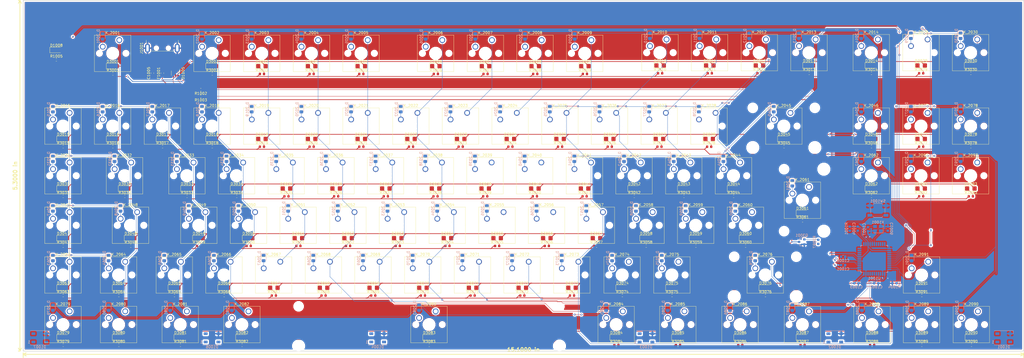
<source format=kicad_pcb>
(kicad_pcb (version 20171130) (host pcbnew 5.0.2)

  (general
    (thickness 1.6)
    (drawings 6)
    (tracks 1526)
    (zones 0)
    (modules 400)
    (nets 236)
  )

  (page A3)
  (layers
    (0 F.Cu signal)
    (31 B.Cu signal)
    (32 B.Adhes user)
    (33 F.Adhes user)
    (34 B.Paste user)
    (35 F.Paste user)
    (36 B.SilkS user)
    (37 F.SilkS user)
    (38 B.Mask user)
    (39 F.Mask user)
    (40 Dwgs.User user hide)
    (41 Cmts.User user)
    (42 Eco1.User user)
    (43 Eco2.User user)
    (44 Edge.Cuts user)
    (45 Margin user)
    (46 B.CrtYd user hide)
    (47 F.CrtYd user hide)
    (48 B.Fab user hide)
    (49 F.Fab user hide)
  )

  (setup
    (last_trace_width 0.127)
    (trace_clearance 0.127)
    (zone_clearance 0.508)
    (zone_45_only no)
    (trace_min 0.127)
    (segment_width 0.2)
    (edge_width 0.15)
    (via_size 0.6858)
    (via_drill 0.3302)
    (via_min_size 0.6858)
    (via_min_drill 0.3302)
    (uvia_size 0.6858)
    (uvia_drill 0.3302)
    (uvias_allowed no)
    (uvia_min_size 0.2)
    (uvia_min_drill 0.1)
    (pcb_text_width 0.3)
    (pcb_text_size 1.5 1.5)
    (mod_edge_width 0.15)
    (mod_text_size 1 1)
    (mod_text_width 0.15)
    (pad_size 1.524 1.524)
    (pad_drill 0.762)
    (pad_to_mask_clearance 0.2)
    (solder_mask_min_width 0.25)
    (aux_axis_origin 0 0)
    (visible_elements 7FFFFFFF)
    (pcbplotparams
      (layerselection 0x01000_ffffffff)
      (usegerberextensions false)
      (usegerberattributes false)
      (usegerberadvancedattributes false)
      (creategerberjobfile false)
      (excludeedgelayer true)
      (linewidth 0.100000)
      (plotframeref false)
      (viasonmask false)
      (mode 1)
      (useauxorigin false)
      (hpglpennumber 1)
      (hpglpenspeed 20)
      (hpglpendiameter 15.000000)
      (psnegative false)
      (psa4output false)
      (plotreference true)
      (plotvalue true)
      (plotinvisibletext false)
      (padsonsilk false)
      (subtractmaskfromsilk false)
      (outputformat 1)
      (mirror false)
      (drillshape 0)
      (scaleselection 1)
      (outputdirectory "gerbers/"))
  )

  (net 0 "")
  (net 1 /row0)
  (net 2 /row1)
  (net 3 /row2)
  (net 4 /row3)
  (net 5 /col1)
  (net 6 /col4)
  (net 7 /col5)
  (net 8 /col6)
  (net 9 /col7)
  (net 10 /col2)
  (net 11 /col3)
  (net 12 /col9)
  (net 13 /col8)
  (net 14 /col10)
  (net 15 /col11)
  (net 16 /row4)
  (net 17 /row5)
  (net 18 /col0)
  (net 19 /col15)
  (net 20 /col14)
  (net 21 /col13)
  (net 22 /col12)
  (net 23 GND)
  (net 24 VCC)
  (net 25 /Vu)
  (net 26 /Du-)
  (net 27 /Du+)
  (net 28 /Dp-)
  (net 29 /D-)
  (net 30 /RST)
  (net 31 /Dp+)
  (net 32 /D+)
  (net 33 /Ucap)
  (net 34 /xtal2)
  (net 35 /xtal1)
  (net 36 /RGBLED)
  (net 37 /LEDs)
  (net 38 "Net-(D3020-Pad1)")
  (net 39 "Net-(D3019-Pad1)")
  (net 40 "Net-(D3022-Pad1)")
  (net 41 "Net-(D3023-Pad1)")
  (net 42 "Net-(D3024-Pad1)")
  (net 43 "Net-(D3025-Pad1)")
  (net 44 "Net-(D3026-Pad1)")
  (net 45 "Net-(D3027-Pad1)")
  (net 46 "Net-(D3028-Pad1)")
  (net 47 "Net-(D3029-Pad1)")
  (net 48 "Net-(D3030-Pad1)")
  (net 49 "Net-(D3031-Pad1)")
  (net 50 "Net-(D3045-Pad1)")
  (net 51 "Net-(D3046-Pad1)")
  (net 52 "Net-(D3034-Pad1)")
  (net 53 "Net-(D3035-Pad1)")
  (net 54 "Net-(D3036-Pad1)")
  (net 55 "Net-(D3037-Pad1)")
  (net 56 "Net-(D3038-Pad1)")
  (net 57 "Net-(D3039-Pad1)")
  (net 58 "Net-(D3040-Pad1)")
  (net 59 "Net-(D3041-Pad1)")
  (net 60 "Net-(D3042-Pad1)")
  (net 61 "Net-(D3043-Pad1)")
  (net 62 "Net-(D3044-Pad1)")
  (net 63 "Net-(D3032-Pad1)")
  (net 64 "Net-(D3006-Pad1)")
  (net 65 "Net-(D3084-Pad1)")
  (net 66 "Net-(D3091-Pad1)")
  (net 67 "Net-(R1004-Pad2)")
  (net 68 "Net-(D3001-Pad1)")
  (net 69 "Net-(D3002-Pad1)")
  (net 70 "Net-(D3003-Pad1)")
  (net 71 "Net-(D3004-Pad1)")
  (net 72 "Net-(D3005-Pad1)")
  (net 73 "Net-(D3090-Pad1)")
  (net 74 "Net-(D3007-Pad1)")
  (net 75 "Net-(D3008-Pad1)")
  (net 76 "Net-(D3009-Pad1)")
  (net 77 "Net-(D3010-Pad1)")
  (net 78 "Net-(D3011-Pad1)")
  (net 79 "Net-(D3012-Pad1)")
  (net 80 "Net-(D3013-Pad1)")
  (net 81 "Net-(D3014-Pad1)")
  (net 82 "Net-(D3015-Pad1)")
  (net 83 "Net-(D3016-Pad1)")
  (net 84 "Net-(D3017-Pad1)")
  (net 85 "Net-(D3018-Pad1)")
  (net 86 "Net-(D3072-Pad1)")
  (net 87 "Net-(D3073-Pad1)")
  (net 88 "Net-(D3074-Pad1)")
  (net 89 "Net-(D3075-Pad1)")
  (net 90 "Net-(D3076-Pad1)")
  (net 91 "Net-(D3077-Pad1)")
  (net 92 "Net-(D3078-Pad1)")
  (net 93 "Net-(D3079-Pad1)")
  (net 94 "Net-(D3080-Pad1)")
  (net 95 "Net-(D3081-Pad1)")
  (net 96 "Net-(D3082-Pad1)")
  (net 97 "Net-(D3083-Pad1)")
  (net 98 "Net-(D3058-Pad1)")
  (net 99 "Net-(D3085-Pad1)")
  (net 100 "Net-(D3086-Pad1)")
  (net 101 "Net-(D3087-Pad1)")
  (net 102 "Net-(D3088-Pad1)")
  (net 103 "Net-(D3089-Pad1)")
  (net 104 "Net-(D3092-Pad1)")
  (net 105 "Net-(D3093-Pad1)")
  (net 106 "Net-(Q3001-Pad1)")
  (net 107 "Net-(D3047-Pad1)")
  (net 108 "Net-(D3021-Pad1)")
  (net 109 "Net-(D3048-Pad1)")
  (net 110 "Net-(D3049-Pad1)")
  (net 111 "Net-(D3050-Pad1)")
  (net 112 "Net-(D3051-Pad1)")
  (net 113 "Net-(D3052-Pad1)")
  (net 114 "Net-(D3053-Pad1)")
  (net 115 "Net-(D3054-Pad1)")
  (net 116 "Net-(D3055-Pad1)")
  (net 117 "Net-(D3056-Pad1)")
  (net 118 "Net-(D3057-Pad1)")
  (net 119 "Net-(D3071-Pad1)")
  (net 120 "Net-(D3059-Pad1)")
  (net 121 "Net-(D3060-Pad1)")
  (net 122 "Net-(D3061-Pad1)")
  (net 123 "Net-(D3062-Pad1)")
  (net 124 "Net-(D3063-Pad1)")
  (net 125 "Net-(D3064-Pad1)")
  (net 126 "Net-(D3065-Pad1)")
  (net 127 "Net-(D3066-Pad1)")
  (net 128 "Net-(D3067-Pad1)")
  (net 129 "Net-(D3068-Pad1)")
  (net 130 "Net-(D3069-Pad1)")
  (net 131 "Net-(D3070-Pad1)")
  (net 132 "Net-(D3033-Pad1)")
  (net 133 "Net-(U1001-Pad42)")
  (net 134 "Net-(D1002-Pad2)")
  (net 135 "Net-(D1003-Pad2)")
  (net 136 "Net-(D1004-Pad2)")
  (net 137 "Net-(D1001-Pad2)")
  (net 138 "Net-(D_2076-Pad2)")
  (net 139 "Net-(D_2048-Pad2)")
  (net 140 "Net-(D_2083-Pad2)")
  (net 141 "Net-(D_2061-Pad2)")
  (net 142 "Net-(D_2045-Pad2)")
  (net 143 "Net-(D_2032-Pad2)")
  (net 144 "Net-(D_2064-Pad2)")
  (net 145 "Net-(D_2080-Pad2)")
  (net 146 "Net-(D_2081-Pad2)")
  (net 147 "Net-(D_2082-Pad2)")
  (net 148 "Net-(D_2084-Pad2)")
  (net 149 "Net-(D_2085-Pad2)")
  (net 150 "Net-(D_2086-Pad2)")
  (net 151 "Net-(D_2087-Pad2)")
  (net 152 "Net-(D_2004-Pad2)")
  (net 153 "Net-(D_2002-Pad2)")
  (net 154 "Net-(D_2065-Pad2)")
  (net 155 "Net-(D_2066-Pad2)")
  (net 156 "Net-(D_2067-Pad2)")
  (net 157 "Net-(D_2063-Pad2)")
  (net 158 "Net-(D_2068-Pad2)")
  (net 159 "Net-(D_2069-Pad2)")
  (net 160 "Net-(D_2070-Pad2)")
  (net 161 "Net-(D_2027-Pad2)")
  (net 162 "Net-(D_2074-Pad2)")
  (net 163 "Net-(D_2060-Pad2)")
  (net 164 "Net-(D_2059-Pad2)")
  (net 165 "Net-(D_2058-Pad2)")
  (net 166 "Net-(D_2057-Pad2)")
  (net 167 "Net-(D_2056-Pad2)")
  (net 168 "Net-(D_2055-Pad2)")
  (net 169 "Net-(D_2054-Pad2)")
  (net 170 "Net-(D_2053-Pad2)")
  (net 171 "Net-(D_2077-Pad2)")
  (net 172 "Net-(D_2078-Pad2)")
  (net 173 "Net-(D_2093-Pad2)")
  (net 174 "Net-(D_2092-Pad2)")
  (net 175 "Net-(D_2091-Pad2)")
  (net 176 "Net-(D_2090-Pad2)")
  (net 177 "Net-(D_2089-Pad2)")
  (net 178 "Net-(D_2088-Pad2)")
  (net 179 "Net-(D_2071-Pad2)")
  (net 180 "Net-(D_2079-Pad2)")
  (net 181 "Net-(D_2026-Pad2)")
  (net 182 "Net-(D_2003-Pad2)")
  (net 183 "Net-(D_2075-Pad2)")
  (net 184 "Net-(D_2008-Pad2)")
  (net 185 "Net-(D_2073-Pad2)")
  (net 186 "Net-(D_2072-Pad2)")
  (net 187 "Net-(D_2018-Pad2)")
  (net 188 "Net-(D_2028-Pad2)")
  (net 189 "Net-(D_2007-Pad2)")
  (net 190 "Net-(D_2001-Pad2)")
  (net 191 "Net-(D_2014-Pad2)")
  (net 192 "Net-(D_2024-Pad2)")
  (net 193 "Net-(D_2023-Pad2)")
  (net 194 "Net-(D_2022-Pad2)")
  (net 195 "Net-(D_2021-Pad2)")
  (net 196 "Net-(D_2020-Pad2)")
  (net 197 "Net-(D_2019-Pad2)")
  (net 198 "Net-(D_2051-Pad2)")
  (net 199 "Net-(D_2017-Pad2)")
  (net 200 "Net-(D_2016-Pad2)")
  (net 201 "Net-(D_2015-Pad2)")
  (net 202 "Net-(D_2050-Pad2)")
  (net 203 "Net-(D_2013-Pad2)")
  (net 204 "Net-(D_2012-Pad2)")
  (net 205 "Net-(D_2011-Pad2)")
  (net 206 "Net-(D_2010-Pad2)")
  (net 207 "Net-(D_2009-Pad2)")
  (net 208 "Net-(D_2052-Pad2)")
  (net 209 "Net-(D_2025-Pad2)")
  (net 210 "Net-(D_2030-Pad2)")
  (net 211 "Net-(D_2062-Pad2)")
  (net 212 "Net-(D_2041-Pad2)")
  (net 213 "Net-(D_2040-Pad2)")
  (net 214 "Net-(D_2049-Pad2)")
  (net 215 "Net-(D_2005-Pad2)")
  (net 216 "Net-(D_2047-Pad2)")
  (net 217 "Net-(D_2046-Pad2)")
  (net 218 "Net-(D_2006-Pad2)")
  (net 219 "Net-(D_2044-Pad2)")
  (net 220 "Net-(D_2043-Pad2)")
  (net 221 "Net-(D_2042-Pad2)")
  (net 222 "Net-(D_2039-Pad2)")
  (net 223 "Net-(D_2038-Pad2)")
  (net 224 "Net-(D_2037-Pad2)")
  (net 225 "Net-(D_2036-Pad2)")
  (net 226 "Net-(D_2035-Pad2)")
  (net 227 "Net-(D_2034-Pad2)")
  (net 228 "Net-(D_2033-Pad2)")
  (net 229 "Net-(D_2031-Pad2)")
  (net 230 "Net-(D_2029-Pad2)")
  (net 231 /leds_matrix/LEDGND)
  (net 232 "Net-(D1008-Pad1)")
  (net 233 /CAPSLED)
  (net 234 "Net-(D1006-Pad2)")
  (net 235 "Net-(D1007-Pad2)")

  (net_class Default "This is the default net class."
    (clearance 0.127)
    (trace_width 0.127)
    (via_dia 0.6858)
    (via_drill 0.3302)
    (uvia_dia 0.6858)
    (uvia_drill 0.3302)
    (diff_pair_gap 0.1524)
    (diff_pair_width 0.1524)
    (add_net /CAPSLED)
    (add_net /D+)
    (add_net /D-)
    (add_net /Dp+)
    (add_net /Dp-)
    (add_net /Du+)
    (add_net /Du-)
    (add_net /LEDs)
    (add_net /RGBLED)
    (add_net /RST)
    (add_net /Ucap)
    (add_net /col0)
    (add_net /col1)
    (add_net /col10)
    (add_net /col11)
    (add_net /col12)
    (add_net /col13)
    (add_net /col14)
    (add_net /col15)
    (add_net /col2)
    (add_net /col3)
    (add_net /col4)
    (add_net /col5)
    (add_net /col6)
    (add_net /col7)
    (add_net /col8)
    (add_net /col9)
    (add_net /row0)
    (add_net /row1)
    (add_net /row2)
    (add_net /row3)
    (add_net /row4)
    (add_net /row5)
    (add_net /xtal1)
    (add_net /xtal2)
    (add_net GND)
    (add_net "Net-(D1001-Pad2)")
    (add_net "Net-(D1002-Pad2)")
    (add_net "Net-(D1003-Pad2)")
    (add_net "Net-(D1004-Pad2)")
    (add_net "Net-(D1006-Pad2)")
    (add_net "Net-(D1007-Pad2)")
    (add_net "Net-(D1008-Pad1)")
    (add_net "Net-(D3001-Pad1)")
    (add_net "Net-(D3002-Pad1)")
    (add_net "Net-(D3003-Pad1)")
    (add_net "Net-(D3004-Pad1)")
    (add_net "Net-(D3005-Pad1)")
    (add_net "Net-(D3006-Pad1)")
    (add_net "Net-(D3007-Pad1)")
    (add_net "Net-(D3008-Pad1)")
    (add_net "Net-(D3009-Pad1)")
    (add_net "Net-(D3010-Pad1)")
    (add_net "Net-(D3011-Pad1)")
    (add_net "Net-(D3012-Pad1)")
    (add_net "Net-(D3013-Pad1)")
    (add_net "Net-(D3014-Pad1)")
    (add_net "Net-(D3015-Pad1)")
    (add_net "Net-(D3016-Pad1)")
    (add_net "Net-(D3017-Pad1)")
    (add_net "Net-(D3018-Pad1)")
    (add_net "Net-(D3019-Pad1)")
    (add_net "Net-(D3020-Pad1)")
    (add_net "Net-(D3021-Pad1)")
    (add_net "Net-(D3022-Pad1)")
    (add_net "Net-(D3023-Pad1)")
    (add_net "Net-(D3024-Pad1)")
    (add_net "Net-(D3025-Pad1)")
    (add_net "Net-(D3026-Pad1)")
    (add_net "Net-(D3027-Pad1)")
    (add_net "Net-(D3028-Pad1)")
    (add_net "Net-(D3029-Pad1)")
    (add_net "Net-(D3030-Pad1)")
    (add_net "Net-(D3031-Pad1)")
    (add_net "Net-(D3032-Pad1)")
    (add_net "Net-(D3033-Pad1)")
    (add_net "Net-(D3034-Pad1)")
    (add_net "Net-(D3035-Pad1)")
    (add_net "Net-(D3036-Pad1)")
    (add_net "Net-(D3037-Pad1)")
    (add_net "Net-(D3038-Pad1)")
    (add_net "Net-(D3039-Pad1)")
    (add_net "Net-(D3040-Pad1)")
    (add_net "Net-(D3041-Pad1)")
    (add_net "Net-(D3042-Pad1)")
    (add_net "Net-(D3043-Pad1)")
    (add_net "Net-(D3044-Pad1)")
    (add_net "Net-(D3045-Pad1)")
    (add_net "Net-(D3046-Pad1)")
    (add_net "Net-(D3047-Pad1)")
    (add_net "Net-(D3048-Pad1)")
    (add_net "Net-(D3049-Pad1)")
    (add_net "Net-(D3050-Pad1)")
    (add_net "Net-(D3051-Pad1)")
    (add_net "Net-(D3052-Pad1)")
    (add_net "Net-(D3053-Pad1)")
    (add_net "Net-(D3054-Pad1)")
    (add_net "Net-(D3055-Pad1)")
    (add_net "Net-(D3056-Pad1)")
    (add_net "Net-(D3057-Pad1)")
    (add_net "Net-(D3058-Pad1)")
    (add_net "Net-(D3059-Pad1)")
    (add_net "Net-(D3060-Pad1)")
    (add_net "Net-(D3061-Pad1)")
    (add_net "Net-(D3062-Pad1)")
    (add_net "Net-(D3063-Pad1)")
    (add_net "Net-(D3064-Pad1)")
    (add_net "Net-(D3065-Pad1)")
    (add_net "Net-(D3066-Pad1)")
    (add_net "Net-(D3067-Pad1)")
    (add_net "Net-(D3068-Pad1)")
    (add_net "Net-(D3069-Pad1)")
    (add_net "Net-(D3070-Pad1)")
    (add_net "Net-(D3071-Pad1)")
    (add_net "Net-(D3072-Pad1)")
    (add_net "Net-(D3073-Pad1)")
    (add_net "Net-(D3074-Pad1)")
    (add_net "Net-(D3075-Pad1)")
    (add_net "Net-(D3076-Pad1)")
    (add_net "Net-(D3077-Pad1)")
    (add_net "Net-(D3078-Pad1)")
    (add_net "Net-(D3079-Pad1)")
    (add_net "Net-(D3080-Pad1)")
    (add_net "Net-(D3081-Pad1)")
    (add_net "Net-(D3082-Pad1)")
    (add_net "Net-(D3083-Pad1)")
    (add_net "Net-(D3084-Pad1)")
    (add_net "Net-(D3085-Pad1)")
    (add_net "Net-(D3086-Pad1)")
    (add_net "Net-(D3087-Pad1)")
    (add_net "Net-(D3088-Pad1)")
    (add_net "Net-(D3089-Pad1)")
    (add_net "Net-(D3090-Pad1)")
    (add_net "Net-(D3091-Pad1)")
    (add_net "Net-(D3092-Pad1)")
    (add_net "Net-(D3093-Pad1)")
    (add_net "Net-(D_2001-Pad2)")
    (add_net "Net-(D_2002-Pad2)")
    (add_net "Net-(D_2003-Pad2)")
    (add_net "Net-(D_2004-Pad2)")
    (add_net "Net-(D_2005-Pad2)")
    (add_net "Net-(D_2006-Pad2)")
    (add_net "Net-(D_2007-Pad2)")
    (add_net "Net-(D_2008-Pad2)")
    (add_net "Net-(D_2009-Pad2)")
    (add_net "Net-(D_2010-Pad2)")
    (add_net "Net-(D_2011-Pad2)")
    (add_net "Net-(D_2012-Pad2)")
    (add_net "Net-(D_2013-Pad2)")
    (add_net "Net-(D_2014-Pad2)")
    (add_net "Net-(D_2015-Pad2)")
    (add_net "Net-(D_2016-Pad2)")
    (add_net "Net-(D_2017-Pad2)")
    (add_net "Net-(D_2018-Pad2)")
    (add_net "Net-(D_2019-Pad2)")
    (add_net "Net-(D_2020-Pad2)")
    (add_net "Net-(D_2021-Pad2)")
    (add_net "Net-(D_2022-Pad2)")
    (add_net "Net-(D_2023-Pad2)")
    (add_net "Net-(D_2024-Pad2)")
    (add_net "Net-(D_2025-Pad2)")
    (add_net "Net-(D_2026-Pad2)")
    (add_net "Net-(D_2027-Pad2)")
    (add_net "Net-(D_2028-Pad2)")
    (add_net "Net-(D_2029-Pad2)")
    (add_net "Net-(D_2030-Pad2)")
    (add_net "Net-(D_2031-Pad2)")
    (add_net "Net-(D_2032-Pad2)")
    (add_net "Net-(D_2033-Pad2)")
    (add_net "Net-(D_2034-Pad2)")
    (add_net "Net-(D_2035-Pad2)")
    (add_net "Net-(D_2036-Pad2)")
    (add_net "Net-(D_2037-Pad2)")
    (add_net "Net-(D_2038-Pad2)")
    (add_net "Net-(D_2039-Pad2)")
    (add_net "Net-(D_2040-Pad2)")
    (add_net "Net-(D_2041-Pad2)")
    (add_net "Net-(D_2042-Pad2)")
    (add_net "Net-(D_2043-Pad2)")
    (add_net "Net-(D_2044-Pad2)")
    (add_net "Net-(D_2045-Pad2)")
    (add_net "Net-(D_2046-Pad2)")
    (add_net "Net-(D_2047-Pad2)")
    (add_net "Net-(D_2048-Pad2)")
    (add_net "Net-(D_2049-Pad2)")
    (add_net "Net-(D_2050-Pad2)")
    (add_net "Net-(D_2051-Pad2)")
    (add_net "Net-(D_2052-Pad2)")
    (add_net "Net-(D_2053-Pad2)")
    (add_net "Net-(D_2054-Pad2)")
    (add_net "Net-(D_2055-Pad2)")
    (add_net "Net-(D_2056-Pad2)")
    (add_net "Net-(D_2057-Pad2)")
    (add_net "Net-(D_2058-Pad2)")
    (add_net "Net-(D_2059-Pad2)")
    (add_net "Net-(D_2060-Pad2)")
    (add_net "Net-(D_2061-Pad2)")
    (add_net "Net-(D_2062-Pad2)")
    (add_net "Net-(D_2063-Pad2)")
    (add_net "Net-(D_2064-Pad2)")
    (add_net "Net-(D_2065-Pad2)")
    (add_net "Net-(D_2066-Pad2)")
    (add_net "Net-(D_2067-Pad2)")
    (add_net "Net-(D_2068-Pad2)")
    (add_net "Net-(D_2069-Pad2)")
    (add_net "Net-(D_2070-Pad2)")
    (add_net "Net-(D_2071-Pad2)")
    (add_net "Net-(D_2072-Pad2)")
    (add_net "Net-(D_2073-Pad2)")
    (add_net "Net-(D_2074-Pad2)")
    (add_net "Net-(D_2075-Pad2)")
    (add_net "Net-(D_2076-Pad2)")
    (add_net "Net-(D_2077-Pad2)")
    (add_net "Net-(D_2078-Pad2)")
    (add_net "Net-(D_2079-Pad2)")
    (add_net "Net-(D_2080-Pad2)")
    (add_net "Net-(D_2081-Pad2)")
    (add_net "Net-(D_2082-Pad2)")
    (add_net "Net-(D_2083-Pad2)")
    (add_net "Net-(D_2084-Pad2)")
    (add_net "Net-(D_2085-Pad2)")
    (add_net "Net-(D_2086-Pad2)")
    (add_net "Net-(D_2087-Pad2)")
    (add_net "Net-(D_2088-Pad2)")
    (add_net "Net-(D_2089-Pad2)")
    (add_net "Net-(D_2090-Pad2)")
    (add_net "Net-(D_2091-Pad2)")
    (add_net "Net-(D_2092-Pad2)")
    (add_net "Net-(D_2093-Pad2)")
    (add_net "Net-(Q3001-Pad1)")
    (add_net "Net-(R1004-Pad2)")
    (add_net "Net-(U1001-Pad42)")
  )

  (net_class VCC ""
    (clearance 0.127)
    (trace_width 0.254)
    (via_dia 0.6858)
    (via_drill 0.3302)
    (uvia_dia 0.6858)
    (uvia_drill 0.3302)
    (diff_pair_gap 0.1524)
    (diff_pair_width 0.1524)
    (add_net /Vu)
    (add_net /leds_matrix/LEDGND)
    (add_net VCC)
  )

  (module Button_Switch_Keyboard:SW_Cherry_MX1A_1.50u_PCB (layer F.Cu) (tedit 5A02FE24) (tstamp 5CED680E)
    (at 64.262 76.2)
    (descr "Cherry MX keyswitch, MX1A, 1.50u, PCB mount, http://cherryamericas.com/wp-content/uploads/2014/12/mx_cat.pdf")
    (tags "cherry mx keyswitch MX1A 1.50u PCB")
    (path /5CEEC320/5AA5DAEB)
    (fp_text reference K_2032 (at -2.54 -2.794) (layer F.SilkS)
      (effects (font (size 1 1) (thickness 0.15)))
    )
    (fp_text value KEYSW (at -2.54 12.954) (layer F.Fab)
      (effects (font (size 1 1) (thickness 0.15)))
    )
    (fp_text user %R (at -2.54 -2.794) (layer F.Fab)
      (effects (font (size 1 1) (thickness 0.15)))
    )
    (fp_line (start -8.89 -1.27) (end 3.81 -1.27) (layer F.Fab) (width 0.15))
    (fp_line (start 3.81 -1.27) (end 3.81 11.43) (layer F.Fab) (width 0.15))
    (fp_line (start 3.81 11.43) (end -8.89 11.43) (layer F.Fab) (width 0.15))
    (fp_line (start -8.89 11.43) (end -8.89 -1.27) (layer F.Fab) (width 0.15))
    (fp_line (start -9.14 11.68) (end -9.14 -1.52) (layer F.CrtYd) (width 0.05))
    (fp_line (start 4.06 11.68) (end -9.14 11.68) (layer F.CrtYd) (width 0.05))
    (fp_line (start 4.06 -1.52) (end 4.06 11.68) (layer F.CrtYd) (width 0.05))
    (fp_line (start -9.14 -1.52) (end 4.06 -1.52) (layer F.CrtYd) (width 0.05))
    (fp_line (start -16.8275 -4.445) (end 11.7475 -4.445) (layer Dwgs.User) (width 0.15))
    (fp_line (start 11.7475 -4.445) (end 11.7475 14.605) (layer Dwgs.User) (width 0.15))
    (fp_line (start 11.7475 14.605) (end -16.8275 14.605) (layer Dwgs.User) (width 0.15))
    (fp_line (start -16.8275 14.605) (end -16.8275 -4.445) (layer Dwgs.User) (width 0.15))
    (fp_line (start -9.525 -1.905) (end 4.445 -1.905) (layer F.SilkS) (width 0.12))
    (fp_line (start 4.445 -1.905) (end 4.445 12.065) (layer F.SilkS) (width 0.12))
    (fp_line (start 4.445 12.065) (end -9.525 12.065) (layer F.SilkS) (width 0.12))
    (fp_line (start -9.525 12.065) (end -9.525 -1.905) (layer F.SilkS) (width 0.12))
    (pad 1 thru_hole circle (at 0 0) (size 2.2 2.2) (drill 1.5) (layers *.Cu *.Mask)
      (net 5 /col1))
    (pad 2 thru_hole circle (at -6.35 2.54) (size 2.2 2.2) (drill 1.5) (layers *.Cu *.Mask)
      (net 143 "Net-(D_2032-Pad2)"))
    (pad "" np_thru_hole circle (at -2.54 5.08) (size 4 4) (drill 4) (layers *.Cu *.Mask))
    (pad "" np_thru_hole circle (at -7.62 5.08) (size 1.7 1.7) (drill 1.7) (layers *.Cu *.Mask))
    (pad "" np_thru_hole circle (at 2.54 5.08) (size 1.7 1.7) (drill 1.7) (layers *.Cu *.Mask))
    (model ${KISYS3DMOD}/Button_Switch_Keyboard.3dshapes/SW_Cherry_MX1A_1.50u_PCB.wrl
      (at (xyz 0 0 0))
      (scale (xyz 1 1 1))
      (rotate (xyz 0 0 0))
    )
  )

  (module LED_SMD:LED_1206_3216Metric_Castellated (layer F.Cu) (tedit 5B301BBE) (tstamp 5D095B9C)
    (at 35.56 33.02)
    (descr "LED SMD 1206 (3216 Metric), castellated end terminal, IPC_7351 nominal, (Body size source: http://www.tortai-tech.com/upload/download/2011102023233369053.pdf), generated with kicad-footprint-generator")
    (tags "LED castellated")
    (path /5D41137B)
    (attr smd)
    (fp_text reference D1008 (at 0 -1.78) (layer F.SilkS)
      (effects (font (size 1 1) (thickness 0.15)))
    )
    (fp_text value LED (at 0 1.78) (layer F.Fab)
      (effects (font (size 1 1) (thickness 0.15)))
    )
    (fp_line (start 1.6 -0.8) (end -1.2 -0.8) (layer F.Fab) (width 0.1))
    (fp_line (start -1.2 -0.8) (end -1.6 -0.4) (layer F.Fab) (width 0.1))
    (fp_line (start -1.6 -0.4) (end -1.6 0.8) (layer F.Fab) (width 0.1))
    (fp_line (start -1.6 0.8) (end 1.6 0.8) (layer F.Fab) (width 0.1))
    (fp_line (start 1.6 0.8) (end 1.6 -0.8) (layer F.Fab) (width 0.1))
    (fp_line (start 1.6 -1.085) (end -2.485 -1.085) (layer F.SilkS) (width 0.12))
    (fp_line (start -2.485 -1.085) (end -2.485 1.085) (layer F.SilkS) (width 0.12))
    (fp_line (start -2.485 1.085) (end 1.6 1.085) (layer F.SilkS) (width 0.12))
    (fp_line (start -2.48 1.08) (end -2.48 -1.08) (layer F.CrtYd) (width 0.05))
    (fp_line (start -2.48 -1.08) (end 2.48 -1.08) (layer F.CrtYd) (width 0.05))
    (fp_line (start 2.48 -1.08) (end 2.48 1.08) (layer F.CrtYd) (width 0.05))
    (fp_line (start 2.48 1.08) (end -2.48 1.08) (layer F.CrtYd) (width 0.05))
    (fp_text user %R (at 0 0) (layer F.Fab)
      (effects (font (size 0.8 0.8) (thickness 0.12)))
    )
    (pad 1 smd roundrect (at -1.425 0) (size 1.6 1.65) (layers F.Cu F.Paste F.Mask) (roundrect_rratio 0.15625)
      (net 232 "Net-(D1008-Pad1)"))
    (pad 2 smd roundrect (at 1.425 0) (size 1.6 1.65) (layers F.Cu F.Paste F.Mask) (roundrect_rratio 0.15625)
      (net 233 /CAPSLED))
    (model ${KISYS3DMOD}/LED_SMD.3dshapes/LED_1206_3216Metric_Castellated.wrl
      (at (xyz 0 0 0))
      (scale (xyz 1 1 1))
      (rotate (xyz 0 0 0))
    )
  )

  (module LED_SMD:LED_WS2812B_PLCC4_5.0x5.0mm_P3.2mm (layer B.Cu) (tedit 5AA4B285) (tstamp 5D095AB7)
    (at 95.25 143.51)
    (descr https://cdn-shop.adafruit.com/datasheets/WS2812B.pdf)
    (tags "LED RGB NeoPixel")
    (path /5D418307)
    (attr smd)
    (fp_text reference D1006 (at 0 3.5) (layer B.SilkS)
      (effects (font (size 1 1) (thickness 0.15)) (justify mirror))
    )
    (fp_text value WS2812B (at 0 -4) (layer B.Fab)
      (effects (font (size 1 1) (thickness 0.15)) (justify mirror))
    )
    (fp_circle (center 0 0) (end 0 2) (layer B.Fab) (width 0.1))
    (fp_line (start 3.65 -2.75) (end 3.65 -1.6) (layer B.SilkS) (width 0.12))
    (fp_line (start -3.65 -2.75) (end 3.65 -2.75) (layer B.SilkS) (width 0.12))
    (fp_line (start -3.65 2.75) (end 3.65 2.75) (layer B.SilkS) (width 0.12))
    (fp_line (start 2.5 2.5) (end -2.5 2.5) (layer B.Fab) (width 0.1))
    (fp_line (start 2.5 -2.5) (end 2.5 2.5) (layer B.Fab) (width 0.1))
    (fp_line (start -2.5 -2.5) (end 2.5 -2.5) (layer B.Fab) (width 0.1))
    (fp_line (start -2.5 2.5) (end -2.5 -2.5) (layer B.Fab) (width 0.1))
    (fp_line (start 2.5 -1.5) (end 1.5 -2.5) (layer B.Fab) (width 0.1))
    (fp_line (start -3.45 2.75) (end -3.45 -2.75) (layer B.CrtYd) (width 0.05))
    (fp_line (start -3.45 -2.75) (end 3.45 -2.75) (layer B.CrtYd) (width 0.05))
    (fp_line (start 3.45 -2.75) (end 3.45 2.75) (layer B.CrtYd) (width 0.05))
    (fp_line (start 3.45 2.75) (end -3.45 2.75) (layer B.CrtYd) (width 0.05))
    (fp_text user %R (at 0 0) (layer B.Fab)
      (effects (font (size 0.8 0.8) (thickness 0.15)) (justify mirror))
    )
    (fp_text user 1 (at -4.15 1.6) (layer B.SilkS)
      (effects (font (size 1 1) (thickness 0.15)) (justify mirror))
    )
    (pad 1 smd rect (at -2.45 1.6) (size 1.5 1) (layers B.Cu B.Paste B.Mask)
      (net 24 VCC))
    (pad 2 smd rect (at -2.45 -1.6) (size 1.5 1) (layers B.Cu B.Paste B.Mask)
      (net 234 "Net-(D1006-Pad2)"))
    (pad 4 smd rect (at 2.45 1.6) (size 1.5 1) (layers B.Cu B.Paste B.Mask)
      (net 136 "Net-(D1004-Pad2)"))
    (pad 3 smd rect (at 2.45 -1.6) (size 1.5 1) (layers B.Cu B.Paste B.Mask)
      (net 23 GND))
    (model ${KISYS3DMOD}/LED_SMD.3dshapes/LED_WS2812B_PLCC4_5.0x5.0mm_P3.2mm.wrl
      (at (xyz 0 0 0))
      (scale (xyz 1 1 1))
      (rotate (xyz 0 0 0))
    )
  )

  (module LED_SMD:LED_WS2812B_PLCC4_5.0x5.0mm_P3.2mm (layer B.Cu) (tedit 5AA4B285) (tstamp 5D095AA0)
    (at 29.21 143.51)
    (descr https://cdn-shop.adafruit.com/datasheets/WS2812B.pdf)
    (tags "LED RGB NeoPixel")
    (path /5D4182E5)
    (attr smd)
    (fp_text reference D1007 (at 0 3.5) (layer B.SilkS)
      (effects (font (size 1 1) (thickness 0.15)) (justify mirror))
    )
    (fp_text value WS2812B (at 0 -4) (layer B.Fab)
      (effects (font (size 1 1) (thickness 0.15)) (justify mirror))
    )
    (fp_text user 1 (at -4.15 1.6) (layer B.SilkS)
      (effects (font (size 1 1) (thickness 0.15)) (justify mirror))
    )
    (fp_text user %R (at 0 0) (layer B.Fab)
      (effects (font (size 0.8 0.8) (thickness 0.15)) (justify mirror))
    )
    (fp_line (start 3.45 2.75) (end -3.45 2.75) (layer B.CrtYd) (width 0.05))
    (fp_line (start 3.45 -2.75) (end 3.45 2.75) (layer B.CrtYd) (width 0.05))
    (fp_line (start -3.45 -2.75) (end 3.45 -2.75) (layer B.CrtYd) (width 0.05))
    (fp_line (start -3.45 2.75) (end -3.45 -2.75) (layer B.CrtYd) (width 0.05))
    (fp_line (start 2.5 -1.5) (end 1.5 -2.5) (layer B.Fab) (width 0.1))
    (fp_line (start -2.5 2.5) (end -2.5 -2.5) (layer B.Fab) (width 0.1))
    (fp_line (start -2.5 -2.5) (end 2.5 -2.5) (layer B.Fab) (width 0.1))
    (fp_line (start 2.5 -2.5) (end 2.5 2.5) (layer B.Fab) (width 0.1))
    (fp_line (start 2.5 2.5) (end -2.5 2.5) (layer B.Fab) (width 0.1))
    (fp_line (start -3.65 2.75) (end 3.65 2.75) (layer B.SilkS) (width 0.12))
    (fp_line (start -3.65 -2.75) (end 3.65 -2.75) (layer B.SilkS) (width 0.12))
    (fp_line (start 3.65 -2.75) (end 3.65 -1.6) (layer B.SilkS) (width 0.12))
    (fp_circle (center 0 0) (end 0 2) (layer B.Fab) (width 0.1))
    (pad 3 smd rect (at 2.45 -1.6) (size 1.5 1) (layers B.Cu B.Paste B.Mask)
      (net 23 GND))
    (pad 4 smd rect (at 2.45 1.6) (size 1.5 1) (layers B.Cu B.Paste B.Mask)
      (net 234 "Net-(D1006-Pad2)"))
    (pad 2 smd rect (at -2.45 -1.6) (size 1.5 1) (layers B.Cu B.Paste B.Mask)
      (net 235 "Net-(D1007-Pad2)"))
    (pad 1 smd rect (at -2.45 1.6) (size 1.5 1) (layers B.Cu B.Paste B.Mask)
      (net 24 VCC))
    (model ${KISYS3DMOD}/LED_SMD.3dshapes/LED_WS2812B_PLCC4_5.0x5.0mm_P3.2mm.wrl
      (at (xyz 0 0 0))
      (scale (xyz 1 1 1))
      (rotate (xyz 0 0 0))
    )
  )

  (module Resistor_SMD:R_0603_1608Metric (layer F.Cu) (tedit 5B301BBD) (tstamp 5D094E7D)
    (at 35.56 36.83)
    (descr "Resistor SMD 0603 (1608 Metric), square (rectangular) end terminal, IPC_7351 nominal, (Body size source: http://www.tortai-tech.com/upload/download/2011102023233369053.pdf), generated with kicad-footprint-generator")
    (tags resistor)
    (path /5D411382)
    (attr smd)
    (fp_text reference R1005 (at 0 -1.43) (layer F.SilkS)
      (effects (font (size 1 1) (thickness 0.15)))
    )
    (fp_text value 10k (at 0 1.43) (layer F.Fab)
      (effects (font (size 1 1) (thickness 0.15)))
    )
    (fp_line (start -0.8 0.4) (end -0.8 -0.4) (layer F.Fab) (width 0.1))
    (fp_line (start -0.8 -0.4) (end 0.8 -0.4) (layer F.Fab) (width 0.1))
    (fp_line (start 0.8 -0.4) (end 0.8 0.4) (layer F.Fab) (width 0.1))
    (fp_line (start 0.8 0.4) (end -0.8 0.4) (layer F.Fab) (width 0.1))
    (fp_line (start -0.162779 -0.51) (end 0.162779 -0.51) (layer F.SilkS) (width 0.12))
    (fp_line (start -0.162779 0.51) (end 0.162779 0.51) (layer F.SilkS) (width 0.12))
    (fp_line (start -1.48 0.73) (end -1.48 -0.73) (layer F.CrtYd) (width 0.05))
    (fp_line (start -1.48 -0.73) (end 1.48 -0.73) (layer F.CrtYd) (width 0.05))
    (fp_line (start 1.48 -0.73) (end 1.48 0.73) (layer F.CrtYd) (width 0.05))
    (fp_line (start 1.48 0.73) (end -1.48 0.73) (layer F.CrtYd) (width 0.05))
    (fp_text user %R (at 0 0) (layer F.Fab)
      (effects (font (size 0.4 0.4) (thickness 0.06)))
    )
    (pad 1 smd roundrect (at -0.7875 0) (size 0.875 0.95) (layers F.Cu F.Paste F.Mask) (roundrect_rratio 0.25)
      (net 23 GND))
    (pad 2 smd roundrect (at 0.7875 0) (size 0.875 0.95) (layers F.Cu F.Paste F.Mask) (roundrect_rratio 0.25)
      (net 232 "Net-(D1008-Pad1)"))
    (model ${KISYS3DMOD}/Resistor_SMD.3dshapes/R_0603_1608Metric.wrl
      (at (xyz 0 0 0))
      (scale (xyz 1 1 1))
      (rotate (xyz 0 0 0))
    )
  )

  (module Button_Switch_Keyboard:SW_Cherry_MX1A_6.25u_PCB (layer F.Cu) (tedit 5A02FE24) (tstamp 5CE978AC)
    (at 180.975 133.35)
    (descr "Cherry MX keyswitch, MX1A, 6.25u, PCB mount, http://cherryamericas.com/wp-content/uploads/2014/12/mx_cat.pdf")
    (tags "cherry mx keyswitch MX1A 6.25u PCB")
    (path /5CEEC320/5AA9CF7C)
    (fp_text reference K_2083 (at -2.54 -2.794) (layer F.SilkS)
      (effects (font (size 1 1) (thickness 0.15)))
    )
    (fp_text value KEYSW (at -2.54 12.954) (layer F.Fab)
      (effects (font (size 1 1) (thickness 0.15)))
    )
    (fp_line (start -9.525 12.065) (end -9.525 -1.905) (layer F.SilkS) (width 0.12))
    (fp_line (start 4.445 12.065) (end -9.525 12.065) (layer F.SilkS) (width 0.12))
    (fp_line (start 4.445 -1.905) (end 4.445 12.065) (layer F.SilkS) (width 0.12))
    (fp_line (start -9.525 -1.905) (end 4.445 -1.905) (layer F.SilkS) (width 0.12))
    (fp_line (start -62.07125 14.605) (end -62.07125 -4.445) (layer Dwgs.User) (width 0.15))
    (fp_line (start 56.99125 14.605) (end -62.07125 14.605) (layer Dwgs.User) (width 0.15))
    (fp_line (start 56.99125 -4.445) (end 56.99125 14.605) (layer Dwgs.User) (width 0.15))
    (fp_line (start -62.07125 -4.445) (end 56.99125 -4.445) (layer Dwgs.User) (width 0.15))
    (fp_line (start -9.14 -1.52) (end 4.06 -1.52) (layer F.CrtYd) (width 0.05))
    (fp_line (start 4.06 -1.52) (end 4.06 11.68) (layer F.CrtYd) (width 0.05))
    (fp_line (start 4.06 11.68) (end -9.14 11.68) (layer F.CrtYd) (width 0.05))
    (fp_line (start -9.14 11.68) (end -9.14 -1.52) (layer F.CrtYd) (width 0.05))
    (fp_line (start -8.89 11.43) (end -8.89 -1.27) (layer F.Fab) (width 0.15))
    (fp_line (start 3.81 11.43) (end -8.89 11.43) (layer F.Fab) (width 0.15))
    (fp_line (start 3.81 -1.27) (end 3.81 11.43) (layer F.Fab) (width 0.15))
    (fp_line (start -8.89 -1.27) (end 3.81 -1.27) (layer F.Fab) (width 0.15))
    (fp_text user %R (at -2.54 -2.794) (layer F.Fab)
      (effects (font (size 1 1) (thickness 0.15)))
    )
    (pad "" np_thru_hole circle (at 47.46 -1.92) (size 3.05 3.05) (drill 3.05) (layers *.Cu *.Mask))
    (pad "" np_thru_hole circle (at -52.54 -1.92) (size 3.05 3.05) (drill 3.05) (layers *.Cu *.Mask))
    (pad "" np_thru_hole circle (at -52.54 13.32) (size 4 4) (drill 4) (layers *.Cu *.Mask))
    (pad "" np_thru_hole circle (at 47.46 13.32) (size 4 4) (drill 4) (layers *.Cu *.Mask))
    (pad "" np_thru_hole circle (at 2.54 5.08) (size 1.7 1.7) (drill 1.7) (layers *.Cu *.Mask))
    (pad "" np_thru_hole circle (at -7.62 5.08) (size 1.7 1.7) (drill 1.7) (layers *.Cu *.Mask))
    (pad "" np_thru_hole circle (at -2.54 5.08) (size 4 4) (drill 4) (layers *.Cu *.Mask))
    (pad 2 thru_hole circle (at -6.35 2.54) (size 2.2 2.2) (drill 1.5) (layers *.Cu *.Mask)
      (net 140 "Net-(D_2083-Pad2)"))
    (pad 1 thru_hole circle (at 0 0) (size 2.2 2.2) (drill 1.5) (layers *.Cu *.Mask)
      (net 7 /col5))
    (model ${KISYS3DMOD}/Button_Switch_Keyboard.3dshapes/SW_Cherry_MX1A_6.25u_PCB.wrl
      (at (xyz 0 0 0))
      (scale (xyz 1 1 1))
      (rotate (xyz 0 0 0))
    )
  )

  (module Button_Switch_Keyboard:SW_Cherry_MX1A_ISOEnter_PCB (layer F.Cu) (tedit 5A02FE24) (tstamp 5CE978F6)
    (at 324.104 85.598)
    (descr "Cherry MX keyswitch, MX1A, ISO Enter, PCB mount, http://cherryamericas.com/wp-content/uploads/2014/12/mx_cat.pdf")
    (tags "cherry mx keyswitch MX1A ISO enter PCB")
    (path /5CEEC320/5ABB81DD)
    (fp_text reference K_2061 (at -2.54 -2.794) (layer F.SilkS)
      (effects (font (size 1 1) (thickness 0.15)))
    )
    (fp_text value KEYSW (at -2.286 13.208) (layer F.Fab)
      (effects (font (size 1 1) (thickness 0.15)))
    )
    (fp_line (start -9.525 12.065) (end -9.525 -1.905) (layer F.SilkS) (width 0.12))
    (fp_line (start 4.445 12.065) (end -9.525 12.065) (layer F.SilkS) (width 0.12))
    (fp_line (start 4.445 -1.905) (end 4.445 12.065) (layer F.SilkS) (width 0.12))
    (fp_line (start -9.525 -1.905) (end 4.445 -1.905) (layer F.SilkS) (width 0.12))
    (fp_line (start -14.44625 5.08) (end -19.20875 5.08) (layer Dwgs.User) (width 0.15))
    (fp_line (start -19.20875 5.08) (end -19.20875 -13.97) (layer Dwgs.User) (width 0.15))
    (fp_line (start 9.36625 24.13) (end -14.44625 24.13) (layer Dwgs.User) (width 0.15))
    (fp_line (start 9.36625 -13.97) (end 9.36625 24.13) (layer Dwgs.User) (width 0.15))
    (fp_line (start -19.20875 -13.97) (end 9.36625 -13.97) (layer Dwgs.User) (width 0.15))
    (fp_line (start -14.44625 24.13) (end -14.44625 5.08) (layer Dwgs.User) (width 0.15))
    (fp_line (start -9.14 -1.52) (end 4.06 -1.52) (layer F.CrtYd) (width 0.05))
    (fp_line (start 4.06 -1.52) (end 4.06 11.68) (layer F.CrtYd) (width 0.05))
    (fp_line (start 4.06 11.68) (end -9.14 11.68) (layer F.CrtYd) (width 0.05))
    (fp_line (start -9.14 11.68) (end -9.14 -1.52) (layer F.CrtYd) (width 0.05))
    (fp_line (start -8.89 11.43) (end -8.89 -1.27) (layer F.Fab) (width 0.15))
    (fp_line (start 3.81 11.43) (end -8.89 11.43) (layer F.Fab) (width 0.15))
    (fp_line (start 3.81 -1.27) (end 3.81 11.43) (layer F.Fab) (width 0.15))
    (fp_line (start -8.89 -1.27) (end 3.81 -1.27) (layer F.Fab) (width 0.15))
    (fp_text user %R (at -2.54 -2.794) (layer F.Fab)
      (effects (font (size 1 1) (thickness 0.15)))
    )
    (pad "" np_thru_hole circle (at -9.54 -6.82) (size 3.05 3.05) (drill 3.05) (layers *.Cu *.Mask))
    (pad "" np_thru_hole circle (at -9.54 16.98) (size 3.05 3.05) (drill 3.05) (layers *.Cu *.Mask))
    (pad "" np_thru_hole circle (at 5.7 16.98) (size 4 4) (drill 4) (layers *.Cu *.Mask))
    (pad "" np_thru_hole circle (at 5.7 -6.82) (size 4 4) (drill 4) (layers *.Cu *.Mask))
    (pad "" np_thru_hole circle (at 2.54 5.08) (size 1.7 1.7) (drill 1.7) (layers *.Cu *.Mask))
    (pad "" np_thru_hole circle (at -7.62 5.08) (size 1.7 1.7) (drill 1.7) (layers *.Cu *.Mask))
    (pad "" np_thru_hole circle (at -2.54 5.08) (size 4 4) (drill 4) (layers *.Cu *.Mask))
    (pad 2 thru_hole circle (at -6.35 2.54) (size 2.2 2.2) (drill 1.5) (layers *.Cu *.Mask)
      (net 141 "Net-(D_2061-Pad2)"))
    (pad 1 thru_hole circle (at 0 0) (size 2.2 2.2) (drill 1.5) (layers *.Cu *.Mask)
      (net 20 /col14))
    (model ${KISYS3DMOD}/Button_Switch_Keyboard.3dshapes/SW_Cherry_MX1A_ISOEnter_PCB.wrl
      (at (xyz 0 0 0))
      (scale (xyz 1 1 1))
      (rotate (xyz 0 0 0))
    )
  )

  (module Button_Switch_Keyboard:SW_Cherry_MX1A_1.00u_PCB (layer F.Cu) (tedit 5A02FE24) (tstamp 5CED708D)
    (at 154.94 29.21)
    (descr "Cherry MX keyswitch, MX1A, 1.00u, PCB mount, http://cherryamericas.com/wp-content/uploads/2014/12/mx_cat.pdf")
    (tags "cherry mx keyswitch MX1A 1.00u PCB")
    (path /5CEEC320/5AA9CEB8)
    (fp_text reference K_2005 (at -2.54 -2.794) (layer F.SilkS)
      (effects (font (size 1 1) (thickness 0.15)))
    )
    (fp_text value KEYSW (at -2.54 12.954) (layer F.Fab)
      (effects (font (size 1 1) (thickness 0.15)))
    )
    (fp_text user %R (at -2.54 -2.794) (layer F.Fab)
      (effects (font (size 1 1) (thickness 0.15)))
    )
    (fp_line (start -8.89 -1.27) (end 3.81 -1.27) (layer F.Fab) (width 0.15))
    (fp_line (start 3.81 -1.27) (end 3.81 11.43) (layer F.Fab) (width 0.15))
    (fp_line (start 3.81 11.43) (end -8.89 11.43) (layer F.Fab) (width 0.15))
    (fp_line (start -8.89 11.43) (end -8.89 -1.27) (layer F.Fab) (width 0.15))
    (fp_line (start -9.14 11.68) (end -9.14 -1.52) (layer F.CrtYd) (width 0.05))
    (fp_line (start 4.06 11.68) (end -9.14 11.68) (layer F.CrtYd) (width 0.05))
    (fp_line (start 4.06 -1.52) (end 4.06 11.68) (layer F.CrtYd) (width 0.05))
    (fp_line (start -9.14 -1.52) (end 4.06 -1.52) (layer F.CrtYd) (width 0.05))
    (fp_line (start -12.065 -4.445) (end 6.985 -4.445) (layer Dwgs.User) (width 0.15))
    (fp_line (start 6.985 -4.445) (end 6.985 14.605) (layer Dwgs.User) (width 0.15))
    (fp_line (start 6.985 14.605) (end -12.065 14.605) (layer Dwgs.User) (width 0.15))
    (fp_line (start -12.065 14.605) (end -12.065 -4.445) (layer Dwgs.User) (width 0.15))
    (fp_line (start -9.525 -1.905) (end 4.445 -1.905) (layer F.SilkS) (width 0.12))
    (fp_line (start 4.445 -1.905) (end 4.445 12.065) (layer F.SilkS) (width 0.12))
    (fp_line (start 4.445 12.065) (end -9.525 12.065) (layer F.SilkS) (width 0.12))
    (fp_line (start -9.525 12.065) (end -9.525 -1.905) (layer F.SilkS) (width 0.12))
    (pad 1 thru_hole circle (at 0 0) (size 2.2 2.2) (drill 1.5) (layers *.Cu *.Mask)
      (net 8 /col6))
    (pad 2 thru_hole circle (at -6.35 2.54) (size 2.2 2.2) (drill 1.5) (layers *.Cu *.Mask)
      (net 215 "Net-(D_2005-Pad2)"))
    (pad "" np_thru_hole circle (at -2.54 5.08) (size 4 4) (drill 4) (layers *.Cu *.Mask))
    (pad "" np_thru_hole circle (at -7.62 5.08) (size 1.7 1.7) (drill 1.7) (layers *.Cu *.Mask))
    (pad "" np_thru_hole circle (at 2.54 5.08) (size 1.7 1.7) (drill 1.7) (layers *.Cu *.Mask))
    (model ${KISYS3DMOD}/Button_Switch_Keyboard.3dshapes/SW_Cherry_MX1A_1.00u_PCB.wrl
      (at (xyz 0 0 0))
      (scale (xyz 1 1 1))
      (rotate (xyz 0 0 0))
    )
  )

  (module Button_Switch_Keyboard:SW_Cherry_MX1A_1.00u_PCB (layer F.Cu) (tedit 5A02FE24) (tstamp 5CED7074)
    (at 183.515 29.21)
    (descr "Cherry MX keyswitch, MX1A, 1.00u, PCB mount, http://cherryamericas.com/wp-content/uploads/2014/12/mx_cat.pdf")
    (tags "cherry mx keyswitch MX1A 1.00u PCB")
    (path /5CEEC320/5AA9CF2A)
    (fp_text reference K_2006 (at -2.54 -2.794) (layer F.SilkS)
      (effects (font (size 1 1) (thickness 0.15)))
    )
    (fp_text value KEYSW (at -2.54 12.954) (layer F.Fab)
      (effects (font (size 1 1) (thickness 0.15)))
    )
    (fp_line (start -9.525 12.065) (end -9.525 -1.905) (layer F.SilkS) (width 0.12))
    (fp_line (start 4.445 12.065) (end -9.525 12.065) (layer F.SilkS) (width 0.12))
    (fp_line (start 4.445 -1.905) (end 4.445 12.065) (layer F.SilkS) (width 0.12))
    (fp_line (start -9.525 -1.905) (end 4.445 -1.905) (layer F.SilkS) (width 0.12))
    (fp_line (start -12.065 14.605) (end -12.065 -4.445) (layer Dwgs.User) (width 0.15))
    (fp_line (start 6.985 14.605) (end -12.065 14.605) (layer Dwgs.User) (width 0.15))
    (fp_line (start 6.985 -4.445) (end 6.985 14.605) (layer Dwgs.User) (width 0.15))
    (fp_line (start -12.065 -4.445) (end 6.985 -4.445) (layer Dwgs.User) (width 0.15))
    (fp_line (start -9.14 -1.52) (end 4.06 -1.52) (layer F.CrtYd) (width 0.05))
    (fp_line (start 4.06 -1.52) (end 4.06 11.68) (layer F.CrtYd) (width 0.05))
    (fp_line (start 4.06 11.68) (end -9.14 11.68) (layer F.CrtYd) (width 0.05))
    (fp_line (start -9.14 11.68) (end -9.14 -1.52) (layer F.CrtYd) (width 0.05))
    (fp_line (start -8.89 11.43) (end -8.89 -1.27) (layer F.Fab) (width 0.15))
    (fp_line (start 3.81 11.43) (end -8.89 11.43) (layer F.Fab) (width 0.15))
    (fp_line (start 3.81 -1.27) (end 3.81 11.43) (layer F.Fab) (width 0.15))
    (fp_line (start -8.89 -1.27) (end 3.81 -1.27) (layer F.Fab) (width 0.15))
    (fp_text user %R (at -2.54 -2.794) (layer F.Fab)
      (effects (font (size 1 1) (thickness 0.15)))
    )
    (pad "" np_thru_hole circle (at 2.54 5.08) (size 1.7 1.7) (drill 1.7) (layers *.Cu *.Mask))
    (pad "" np_thru_hole circle (at -7.62 5.08) (size 1.7 1.7) (drill 1.7) (layers *.Cu *.Mask))
    (pad "" np_thru_hole circle (at -2.54 5.08) (size 4 4) (drill 4) (layers *.Cu *.Mask))
    (pad 2 thru_hole circle (at -6.35 2.54) (size 2.2 2.2) (drill 1.5) (layers *.Cu *.Mask)
      (net 218 "Net-(D_2006-Pad2)"))
    (pad 1 thru_hole circle (at 0 0) (size 2.2 2.2) (drill 1.5) (layers *.Cu *.Mask)
      (net 9 /col7))
    (model ${KISYS3DMOD}/Button_Switch_Keyboard.3dshapes/SW_Cherry_MX1A_1.00u_PCB.wrl
      (at (xyz 0 0 0))
      (scale (xyz 1 1 1))
      (rotate (xyz 0 0 0))
    )
  )

  (module Button_Switch_Keyboard:SW_Cherry_MX1A_1.00u_PCB (layer F.Cu) (tedit 5A02FE24) (tstamp 5CED705B)
    (at 202.565 29.21)
    (descr "Cherry MX keyswitch, MX1A, 1.00u, PCB mount, http://cherryamericas.com/wp-content/uploads/2014/12/mx_cat.pdf")
    (tags "cherry mx keyswitch MX1A 1.00u PCB")
    (path /5CEEC320/5AA9CF96)
    (fp_text reference K_2007 (at -2.54 -2.794) (layer F.SilkS)
      (effects (font (size 1 1) (thickness 0.15)))
    )
    (fp_text value KEYSW (at -2.54 12.954) (layer F.Fab)
      (effects (font (size 1 1) (thickness 0.15)))
    )
    (fp_text user %R (at -2.54 -2.794) (layer F.Fab)
      (effects (font (size 1 1) (thickness 0.15)))
    )
    (fp_line (start -8.89 -1.27) (end 3.81 -1.27) (layer F.Fab) (width 0.15))
    (fp_line (start 3.81 -1.27) (end 3.81 11.43) (layer F.Fab) (width 0.15))
    (fp_line (start 3.81 11.43) (end -8.89 11.43) (layer F.Fab) (width 0.15))
    (fp_line (start -8.89 11.43) (end -8.89 -1.27) (layer F.Fab) (width 0.15))
    (fp_line (start -9.14 11.68) (end -9.14 -1.52) (layer F.CrtYd) (width 0.05))
    (fp_line (start 4.06 11.68) (end -9.14 11.68) (layer F.CrtYd) (width 0.05))
    (fp_line (start 4.06 -1.52) (end 4.06 11.68) (layer F.CrtYd) (width 0.05))
    (fp_line (start -9.14 -1.52) (end 4.06 -1.52) (layer F.CrtYd) (width 0.05))
    (fp_line (start -12.065 -4.445) (end 6.985 -4.445) (layer Dwgs.User) (width 0.15))
    (fp_line (start 6.985 -4.445) (end 6.985 14.605) (layer Dwgs.User) (width 0.15))
    (fp_line (start 6.985 14.605) (end -12.065 14.605) (layer Dwgs.User) (width 0.15))
    (fp_line (start -12.065 14.605) (end -12.065 -4.445) (layer Dwgs.User) (width 0.15))
    (fp_line (start -9.525 -1.905) (end 4.445 -1.905) (layer F.SilkS) (width 0.12))
    (fp_line (start 4.445 -1.905) (end 4.445 12.065) (layer F.SilkS) (width 0.12))
    (fp_line (start 4.445 12.065) (end -9.525 12.065) (layer F.SilkS) (width 0.12))
    (fp_line (start -9.525 12.065) (end -9.525 -1.905) (layer F.SilkS) (width 0.12))
    (pad 1 thru_hole circle (at 0 0) (size 2.2 2.2) (drill 1.5) (layers *.Cu *.Mask)
      (net 13 /col8))
    (pad 2 thru_hole circle (at -6.35 2.54) (size 2.2 2.2) (drill 1.5) (layers *.Cu *.Mask)
      (net 189 "Net-(D_2007-Pad2)"))
    (pad "" np_thru_hole circle (at -2.54 5.08) (size 4 4) (drill 4) (layers *.Cu *.Mask))
    (pad "" np_thru_hole circle (at -7.62 5.08) (size 1.7 1.7) (drill 1.7) (layers *.Cu *.Mask))
    (pad "" np_thru_hole circle (at 2.54 5.08) (size 1.7 1.7) (drill 1.7) (layers *.Cu *.Mask))
    (model ${KISYS3DMOD}/Button_Switch_Keyboard.3dshapes/SW_Cherry_MX1A_1.00u_PCB.wrl
      (at (xyz 0 0 0))
      (scale (xyz 1 1 1))
      (rotate (xyz 0 0 0))
    )
  )

  (module Button_Switch_Keyboard:SW_Cherry_MX1A_1.00u_PCB (layer F.Cu) (tedit 5A02FE24) (tstamp 5CED7042)
    (at 221.615 29.21)
    (descr "Cherry MX keyswitch, MX1A, 1.00u, PCB mount, http://cherryamericas.com/wp-content/uploads/2014/12/mx_cat.pdf")
    (tags "cherry mx keyswitch MX1A 1.00u PCB")
    (path /5CEEC320/5AA9D01A)
    (fp_text reference K_2008 (at -2.54 -2.794) (layer F.SilkS)
      (effects (font (size 1 1) (thickness 0.15)))
    )
    (fp_text value KEYSW (at -2.54 12.954) (layer F.Fab)
      (effects (font (size 1 1) (thickness 0.15)))
    )
    (fp_line (start -9.525 12.065) (end -9.525 -1.905) (layer F.SilkS) (width 0.12))
    (fp_line (start 4.445 12.065) (end -9.525 12.065) (layer F.SilkS) (width 0.12))
    (fp_line (start 4.445 -1.905) (end 4.445 12.065) (layer F.SilkS) (width 0.12))
    (fp_line (start -9.525 -1.905) (end 4.445 -1.905) (layer F.SilkS) (width 0.12))
    (fp_line (start -12.065 14.605) (end -12.065 -4.445) (layer Dwgs.User) (width 0.15))
    (fp_line (start 6.985 14.605) (end -12.065 14.605) (layer Dwgs.User) (width 0.15))
    (fp_line (start 6.985 -4.445) (end 6.985 14.605) (layer Dwgs.User) (width 0.15))
    (fp_line (start -12.065 -4.445) (end 6.985 -4.445) (layer Dwgs.User) (width 0.15))
    (fp_line (start -9.14 -1.52) (end 4.06 -1.52) (layer F.CrtYd) (width 0.05))
    (fp_line (start 4.06 -1.52) (end 4.06 11.68) (layer F.CrtYd) (width 0.05))
    (fp_line (start 4.06 11.68) (end -9.14 11.68) (layer F.CrtYd) (width 0.05))
    (fp_line (start -9.14 11.68) (end -9.14 -1.52) (layer F.CrtYd) (width 0.05))
    (fp_line (start -8.89 11.43) (end -8.89 -1.27) (layer F.Fab) (width 0.15))
    (fp_line (start 3.81 11.43) (end -8.89 11.43) (layer F.Fab) (width 0.15))
    (fp_line (start 3.81 -1.27) (end 3.81 11.43) (layer F.Fab) (width 0.15))
    (fp_line (start -8.89 -1.27) (end 3.81 -1.27) (layer F.Fab) (width 0.15))
    (fp_text user %R (at -2.54 -2.794) (layer F.Fab)
      (effects (font (size 1 1) (thickness 0.15)))
    )
    (pad "" np_thru_hole circle (at 2.54 5.08) (size 1.7 1.7) (drill 1.7) (layers *.Cu *.Mask))
    (pad "" np_thru_hole circle (at -7.62 5.08) (size 1.7 1.7) (drill 1.7) (layers *.Cu *.Mask))
    (pad "" np_thru_hole circle (at -2.54 5.08) (size 4 4) (drill 4) (layers *.Cu *.Mask))
    (pad 2 thru_hole circle (at -6.35 2.54) (size 2.2 2.2) (drill 1.5) (layers *.Cu *.Mask)
      (net 184 "Net-(D_2008-Pad2)"))
    (pad 1 thru_hole circle (at 0 0) (size 2.2 2.2) (drill 1.5) (layers *.Cu *.Mask)
      (net 12 /col9))
    (model ${KISYS3DMOD}/Button_Switch_Keyboard.3dshapes/SW_Cherry_MX1A_1.00u_PCB.wrl
      (at (xyz 0 0 0))
      (scale (xyz 1 1 1))
      (rotate (xyz 0 0 0))
    )
  )

  (module Button_Switch_Keyboard:SW_Cherry_MX1A_1.00u_PCB (layer F.Cu) (tedit 5A02FE24) (tstamp 5CED7029)
    (at 240.665 29.21)
    (descr "Cherry MX keyswitch, MX1A, 1.00u, PCB mount, http://cherryamericas.com/wp-content/uploads/2014/12/mx_cat.pdf")
    (tags "cherry mx keyswitch MX1A 1.00u PCB")
    (path /5CEEC320/5AA9D086)
    (fp_text reference K_2009 (at -2.54 -2.794) (layer F.SilkS)
      (effects (font (size 1 1) (thickness 0.15)))
    )
    (fp_text value KEYSW (at -2.54 12.954) (layer F.Fab)
      (effects (font (size 1 1) (thickness 0.15)))
    )
    (fp_text user %R (at -2.54 -2.794) (layer F.Fab)
      (effects (font (size 1 1) (thickness 0.15)))
    )
    (fp_line (start -8.89 -1.27) (end 3.81 -1.27) (layer F.Fab) (width 0.15))
    (fp_line (start 3.81 -1.27) (end 3.81 11.43) (layer F.Fab) (width 0.15))
    (fp_line (start 3.81 11.43) (end -8.89 11.43) (layer F.Fab) (width 0.15))
    (fp_line (start -8.89 11.43) (end -8.89 -1.27) (layer F.Fab) (width 0.15))
    (fp_line (start -9.14 11.68) (end -9.14 -1.52) (layer F.CrtYd) (width 0.05))
    (fp_line (start 4.06 11.68) (end -9.14 11.68) (layer F.CrtYd) (width 0.05))
    (fp_line (start 4.06 -1.52) (end 4.06 11.68) (layer F.CrtYd) (width 0.05))
    (fp_line (start -9.14 -1.52) (end 4.06 -1.52) (layer F.CrtYd) (width 0.05))
    (fp_line (start -12.065 -4.445) (end 6.985 -4.445) (layer Dwgs.User) (width 0.15))
    (fp_line (start 6.985 -4.445) (end 6.985 14.605) (layer Dwgs.User) (width 0.15))
    (fp_line (start 6.985 14.605) (end -12.065 14.605) (layer Dwgs.User) (width 0.15))
    (fp_line (start -12.065 14.605) (end -12.065 -4.445) (layer Dwgs.User) (width 0.15))
    (fp_line (start -9.525 -1.905) (end 4.445 -1.905) (layer F.SilkS) (width 0.12))
    (fp_line (start 4.445 -1.905) (end 4.445 12.065) (layer F.SilkS) (width 0.12))
    (fp_line (start 4.445 12.065) (end -9.525 12.065) (layer F.SilkS) (width 0.12))
    (fp_line (start -9.525 12.065) (end -9.525 -1.905) (layer F.SilkS) (width 0.12))
    (pad 1 thru_hole circle (at 0 0) (size 2.2 2.2) (drill 1.5) (layers *.Cu *.Mask)
      (net 14 /col10))
    (pad 2 thru_hole circle (at -6.35 2.54) (size 2.2 2.2) (drill 1.5) (layers *.Cu *.Mask)
      (net 207 "Net-(D_2009-Pad2)"))
    (pad "" np_thru_hole circle (at -2.54 5.08) (size 4 4) (drill 4) (layers *.Cu *.Mask))
    (pad "" np_thru_hole circle (at -7.62 5.08) (size 1.7 1.7) (drill 1.7) (layers *.Cu *.Mask))
    (pad "" np_thru_hole circle (at 2.54 5.08) (size 1.7 1.7) (drill 1.7) (layers *.Cu *.Mask))
    (model ${KISYS3DMOD}/Button_Switch_Keyboard.3dshapes/SW_Cherry_MX1A_1.00u_PCB.wrl
      (at (xyz 0 0 0))
      (scale (xyz 1 1 1))
      (rotate (xyz 0 0 0))
    )
  )

  (module Button_Switch_Keyboard:SW_Cherry_MX1A_1.00u_PCB (layer F.Cu) (tedit 5A02FE24) (tstamp 5CED7010)
    (at 97.79 57.15)
    (descr "Cherry MX keyswitch, MX1A, 1.00u, PCB mount, http://cherryamericas.com/wp-content/uploads/2014/12/mx_cat.pdf")
    (tags "cherry mx keyswitch MX1A 1.00u PCB")
    (path /5CEEC320/5AA72DB6)
    (fp_text reference K_2018 (at -2.54 -2.794) (layer F.SilkS)
      (effects (font (size 1 1) (thickness 0.15)))
    )
    (fp_text value KEYSW (at -2.54 12.954) (layer F.Fab)
      (effects (font (size 1 1) (thickness 0.15)))
    )
    (fp_line (start -9.525 12.065) (end -9.525 -1.905) (layer F.SilkS) (width 0.12))
    (fp_line (start 4.445 12.065) (end -9.525 12.065) (layer F.SilkS) (width 0.12))
    (fp_line (start 4.445 -1.905) (end 4.445 12.065) (layer F.SilkS) (width 0.12))
    (fp_line (start -9.525 -1.905) (end 4.445 -1.905) (layer F.SilkS) (width 0.12))
    (fp_line (start -12.065 14.605) (end -12.065 -4.445) (layer Dwgs.User) (width 0.15))
    (fp_line (start 6.985 14.605) (end -12.065 14.605) (layer Dwgs.User) (width 0.15))
    (fp_line (start 6.985 -4.445) (end 6.985 14.605) (layer Dwgs.User) (width 0.15))
    (fp_line (start -12.065 -4.445) (end 6.985 -4.445) (layer Dwgs.User) (width 0.15))
    (fp_line (start -9.14 -1.52) (end 4.06 -1.52) (layer F.CrtYd) (width 0.05))
    (fp_line (start 4.06 -1.52) (end 4.06 11.68) (layer F.CrtYd) (width 0.05))
    (fp_line (start 4.06 11.68) (end -9.14 11.68) (layer F.CrtYd) (width 0.05))
    (fp_line (start -9.14 11.68) (end -9.14 -1.52) (layer F.CrtYd) (width 0.05))
    (fp_line (start -8.89 11.43) (end -8.89 -1.27) (layer F.Fab) (width 0.15))
    (fp_line (start 3.81 11.43) (end -8.89 11.43) (layer F.Fab) (width 0.15))
    (fp_line (start 3.81 -1.27) (end 3.81 11.43) (layer F.Fab) (width 0.15))
    (fp_line (start -8.89 -1.27) (end 3.81 -1.27) (layer F.Fab) (width 0.15))
    (fp_text user %R (at -2.54 -2.794) (layer F.Fab)
      (effects (font (size 1 1) (thickness 0.15)))
    )
    (pad "" np_thru_hole circle (at 2.54 5.08) (size 1.7 1.7) (drill 1.7) (layers *.Cu *.Mask))
    (pad "" np_thru_hole circle (at -7.62 5.08) (size 1.7 1.7) (drill 1.7) (layers *.Cu *.Mask))
    (pad "" np_thru_hole circle (at -2.54 5.08) (size 4 4) (drill 4) (layers *.Cu *.Mask))
    (pad 2 thru_hole circle (at -6.35 2.54) (size 2.2 2.2) (drill 1.5) (layers *.Cu *.Mask)
      (net 187 "Net-(D_2018-Pad2)"))
    (pad 1 thru_hole circle (at 0 0) (size 2.2 2.2) (drill 1.5) (layers *.Cu *.Mask)
      (net 11 /col3))
    (model ${KISYS3DMOD}/Button_Switch_Keyboard.3dshapes/SW_Cherry_MX1A_1.00u_PCB.wrl
      (at (xyz 0 0 0))
      (scale (xyz 1 1 1))
      (rotate (xyz 0 0 0))
    )
  )

  (module Button_Switch_Keyboard:SW_Cherry_MX1A_1.00u_PCB (layer F.Cu) (tedit 5A02FE24) (tstamp 5CED6FF7)
    (at 269.494 28.956)
    (descr "Cherry MX keyswitch, MX1A, 1.00u, PCB mount, http://cherryamericas.com/wp-content/uploads/2014/12/mx_cat.pdf")
    (tags "cherry mx keyswitch MX1A 1.00u PCB")
    (path /5CEEC320/5AA9D0F2)
    (fp_text reference K_2010 (at -2.54 -2.794) (layer F.SilkS)
      (effects (font (size 1 1) (thickness 0.15)))
    )
    (fp_text value KEYSW (at -2.54 12.954) (layer F.Fab)
      (effects (font (size 1 1) (thickness 0.15)))
    )
    (fp_text user %R (at -2.54 -2.794) (layer F.Fab)
      (effects (font (size 1 1) (thickness 0.15)))
    )
    (fp_line (start -8.89 -1.27) (end 3.81 -1.27) (layer F.Fab) (width 0.15))
    (fp_line (start 3.81 -1.27) (end 3.81 11.43) (layer F.Fab) (width 0.15))
    (fp_line (start 3.81 11.43) (end -8.89 11.43) (layer F.Fab) (width 0.15))
    (fp_line (start -8.89 11.43) (end -8.89 -1.27) (layer F.Fab) (width 0.15))
    (fp_line (start -9.14 11.68) (end -9.14 -1.52) (layer F.CrtYd) (width 0.05))
    (fp_line (start 4.06 11.68) (end -9.14 11.68) (layer F.CrtYd) (width 0.05))
    (fp_line (start 4.06 -1.52) (end 4.06 11.68) (layer F.CrtYd) (width 0.05))
    (fp_line (start -9.14 -1.52) (end 4.06 -1.52) (layer F.CrtYd) (width 0.05))
    (fp_line (start -12.065 -4.445) (end 6.985 -4.445) (layer Dwgs.User) (width 0.15))
    (fp_line (start 6.985 -4.445) (end 6.985 14.605) (layer Dwgs.User) (width 0.15))
    (fp_line (start 6.985 14.605) (end -12.065 14.605) (layer Dwgs.User) (width 0.15))
    (fp_line (start -12.065 14.605) (end -12.065 -4.445) (layer Dwgs.User) (width 0.15))
    (fp_line (start -9.525 -1.905) (end 4.445 -1.905) (layer F.SilkS) (width 0.12))
    (fp_line (start 4.445 -1.905) (end 4.445 12.065) (layer F.SilkS) (width 0.12))
    (fp_line (start 4.445 12.065) (end -9.525 12.065) (layer F.SilkS) (width 0.12))
    (fp_line (start -9.525 12.065) (end -9.525 -1.905) (layer F.SilkS) (width 0.12))
    (pad 1 thru_hole circle (at 0 0) (size 2.2 2.2) (drill 1.5) (layers *.Cu *.Mask)
      (net 15 /col11))
    (pad 2 thru_hole circle (at -6.35 2.54) (size 2.2 2.2) (drill 1.5) (layers *.Cu *.Mask)
      (net 206 "Net-(D_2010-Pad2)"))
    (pad "" np_thru_hole circle (at -2.54 5.08) (size 4 4) (drill 4) (layers *.Cu *.Mask))
    (pad "" np_thru_hole circle (at -7.62 5.08) (size 1.7 1.7) (drill 1.7) (layers *.Cu *.Mask))
    (pad "" np_thru_hole circle (at 2.54 5.08) (size 1.7 1.7) (drill 1.7) (layers *.Cu *.Mask))
    (model ${KISYS3DMOD}/Button_Switch_Keyboard.3dshapes/SW_Cherry_MX1A_1.00u_PCB.wrl
      (at (xyz 0 0 0))
      (scale (xyz 1 1 1))
      (rotate (xyz 0 0 0))
    )
  )

  (module Button_Switch_Keyboard:SW_Cherry_MX1A_1.00u_PCB (layer F.Cu) (tedit 5A02FE24) (tstamp 5CED6FDE)
    (at 288.544 28.956)
    (descr "Cherry MX keyswitch, MX1A, 1.00u, PCB mount, http://cherryamericas.com/wp-content/uploads/2014/12/mx_cat.pdf")
    (tags "cherry mx keyswitch MX1A 1.00u PCB")
    (path /5CEEC320/5ABB80E3)
    (fp_text reference K_2011 (at -2.54 -2.794) (layer F.SilkS)
      (effects (font (size 1 1) (thickness 0.15)))
    )
    (fp_text value KEYSW (at -2.54 12.954) (layer F.Fab)
      (effects (font (size 1 1) (thickness 0.15)))
    )
    (fp_line (start -9.525 12.065) (end -9.525 -1.905) (layer F.SilkS) (width 0.12))
    (fp_line (start 4.445 12.065) (end -9.525 12.065) (layer F.SilkS) (width 0.12))
    (fp_line (start 4.445 -1.905) (end 4.445 12.065) (layer F.SilkS) (width 0.12))
    (fp_line (start -9.525 -1.905) (end 4.445 -1.905) (layer F.SilkS) (width 0.12))
    (fp_line (start -12.065 14.605) (end -12.065 -4.445) (layer Dwgs.User) (width 0.15))
    (fp_line (start 6.985 14.605) (end -12.065 14.605) (layer Dwgs.User) (width 0.15))
    (fp_line (start 6.985 -4.445) (end 6.985 14.605) (layer Dwgs.User) (width 0.15))
    (fp_line (start -12.065 -4.445) (end 6.985 -4.445) (layer Dwgs.User) (width 0.15))
    (fp_line (start -9.14 -1.52) (end 4.06 -1.52) (layer F.CrtYd) (width 0.05))
    (fp_line (start 4.06 -1.52) (end 4.06 11.68) (layer F.CrtYd) (width 0.05))
    (fp_line (start 4.06 11.68) (end -9.14 11.68) (layer F.CrtYd) (width 0.05))
    (fp_line (start -9.14 11.68) (end -9.14 -1.52) (layer F.CrtYd) (width 0.05))
    (fp_line (start -8.89 11.43) (end -8.89 -1.27) (layer F.Fab) (width 0.15))
    (fp_line (start 3.81 11.43) (end -8.89 11.43) (layer F.Fab) (width 0.15))
    (fp_line (start 3.81 -1.27) (end 3.81 11.43) (layer F.Fab) (width 0.15))
    (fp_line (start -8.89 -1.27) (end 3.81 -1.27) (layer F.Fab) (width 0.15))
    (fp_text user %R (at -2.54 -2.794) (layer F.Fab)
      (effects (font (size 1 1) (thickness 0.15)))
    )
    (pad "" np_thru_hole circle (at 2.54 5.08) (size 1.7 1.7) (drill 1.7) (layers *.Cu *.Mask))
    (pad "" np_thru_hole circle (at -7.62 5.08) (size 1.7 1.7) (drill 1.7) (layers *.Cu *.Mask))
    (pad "" np_thru_hole circle (at -2.54 5.08) (size 4 4) (drill 4) (layers *.Cu *.Mask))
    (pad 2 thru_hole circle (at -6.35 2.54) (size 2.2 2.2) (drill 1.5) (layers *.Cu *.Mask)
      (net 205 "Net-(D_2011-Pad2)"))
    (pad 1 thru_hole circle (at 0 0) (size 2.2 2.2) (drill 1.5) (layers *.Cu *.Mask)
      (net 22 /col12))
    (model ${KISYS3DMOD}/Button_Switch_Keyboard.3dshapes/SW_Cherry_MX1A_1.00u_PCB.wrl
      (at (xyz 0 0 0))
      (scale (xyz 1 1 1))
      (rotate (xyz 0 0 0))
    )
  )

  (module Button_Switch_Keyboard:SW_Cherry_MX1A_1.00u_PCB (layer F.Cu) (tedit 5A02FE24) (tstamp 5CED6FC5)
    (at 307.594 28.956)
    (descr "Cherry MX keyswitch, MX1A, 1.00u, PCB mount, http://cherryamericas.com/wp-content/uploads/2014/12/mx_cat.pdf")
    (tags "cherry mx keyswitch MX1A 1.00u PCB")
    (path /5CEEC320/5ABB814F)
    (fp_text reference K_2012 (at -2.54 -2.794) (layer F.SilkS)
      (effects (font (size 1 1) (thickness 0.15)))
    )
    (fp_text value KEYSW (at -2.54 12.954) (layer F.Fab)
      (effects (font (size 1 1) (thickness 0.15)))
    )
    (fp_text user %R (at -2.54 -2.794) (layer F.Fab)
      (effects (font (size 1 1) (thickness 0.15)))
    )
    (fp_line (start -8.89 -1.27) (end 3.81 -1.27) (layer F.Fab) (width 0.15))
    (fp_line (start 3.81 -1.27) (end 3.81 11.43) (layer F.Fab) (width 0.15))
    (fp_line (start 3.81 11.43) (end -8.89 11.43) (layer F.Fab) (width 0.15))
    (fp_line (start -8.89 11.43) (end -8.89 -1.27) (layer F.Fab) (width 0.15))
    (fp_line (start -9.14 11.68) (end -9.14 -1.52) (layer F.CrtYd) (width 0.05))
    (fp_line (start 4.06 11.68) (end -9.14 11.68) (layer F.CrtYd) (width 0.05))
    (fp_line (start 4.06 -1.52) (end 4.06 11.68) (layer F.CrtYd) (width 0.05))
    (fp_line (start -9.14 -1.52) (end 4.06 -1.52) (layer F.CrtYd) (width 0.05))
    (fp_line (start -12.065 -4.445) (end 6.985 -4.445) (layer Dwgs.User) (width 0.15))
    (fp_line (start 6.985 -4.445) (end 6.985 14.605) (layer Dwgs.User) (width 0.15))
    (fp_line (start 6.985 14.605) (end -12.065 14.605) (layer Dwgs.User) (width 0.15))
    (fp_line (start -12.065 14.605) (end -12.065 -4.445) (layer Dwgs.User) (width 0.15))
    (fp_line (start -9.525 -1.905) (end 4.445 -1.905) (layer F.SilkS) (width 0.12))
    (fp_line (start 4.445 -1.905) (end 4.445 12.065) (layer F.SilkS) (width 0.12))
    (fp_line (start 4.445 12.065) (end -9.525 12.065) (layer F.SilkS) (width 0.12))
    (fp_line (start -9.525 12.065) (end -9.525 -1.905) (layer F.SilkS) (width 0.12))
    (pad 1 thru_hole circle (at 0 0) (size 2.2 2.2) (drill 1.5) (layers *.Cu *.Mask)
      (net 21 /col13))
    (pad 2 thru_hole circle (at -6.35 2.54) (size 2.2 2.2) (drill 1.5) (layers *.Cu *.Mask)
      (net 204 "Net-(D_2012-Pad2)"))
    (pad "" np_thru_hole circle (at -2.54 5.08) (size 4 4) (drill 4) (layers *.Cu *.Mask))
    (pad "" np_thru_hole circle (at -7.62 5.08) (size 1.7 1.7) (drill 1.7) (layers *.Cu *.Mask))
    (pad "" np_thru_hole circle (at 2.54 5.08) (size 1.7 1.7) (drill 1.7) (layers *.Cu *.Mask))
    (model ${KISYS3DMOD}/Button_Switch_Keyboard.3dshapes/SW_Cherry_MX1A_1.00u_PCB.wrl
      (at (xyz 0 0 0))
      (scale (xyz 1 1 1))
      (rotate (xyz 0 0 0))
    )
  )

  (module Button_Switch_Keyboard:SW_Cherry_MX1A_1.00u_PCB (layer F.Cu) (tedit 5A02FE24) (tstamp 5CED6FAC)
    (at 102.362 114.3)
    (descr "Cherry MX keyswitch, MX1A, 1.00u, PCB mount, http://cherryamericas.com/wp-content/uploads/2014/12/mx_cat.pdf")
    (tags "cherry mx keyswitch MX1A 1.00u PCB")
    (path /5CEEC320/5AA72DE9)
    (fp_text reference K_2066 (at -2.54 -2.794) (layer F.SilkS)
      (effects (font (size 1 1) (thickness 0.15)))
    )
    (fp_text value KEYSW (at -2.54 12.954) (layer F.Fab)
      (effects (font (size 1 1) (thickness 0.15)))
    )
    (fp_line (start -9.525 12.065) (end -9.525 -1.905) (layer F.SilkS) (width 0.12))
    (fp_line (start 4.445 12.065) (end -9.525 12.065) (layer F.SilkS) (width 0.12))
    (fp_line (start 4.445 -1.905) (end 4.445 12.065) (layer F.SilkS) (width 0.12))
    (fp_line (start -9.525 -1.905) (end 4.445 -1.905) (layer F.SilkS) (width 0.12))
    (fp_line (start -12.065 14.605) (end -12.065 -4.445) (layer Dwgs.User) (width 0.15))
    (fp_line (start 6.985 14.605) (end -12.065 14.605) (layer Dwgs.User) (width 0.15))
    (fp_line (start 6.985 -4.445) (end 6.985 14.605) (layer Dwgs.User) (width 0.15))
    (fp_line (start -12.065 -4.445) (end 6.985 -4.445) (layer Dwgs.User) (width 0.15))
    (fp_line (start -9.14 -1.52) (end 4.06 -1.52) (layer F.CrtYd) (width 0.05))
    (fp_line (start 4.06 -1.52) (end 4.06 11.68) (layer F.CrtYd) (width 0.05))
    (fp_line (start 4.06 11.68) (end -9.14 11.68) (layer F.CrtYd) (width 0.05))
    (fp_line (start -9.14 11.68) (end -9.14 -1.52) (layer F.CrtYd) (width 0.05))
    (fp_line (start -8.89 11.43) (end -8.89 -1.27) (layer F.Fab) (width 0.15))
    (fp_line (start 3.81 11.43) (end -8.89 11.43) (layer F.Fab) (width 0.15))
    (fp_line (start 3.81 -1.27) (end 3.81 11.43) (layer F.Fab) (width 0.15))
    (fp_line (start -8.89 -1.27) (end 3.81 -1.27) (layer F.Fab) (width 0.15))
    (fp_text user %R (at -2.54 -2.794) (layer F.Fab)
      (effects (font (size 1 1) (thickness 0.15)))
    )
    (pad "" np_thru_hole circle (at 2.54 5.08) (size 1.7 1.7) (drill 1.7) (layers *.Cu *.Mask))
    (pad "" np_thru_hole circle (at -7.62 5.08) (size 1.7 1.7) (drill 1.7) (layers *.Cu *.Mask))
    (pad "" np_thru_hole circle (at -2.54 5.08) (size 4 4) (drill 4) (layers *.Cu *.Mask))
    (pad 2 thru_hole circle (at -6.35 2.54) (size 2.2 2.2) (drill 1.5) (layers *.Cu *.Mask)
      (net 155 "Net-(D_2066-Pad2)"))
    (pad 1 thru_hole circle (at 0 0) (size 2.2 2.2) (drill 1.5) (layers *.Cu *.Mask)
      (net 11 /col3))
    (model ${KISYS3DMOD}/Button_Switch_Keyboard.3dshapes/SW_Cherry_MX1A_1.00u_PCB.wrl
      (at (xyz 0 0 0))
      (scale (xyz 1 1 1))
      (rotate (xyz 0 0 0))
    )
  )

  (module Button_Switch_Keyboard:SW_Cherry_MX1A_1.00u_PCB (layer F.Cu) (tedit 5A02FE24) (tstamp 5CED6F93)
    (at 350.52 28.956)
    (descr "Cherry MX keyswitch, MX1A, 1.00u, PCB mount, http://cherryamericas.com/wp-content/uploads/2014/12/mx_cat.pdf")
    (tags "cherry mx keyswitch MX1A 1.00u PCB")
    (path /5CEEC320/5AD52342)
    (fp_text reference K_2014 (at -2.54 -2.794) (layer F.SilkS)
      (effects (font (size 1 1) (thickness 0.15)))
    )
    (fp_text value KEYSW (at -2.54 12.954) (layer F.Fab)
      (effects (font (size 1 1) (thickness 0.15)))
    )
    (fp_text user %R (at -2.54 -2.794) (layer F.Fab)
      (effects (font (size 1 1) (thickness 0.15)))
    )
    (fp_line (start -8.89 -1.27) (end 3.81 -1.27) (layer F.Fab) (width 0.15))
    (fp_line (start 3.81 -1.27) (end 3.81 11.43) (layer F.Fab) (width 0.15))
    (fp_line (start 3.81 11.43) (end -8.89 11.43) (layer F.Fab) (width 0.15))
    (fp_line (start -8.89 11.43) (end -8.89 -1.27) (layer F.Fab) (width 0.15))
    (fp_line (start -9.14 11.68) (end -9.14 -1.52) (layer F.CrtYd) (width 0.05))
    (fp_line (start 4.06 11.68) (end -9.14 11.68) (layer F.CrtYd) (width 0.05))
    (fp_line (start 4.06 -1.52) (end 4.06 11.68) (layer F.CrtYd) (width 0.05))
    (fp_line (start -9.14 -1.52) (end 4.06 -1.52) (layer F.CrtYd) (width 0.05))
    (fp_line (start -12.065 -4.445) (end 6.985 -4.445) (layer Dwgs.User) (width 0.15))
    (fp_line (start 6.985 -4.445) (end 6.985 14.605) (layer Dwgs.User) (width 0.15))
    (fp_line (start 6.985 14.605) (end -12.065 14.605) (layer Dwgs.User) (width 0.15))
    (fp_line (start -12.065 14.605) (end -12.065 -4.445) (layer Dwgs.User) (width 0.15))
    (fp_line (start -9.525 -1.905) (end 4.445 -1.905) (layer F.SilkS) (width 0.12))
    (fp_line (start 4.445 -1.905) (end 4.445 12.065) (layer F.SilkS) (width 0.12))
    (fp_line (start 4.445 12.065) (end -9.525 12.065) (layer F.SilkS) (width 0.12))
    (fp_line (start -9.525 12.065) (end -9.525 -1.905) (layer F.SilkS) (width 0.12))
    (pad 1 thru_hole circle (at 0 0) (size 2.2 2.2) (drill 1.5) (layers *.Cu *.Mask)
      (net 19 /col15))
    (pad 2 thru_hole circle (at -6.35 2.54) (size 2.2 2.2) (drill 1.5) (layers *.Cu *.Mask)
      (net 191 "Net-(D_2014-Pad2)"))
    (pad "" np_thru_hole circle (at -2.54 5.08) (size 4 4) (drill 4) (layers *.Cu *.Mask))
    (pad "" np_thru_hole circle (at -7.62 5.08) (size 1.7 1.7) (drill 1.7) (layers *.Cu *.Mask))
    (pad "" np_thru_hole circle (at 2.54 5.08) (size 1.7 1.7) (drill 1.7) (layers *.Cu *.Mask))
    (model ${KISYS3DMOD}/Button_Switch_Keyboard.3dshapes/SW_Cherry_MX1A_1.00u_PCB.wrl
      (at (xyz 0 0 0))
      (scale (xyz 1 1 1))
      (rotate (xyz 0 0 0))
    )
  )

  (module Button_Switch_Keyboard:SW_Cherry_MX1A_1.00u_PCB (layer F.Cu) (tedit 5A02FE24) (tstamp 5CED6F7A)
    (at 40.64 57.15)
    (descr "Cherry MX keyswitch, MX1A, 1.00u, PCB mount, http://cherryamericas.com/wp-content/uploads/2014/12/mx_cat.pdf")
    (tags "cherry mx keyswitch MX1A 1.00u PCB")
    (path /5CEEC320/5AAC834A)
    (fp_text reference K_2015 (at -2.54 -2.794) (layer F.SilkS)
      (effects (font (size 1 1) (thickness 0.15)))
    )
    (fp_text value KEYSW (at -2.54 12.954) (layer F.Fab)
      (effects (font (size 1 1) (thickness 0.15)))
    )
    (fp_line (start -9.525 12.065) (end -9.525 -1.905) (layer F.SilkS) (width 0.12))
    (fp_line (start 4.445 12.065) (end -9.525 12.065) (layer F.SilkS) (width 0.12))
    (fp_line (start 4.445 -1.905) (end 4.445 12.065) (layer F.SilkS) (width 0.12))
    (fp_line (start -9.525 -1.905) (end 4.445 -1.905) (layer F.SilkS) (width 0.12))
    (fp_line (start -12.065 14.605) (end -12.065 -4.445) (layer Dwgs.User) (width 0.15))
    (fp_line (start 6.985 14.605) (end -12.065 14.605) (layer Dwgs.User) (width 0.15))
    (fp_line (start 6.985 -4.445) (end 6.985 14.605) (layer Dwgs.User) (width 0.15))
    (fp_line (start -12.065 -4.445) (end 6.985 -4.445) (layer Dwgs.User) (width 0.15))
    (fp_line (start -9.14 -1.52) (end 4.06 -1.52) (layer F.CrtYd) (width 0.05))
    (fp_line (start 4.06 -1.52) (end 4.06 11.68) (layer F.CrtYd) (width 0.05))
    (fp_line (start 4.06 11.68) (end -9.14 11.68) (layer F.CrtYd) (width 0.05))
    (fp_line (start -9.14 11.68) (end -9.14 -1.52) (layer F.CrtYd) (width 0.05))
    (fp_line (start -8.89 11.43) (end -8.89 -1.27) (layer F.Fab) (width 0.15))
    (fp_line (start 3.81 11.43) (end -8.89 11.43) (layer F.Fab) (width 0.15))
    (fp_line (start 3.81 -1.27) (end 3.81 11.43) (layer F.Fab) (width 0.15))
    (fp_line (start -8.89 -1.27) (end 3.81 -1.27) (layer F.Fab) (width 0.15))
    (fp_text user %R (at -2.54 -2.794) (layer F.Fab)
      (effects (font (size 1 1) (thickness 0.15)))
    )
    (pad "" np_thru_hole circle (at 2.54 5.08) (size 1.7 1.7) (drill 1.7) (layers *.Cu *.Mask))
    (pad "" np_thru_hole circle (at -7.62 5.08) (size 1.7 1.7) (drill 1.7) (layers *.Cu *.Mask))
    (pad "" np_thru_hole circle (at -2.54 5.08) (size 4 4) (drill 4) (layers *.Cu *.Mask))
    (pad 2 thru_hole circle (at -6.35 2.54) (size 2.2 2.2) (drill 1.5) (layers *.Cu *.Mask)
      (net 201 "Net-(D_2015-Pad2)"))
    (pad 1 thru_hole circle (at 0 0) (size 2.2 2.2) (drill 1.5) (layers *.Cu *.Mask)
      (net 18 /col0))
    (model ${KISYS3DMOD}/Button_Switch_Keyboard.3dshapes/SW_Cherry_MX1A_1.00u_PCB.wrl
      (at (xyz 0 0 0))
      (scale (xyz 1 1 1))
      (rotate (xyz 0 0 0))
    )
  )

  (module Button_Switch_Keyboard:SW_Cherry_MX1A_1.00u_PCB (layer F.Cu) (tedit 5A02FE24) (tstamp 5CED6F61)
    (at 59.69 57.15)
    (descr "Cherry MX keyswitch, MX1A, 1.00u, PCB mount, http://cherryamericas.com/wp-content/uploads/2014/12/mx_cat.pdf")
    (tags "cherry mx keyswitch MX1A 1.00u PCB")
    (path /5CEEC320/5AA5DADA)
    (fp_text reference K_2016 (at -2.54 -2.794) (layer F.SilkS)
      (effects (font (size 1 1) (thickness 0.15)))
    )
    (fp_text value KEYSW (at -2.54 12.954) (layer F.Fab)
      (effects (font (size 1 1) (thickness 0.15)))
    )
    (fp_text user %R (at -2.54 -2.794) (layer F.Fab)
      (effects (font (size 1 1) (thickness 0.15)))
    )
    (fp_line (start -8.89 -1.27) (end 3.81 -1.27) (layer F.Fab) (width 0.15))
    (fp_line (start 3.81 -1.27) (end 3.81 11.43) (layer F.Fab) (width 0.15))
    (fp_line (start 3.81 11.43) (end -8.89 11.43) (layer F.Fab) (width 0.15))
    (fp_line (start -8.89 11.43) (end -8.89 -1.27) (layer F.Fab) (width 0.15))
    (fp_line (start -9.14 11.68) (end -9.14 -1.52) (layer F.CrtYd) (width 0.05))
    (fp_line (start 4.06 11.68) (end -9.14 11.68) (layer F.CrtYd) (width 0.05))
    (fp_line (start 4.06 -1.52) (end 4.06 11.68) (layer F.CrtYd) (width 0.05))
    (fp_line (start -9.14 -1.52) (end 4.06 -1.52) (layer F.CrtYd) (width 0.05))
    (fp_line (start -12.065 -4.445) (end 6.985 -4.445) (layer Dwgs.User) (width 0.15))
    (fp_line (start 6.985 -4.445) (end 6.985 14.605) (layer Dwgs.User) (width 0.15))
    (fp_line (start 6.985 14.605) (end -12.065 14.605) (layer Dwgs.User) (width 0.15))
    (fp_line (start -12.065 14.605) (end -12.065 -4.445) (layer Dwgs.User) (width 0.15))
    (fp_line (start -9.525 -1.905) (end 4.445 -1.905) (layer F.SilkS) (width 0.12))
    (fp_line (start 4.445 -1.905) (end 4.445 12.065) (layer F.SilkS) (width 0.12))
    (fp_line (start 4.445 12.065) (end -9.525 12.065) (layer F.SilkS) (width 0.12))
    (fp_line (start -9.525 12.065) (end -9.525 -1.905) (layer F.SilkS) (width 0.12))
    (pad 1 thru_hole circle (at 0 0) (size 2.2 2.2) (drill 1.5) (layers *.Cu *.Mask)
      (net 5 /col1))
    (pad 2 thru_hole circle (at -6.35 2.54) (size 2.2 2.2) (drill 1.5) (layers *.Cu *.Mask)
      (net 200 "Net-(D_2016-Pad2)"))
    (pad "" np_thru_hole circle (at -2.54 5.08) (size 4 4) (drill 4) (layers *.Cu *.Mask))
    (pad "" np_thru_hole circle (at -7.62 5.08) (size 1.7 1.7) (drill 1.7) (layers *.Cu *.Mask))
    (pad "" np_thru_hole circle (at 2.54 5.08) (size 1.7 1.7) (drill 1.7) (layers *.Cu *.Mask))
    (model ${KISYS3DMOD}/Button_Switch_Keyboard.3dshapes/SW_Cherry_MX1A_1.00u_PCB.wrl
      (at (xyz 0 0 0))
      (scale (xyz 1 1 1))
      (rotate (xyz 0 0 0))
    )
  )

  (module Button_Switch_Keyboard:SW_Cherry_MX1A_1.00u_PCB (layer F.Cu) (tedit 5A02FE24) (tstamp 5CED6F48)
    (at 78.74 57.15)
    (descr "Cherry MX keyswitch, MX1A, 1.00u, PCB mount, http://cherryamericas.com/wp-content/uploads/2014/12/mx_cat.pdf")
    (tags "cherry mx keyswitch MX1A 1.00u PCB")
    (path /5CEEC320/5AA5E78E)
    (fp_text reference K_2017 (at -2.54 -2.794) (layer F.SilkS)
      (effects (font (size 1 1) (thickness 0.15)))
    )
    (fp_text value KEYSW (at -2.54 12.954) (layer F.Fab)
      (effects (font (size 1 1) (thickness 0.15)))
    )
    (fp_line (start -9.525 12.065) (end -9.525 -1.905) (layer F.SilkS) (width 0.12))
    (fp_line (start 4.445 12.065) (end -9.525 12.065) (layer F.SilkS) (width 0.12))
    (fp_line (start 4.445 -1.905) (end 4.445 12.065) (layer F.SilkS) (width 0.12))
    (fp_line (start -9.525 -1.905) (end 4.445 -1.905) (layer F.SilkS) (width 0.12))
    (fp_line (start -12.065 14.605) (end -12.065 -4.445) (layer Dwgs.User) (width 0.15))
    (fp_line (start 6.985 14.605) (end -12.065 14.605) (layer Dwgs.User) (width 0.15))
    (fp_line (start 6.985 -4.445) (end 6.985 14.605) (layer Dwgs.User) (width 0.15))
    (fp_line (start -12.065 -4.445) (end 6.985 -4.445) (layer Dwgs.User) (width 0.15))
    (fp_line (start -9.14 -1.52) (end 4.06 -1.52) (layer F.CrtYd) (width 0.05))
    (fp_line (start 4.06 -1.52) (end 4.06 11.68) (layer F.CrtYd) (width 0.05))
    (fp_line (start 4.06 11.68) (end -9.14 11.68) (layer F.CrtYd) (width 0.05))
    (fp_line (start -9.14 11.68) (end -9.14 -1.52) (layer F.CrtYd) (width 0.05))
    (fp_line (start -8.89 11.43) (end -8.89 -1.27) (layer F.Fab) (width 0.15))
    (fp_line (start 3.81 11.43) (end -8.89 11.43) (layer F.Fab) (width 0.15))
    (fp_line (start 3.81 -1.27) (end 3.81 11.43) (layer F.Fab) (width 0.15))
    (fp_line (start -8.89 -1.27) (end 3.81 -1.27) (layer F.Fab) (width 0.15))
    (fp_text user %R (at -2.54 -2.794) (layer F.Fab)
      (effects (font (size 1 1) (thickness 0.15)))
    )
    (pad "" np_thru_hole circle (at 2.54 5.08) (size 1.7 1.7) (drill 1.7) (layers *.Cu *.Mask))
    (pad "" np_thru_hole circle (at -7.62 5.08) (size 1.7 1.7) (drill 1.7) (layers *.Cu *.Mask))
    (pad "" np_thru_hole circle (at -2.54 5.08) (size 4 4) (drill 4) (layers *.Cu *.Mask))
    (pad 2 thru_hole circle (at -6.35 2.54) (size 2.2 2.2) (drill 1.5) (layers *.Cu *.Mask)
      (net 199 "Net-(D_2017-Pad2)"))
    (pad 1 thru_hole circle (at 0 0) (size 2.2 2.2) (drill 1.5) (layers *.Cu *.Mask)
      (net 10 /col2))
    (model ${KISYS3DMOD}/Button_Switch_Keyboard.3dshapes/SW_Cherry_MX1A_1.00u_PCB.wrl
      (at (xyz 0 0 0))
      (scale (xyz 1 1 1))
      (rotate (xyz 0 0 0))
    )
  )

  (module Button_Switch_Keyboard:SW_Cherry_MX1A_1.00u_PCB (layer F.Cu) (tedit 5A02FE24) (tstamp 5CED6F2F)
    (at 235.712 114.3)
    (descr "Cherry MX keyswitch, MX1A, 1.00u, PCB mount, http://cherryamericas.com/wp-content/uploads/2014/12/mx_cat.pdf")
    (tags "cherry mx keyswitch MX1A 1.00u PCB")
    (path /5CEEC320/5AA9D0C8)
    (fp_text reference K_2073 (at -2.54 -2.794) (layer F.SilkS)
      (effects (font (size 1 1) (thickness 0.15)))
    )
    (fp_text value KEYSW (at -2.54 12.954) (layer F.Fab)
      (effects (font (size 1 1) (thickness 0.15)))
    )
    (fp_text user %R (at -2.54 -2.794) (layer F.Fab)
      (effects (font (size 1 1) (thickness 0.15)))
    )
    (fp_line (start -8.89 -1.27) (end 3.81 -1.27) (layer F.Fab) (width 0.15))
    (fp_line (start 3.81 -1.27) (end 3.81 11.43) (layer F.Fab) (width 0.15))
    (fp_line (start 3.81 11.43) (end -8.89 11.43) (layer F.Fab) (width 0.15))
    (fp_line (start -8.89 11.43) (end -8.89 -1.27) (layer F.Fab) (width 0.15))
    (fp_line (start -9.14 11.68) (end -9.14 -1.52) (layer F.CrtYd) (width 0.05))
    (fp_line (start 4.06 11.68) (end -9.14 11.68) (layer F.CrtYd) (width 0.05))
    (fp_line (start 4.06 -1.52) (end 4.06 11.68) (layer F.CrtYd) (width 0.05))
    (fp_line (start -9.14 -1.52) (end 4.06 -1.52) (layer F.CrtYd) (width 0.05))
    (fp_line (start -12.065 -4.445) (end 6.985 -4.445) (layer Dwgs.User) (width 0.15))
    (fp_line (start 6.985 -4.445) (end 6.985 14.605) (layer Dwgs.User) (width 0.15))
    (fp_line (start 6.985 14.605) (end -12.065 14.605) (layer Dwgs.User) (width 0.15))
    (fp_line (start -12.065 14.605) (end -12.065 -4.445) (layer Dwgs.User) (width 0.15))
    (fp_line (start -9.525 -1.905) (end 4.445 -1.905) (layer F.SilkS) (width 0.12))
    (fp_line (start 4.445 -1.905) (end 4.445 12.065) (layer F.SilkS) (width 0.12))
    (fp_line (start 4.445 12.065) (end -9.525 12.065) (layer F.SilkS) (width 0.12))
    (fp_line (start -9.525 12.065) (end -9.525 -1.905) (layer F.SilkS) (width 0.12))
    (pad 1 thru_hole circle (at 0 0) (size 2.2 2.2) (drill 1.5) (layers *.Cu *.Mask)
      (net 14 /col10))
    (pad 2 thru_hole circle (at -6.35 2.54) (size 2.2 2.2) (drill 1.5) (layers *.Cu *.Mask)
      (net 185 "Net-(D_2073-Pad2)"))
    (pad "" np_thru_hole circle (at -2.54 5.08) (size 4 4) (drill 4) (layers *.Cu *.Mask))
    (pad "" np_thru_hole circle (at -7.62 5.08) (size 1.7 1.7) (drill 1.7) (layers *.Cu *.Mask))
    (pad "" np_thru_hole circle (at 2.54 5.08) (size 1.7 1.7) (drill 1.7) (layers *.Cu *.Mask))
    (model ${KISYS3DMOD}/Button_Switch_Keyboard.3dshapes/SW_Cherry_MX1A_1.00u_PCB.wrl
      (at (xyz 0 0 0))
      (scale (xyz 1 1 1))
      (rotate (xyz 0 0 0))
    )
  )

  (module Button_Switch_Keyboard:SW_Cherry_MX1A_1.00u_PCB (layer F.Cu) (tedit 5A02FE24) (tstamp 5CED6F16)
    (at 302.26 95.25)
    (descr "Cherry MX keyswitch, MX1A, 1.00u, PCB mount, http://cherryamericas.com/wp-content/uploads/2014/12/mx_cat.pdf")
    (tags "cherry mx keyswitch MX1A 1.00u PCB")
    (path /5CEEC320/5ABB8181)
    (fp_text reference K_2060 (at -2.54 -2.794) (layer F.SilkS)
      (effects (font (size 1 1) (thickness 0.15)))
    )
    (fp_text value KEYSW (at -2.54 12.954) (layer F.Fab)
      (effects (font (size 1 1) (thickness 0.15)))
    )
    (fp_line (start -9.525 12.065) (end -9.525 -1.905) (layer F.SilkS) (width 0.12))
    (fp_line (start 4.445 12.065) (end -9.525 12.065) (layer F.SilkS) (width 0.12))
    (fp_line (start 4.445 -1.905) (end 4.445 12.065) (layer F.SilkS) (width 0.12))
    (fp_line (start -9.525 -1.905) (end 4.445 -1.905) (layer F.SilkS) (width 0.12))
    (fp_line (start -12.065 14.605) (end -12.065 -4.445) (layer Dwgs.User) (width 0.15))
    (fp_line (start 6.985 14.605) (end -12.065 14.605) (layer Dwgs.User) (width 0.15))
    (fp_line (start 6.985 -4.445) (end 6.985 14.605) (layer Dwgs.User) (width 0.15))
    (fp_line (start -12.065 -4.445) (end 6.985 -4.445) (layer Dwgs.User) (width 0.15))
    (fp_line (start -9.14 -1.52) (end 4.06 -1.52) (layer F.CrtYd) (width 0.05))
    (fp_line (start 4.06 -1.52) (end 4.06 11.68) (layer F.CrtYd) (width 0.05))
    (fp_line (start 4.06 11.68) (end -9.14 11.68) (layer F.CrtYd) (width 0.05))
    (fp_line (start -9.14 11.68) (end -9.14 -1.52) (layer F.CrtYd) (width 0.05))
    (fp_line (start -8.89 11.43) (end -8.89 -1.27) (layer F.Fab) (width 0.15))
    (fp_line (start 3.81 11.43) (end -8.89 11.43) (layer F.Fab) (width 0.15))
    (fp_line (start 3.81 -1.27) (end 3.81 11.43) (layer F.Fab) (width 0.15))
    (fp_line (start -8.89 -1.27) (end 3.81 -1.27) (layer F.Fab) (width 0.15))
    (fp_text user %R (at -2.54 -2.794) (layer F.Fab)
      (effects (font (size 1 1) (thickness 0.15)))
    )
    (pad "" np_thru_hole circle (at 2.54 5.08) (size 1.7 1.7) (drill 1.7) (layers *.Cu *.Mask))
    (pad "" np_thru_hole circle (at -7.62 5.08) (size 1.7 1.7) (drill 1.7) (layers *.Cu *.Mask))
    (pad "" np_thru_hole circle (at -2.54 5.08) (size 4 4) (drill 4) (layers *.Cu *.Mask))
    (pad 2 thru_hole circle (at -6.35 2.54) (size 2.2 2.2) (drill 1.5) (layers *.Cu *.Mask)
      (net 163 "Net-(D_2060-Pad2)"))
    (pad 1 thru_hole circle (at 0 0) (size 2.2 2.2) (drill 1.5) (layers *.Cu *.Mask)
      (net 21 /col13))
    (model ${KISYS3DMOD}/Button_Switch_Keyboard.3dshapes/SW_Cherry_MX1A_1.00u_PCB.wrl
      (at (xyz 0 0 0))
      (scale (xyz 1 1 1))
      (rotate (xyz 0 0 0))
    )
  )

  (module Button_Switch_Keyboard:SW_Cherry_MX1A_1.00u_PCB (layer F.Cu) (tedit 5A02FE24) (tstamp 5CED6EFD)
    (at 350.52 76.2)
    (descr "Cherry MX keyswitch, MX1A, 1.00u, PCB mount, http://cherryamericas.com/wp-content/uploads/2014/12/mx_cat.pdf")
    (tags "cherry mx keyswitch MX1A 1.00u PCB")
    (path /5CEEC320/5AD52354)
    (fp_text reference K_2062 (at -2.54 -2.794) (layer F.SilkS)
      (effects (font (size 1 1) (thickness 0.15)))
    )
    (fp_text value KEYSW (at -2.54 12.954) (layer F.Fab)
      (effects (font (size 1 1) (thickness 0.15)))
    )
    (fp_text user %R (at -2.54 -2.794) (layer F.Fab)
      (effects (font (size 1 1) (thickness 0.15)))
    )
    (fp_line (start -8.89 -1.27) (end 3.81 -1.27) (layer F.Fab) (width 0.15))
    (fp_line (start 3.81 -1.27) (end 3.81 11.43) (layer F.Fab) (width 0.15))
    (fp_line (start 3.81 11.43) (end -8.89 11.43) (layer F.Fab) (width 0.15))
    (fp_line (start -8.89 11.43) (end -8.89 -1.27) (layer F.Fab) (width 0.15))
    (fp_line (start -9.14 11.68) (end -9.14 -1.52) (layer F.CrtYd) (width 0.05))
    (fp_line (start 4.06 11.68) (end -9.14 11.68) (layer F.CrtYd) (width 0.05))
    (fp_line (start 4.06 -1.52) (end 4.06 11.68) (layer F.CrtYd) (width 0.05))
    (fp_line (start -9.14 -1.52) (end 4.06 -1.52) (layer F.CrtYd) (width 0.05))
    (fp_line (start -12.065 -4.445) (end 6.985 -4.445) (layer Dwgs.User) (width 0.15))
    (fp_line (start 6.985 -4.445) (end 6.985 14.605) (layer Dwgs.User) (width 0.15))
    (fp_line (start 6.985 14.605) (end -12.065 14.605) (layer Dwgs.User) (width 0.15))
    (fp_line (start -12.065 14.605) (end -12.065 -4.445) (layer Dwgs.User) (width 0.15))
    (fp_line (start -9.525 -1.905) (end 4.445 -1.905) (layer F.SilkS) (width 0.12))
    (fp_line (start 4.445 -1.905) (end 4.445 12.065) (layer F.SilkS) (width 0.12))
    (fp_line (start 4.445 12.065) (end -9.525 12.065) (layer F.SilkS) (width 0.12))
    (fp_line (start -9.525 12.065) (end -9.525 -1.905) (layer F.SilkS) (width 0.12))
    (pad 1 thru_hole circle (at 0 0) (size 2.2 2.2) (drill 1.5) (layers *.Cu *.Mask)
      (net 19 /col15))
    (pad 2 thru_hole circle (at -6.35 2.54) (size 2.2 2.2) (drill 1.5) (layers *.Cu *.Mask)
      (net 211 "Net-(D_2062-Pad2)"))
    (pad "" np_thru_hole circle (at -2.54 5.08) (size 4 4) (drill 4) (layers *.Cu *.Mask))
    (pad "" np_thru_hole circle (at -7.62 5.08) (size 1.7 1.7) (drill 1.7) (layers *.Cu *.Mask))
    (pad "" np_thru_hole circle (at 2.54 5.08) (size 1.7 1.7) (drill 1.7) (layers *.Cu *.Mask))
    (model ${KISYS3DMOD}/Button_Switch_Keyboard.3dshapes/SW_Cherry_MX1A_1.00u_PCB.wrl
      (at (xyz 0 0 0))
      (scale (xyz 1 1 1))
      (rotate (xyz 0 0 0))
    )
  )

  (module Button_Switch_Keyboard:SW_Cherry_MX1A_1.00u_PCB (layer F.Cu) (tedit 5A02FE24) (tstamp 5CED6EE4)
    (at 40.64 114.3)
    (descr "Cherry MX keyswitch, MX1A, 1.00u, PCB mount, http://cherryamericas.com/wp-content/uploads/2014/12/mx_cat.pdf")
    (tags "cherry mx keyswitch MX1A 1.00u PCB")
    (path /5CEEC320/5AA598B3)
    (fp_text reference K_2063 (at -2.54 -2.794) (layer F.SilkS)
      (effects (font (size 1 1) (thickness 0.15)))
    )
    (fp_text value KEYSW (at -2.54 12.954) (layer F.Fab)
      (effects (font (size 1 1) (thickness 0.15)))
    )
    (fp_line (start -9.525 12.065) (end -9.525 -1.905) (layer F.SilkS) (width 0.12))
    (fp_line (start 4.445 12.065) (end -9.525 12.065) (layer F.SilkS) (width 0.12))
    (fp_line (start 4.445 -1.905) (end 4.445 12.065) (layer F.SilkS) (width 0.12))
    (fp_line (start -9.525 -1.905) (end 4.445 -1.905) (layer F.SilkS) (width 0.12))
    (fp_line (start -12.065 14.605) (end -12.065 -4.445) (layer Dwgs.User) (width 0.15))
    (fp_line (start 6.985 14.605) (end -12.065 14.605) (layer Dwgs.User) (width 0.15))
    (fp_line (start 6.985 -4.445) (end 6.985 14.605) (layer Dwgs.User) (width 0.15))
    (fp_line (start -12.065 -4.445) (end 6.985 -4.445) (layer Dwgs.User) (width 0.15))
    (fp_line (start -9.14 -1.52) (end 4.06 -1.52) (layer F.CrtYd) (width 0.05))
    (fp_line (start 4.06 -1.52) (end 4.06 11.68) (layer F.CrtYd) (width 0.05))
    (fp_line (start 4.06 11.68) (end -9.14 11.68) (layer F.CrtYd) (width 0.05))
    (fp_line (start -9.14 11.68) (end -9.14 -1.52) (layer F.CrtYd) (width 0.05))
    (fp_line (start -8.89 11.43) (end -8.89 -1.27) (layer F.Fab) (width 0.15))
    (fp_line (start 3.81 11.43) (end -8.89 11.43) (layer F.Fab) (width 0.15))
    (fp_line (start 3.81 -1.27) (end 3.81 11.43) (layer F.Fab) (width 0.15))
    (fp_line (start -8.89 -1.27) (end 3.81 -1.27) (layer F.Fab) (width 0.15))
    (fp_text user %R (at -2.54 -2.794) (layer F.Fab)
      (effects (font (size 1 1) (thickness 0.15)))
    )
    (pad "" np_thru_hole circle (at 2.54 5.08) (size 1.7 1.7) (drill 1.7) (layers *.Cu *.Mask))
    (pad "" np_thru_hole circle (at -7.62 5.08) (size 1.7 1.7) (drill 1.7) (layers *.Cu *.Mask))
    (pad "" np_thru_hole circle (at -2.54 5.08) (size 4 4) (drill 4) (layers *.Cu *.Mask))
    (pad 2 thru_hole circle (at -6.35 2.54) (size 2.2 2.2) (drill 1.5) (layers *.Cu *.Mask)
      (net 157 "Net-(D_2063-Pad2)"))
    (pad 1 thru_hole circle (at 0 0) (size 2.2 2.2) (drill 1.5) (layers *.Cu *.Mask)
      (net 18 /col0))
    (model ${KISYS3DMOD}/Button_Switch_Keyboard.3dshapes/SW_Cherry_MX1A_1.00u_PCB.wrl
      (at (xyz 0 0 0))
      (scale (xyz 1 1 1))
      (rotate (xyz 0 0 0))
    )
  )

  (module Button_Switch_Keyboard:SW_Cherry_MX1A_1.00u_PCB (layer F.Cu) (tedit 5A02FE24) (tstamp 5CED6ECB)
    (at 83.312 114.3)
    (descr "Cherry MX keyswitch, MX1A, 1.00u, PCB mount, http://cherryamericas.com/wp-content/uploads/2014/12/mx_cat.pdf")
    (tags "cherry mx keyswitch MX1A 1.00u PCB")
    (path /5CEEC320/5AA5E7C1)
    (fp_text reference K_2065 (at -2.54 -2.794) (layer F.SilkS)
      (effects (font (size 1 1) (thickness 0.15)))
    )
    (fp_text value KEYSW (at -2.54 12.954) (layer F.Fab)
      (effects (font (size 1 1) (thickness 0.15)))
    )
    (fp_text user %R (at -2.54 -2.794) (layer F.Fab)
      (effects (font (size 1 1) (thickness 0.15)))
    )
    (fp_line (start -8.89 -1.27) (end 3.81 -1.27) (layer F.Fab) (width 0.15))
    (fp_line (start 3.81 -1.27) (end 3.81 11.43) (layer F.Fab) (width 0.15))
    (fp_line (start 3.81 11.43) (end -8.89 11.43) (layer F.Fab) (width 0.15))
    (fp_line (start -8.89 11.43) (end -8.89 -1.27) (layer F.Fab) (width 0.15))
    (fp_line (start -9.14 11.68) (end -9.14 -1.52) (layer F.CrtYd) (width 0.05))
    (fp_line (start 4.06 11.68) (end -9.14 11.68) (layer F.CrtYd) (width 0.05))
    (fp_line (start 4.06 -1.52) (end 4.06 11.68) (layer F.CrtYd) (width 0.05))
    (fp_line (start -9.14 -1.52) (end 4.06 -1.52) (layer F.CrtYd) (width 0.05))
    (fp_line (start -12.065 -4.445) (end 6.985 -4.445) (layer Dwgs.User) (width 0.15))
    (fp_line (start 6.985 -4.445) (end 6.985 14.605) (layer Dwgs.User) (width 0.15))
    (fp_line (start 6.985 14.605) (end -12.065 14.605) (layer Dwgs.User) (width 0.15))
    (fp_line (start -12.065 14.605) (end -12.065 -4.445) (layer Dwgs.User) (width 0.15))
    (fp_line (start -9.525 -1.905) (end 4.445 -1.905) (layer F.SilkS) (width 0.12))
    (fp_line (start 4.445 -1.905) (end 4.445 12.065) (layer F.SilkS) (width 0.12))
    (fp_line (start 4.445 12.065) (end -9.525 12.065) (layer F.SilkS) (width 0.12))
    (fp_line (start -9.525 12.065) (end -9.525 -1.905) (layer F.SilkS) (width 0.12))
    (pad 1 thru_hole circle (at 0 0) (size 2.2 2.2) (drill 1.5) (layers *.Cu *.Mask)
      (net 10 /col2))
    (pad 2 thru_hole circle (at -6.35 2.54) (size 2.2 2.2) (drill 1.5) (layers *.Cu *.Mask)
      (net 154 "Net-(D_2065-Pad2)"))
    (pad "" np_thru_hole circle (at -2.54 5.08) (size 4 4) (drill 4) (layers *.Cu *.Mask))
    (pad "" np_thru_hole circle (at -7.62 5.08) (size 1.7 1.7) (drill 1.7) (layers *.Cu *.Mask))
    (pad "" np_thru_hole circle (at 2.54 5.08) (size 1.7 1.7) (drill 1.7) (layers *.Cu *.Mask))
    (model ${KISYS3DMOD}/Button_Switch_Keyboard.3dshapes/SW_Cherry_MX1A_1.00u_PCB.wrl
      (at (xyz 0 0 0))
      (scale (xyz 1 1 1))
      (rotate (xyz 0 0 0))
    )
  )

  (module Button_Switch_Keyboard:SW_Cherry_MX1A_1.00u_PCB (layer F.Cu) (tedit 5A02FE24) (tstamp 5D11B9D1)
    (at 326.644 28.956)
    (descr "Cherry MX keyswitch, MX1A, 1.00u, PCB mount, http://cherryamericas.com/wp-content/uploads/2014/12/mx_cat.pdf")
    (tags "cherry mx keyswitch MX1A 1.00u PCB")
    (path /5CEEC320/5ABB81BB)
    (fp_text reference K_2013 (at -2.54 -2.794) (layer F.SilkS)
      (effects (font (size 1 1) (thickness 0.15)))
    )
    (fp_text value KEYSW (at -2.54 12.954) (layer F.Fab)
      (effects (font (size 1 1) (thickness 0.15)))
    )
    (fp_line (start -9.525 12.065) (end -9.525 -1.905) (layer F.SilkS) (width 0.12))
    (fp_line (start 4.445 12.065) (end -9.525 12.065) (layer F.SilkS) (width 0.12))
    (fp_line (start 4.445 -1.905) (end 4.445 12.065) (layer F.SilkS) (width 0.12))
    (fp_line (start -9.525 -1.905) (end 4.445 -1.905) (layer F.SilkS) (width 0.12))
    (fp_line (start -12.065 14.605) (end -12.065 -4.445) (layer Dwgs.User) (width 0.15))
    (fp_line (start 6.985 14.605) (end -12.065 14.605) (layer Dwgs.User) (width 0.15))
    (fp_line (start 6.985 -4.445) (end 6.985 14.605) (layer Dwgs.User) (width 0.15))
    (fp_line (start -12.065 -4.445) (end 6.985 -4.445) (layer Dwgs.User) (width 0.15))
    (fp_line (start -9.14 -1.52) (end 4.06 -1.52) (layer F.CrtYd) (width 0.05))
    (fp_line (start 4.06 -1.52) (end 4.06 11.68) (layer F.CrtYd) (width 0.05))
    (fp_line (start 4.06 11.68) (end -9.14 11.68) (layer F.CrtYd) (width 0.05))
    (fp_line (start -9.14 11.68) (end -9.14 -1.52) (layer F.CrtYd) (width 0.05))
    (fp_line (start -8.89 11.43) (end -8.89 -1.27) (layer F.Fab) (width 0.15))
    (fp_line (start 3.81 11.43) (end -8.89 11.43) (layer F.Fab) (width 0.15))
    (fp_line (start 3.81 -1.27) (end 3.81 11.43) (layer F.Fab) (width 0.15))
    (fp_line (start -8.89 -1.27) (end 3.81 -1.27) (layer F.Fab) (width 0.15))
    (fp_text user %R (at -2.54 -2.794) (layer F.Fab)
      (effects (font (size 1 1) (thickness 0.15)))
    )
    (pad "" np_thru_hole circle (at 2.54 5.08) (size 1.7 1.7) (drill 1.7) (layers *.Cu *.Mask))
    (pad "" np_thru_hole circle (at -7.62 5.08) (size 1.7 1.7) (drill 1.7) (layers *.Cu *.Mask))
    (pad "" np_thru_hole circle (at -2.54 5.08) (size 4 4) (drill 4) (layers *.Cu *.Mask))
    (pad 2 thru_hole circle (at -6.35 2.54) (size 2.2 2.2) (drill 1.5) (layers *.Cu *.Mask)
      (net 203 "Net-(D_2013-Pad2)"))
    (pad 1 thru_hole circle (at 0 0) (size 2.2 2.2) (drill 1.5) (layers *.Cu *.Mask)
      (net 20 /col14))
    (model ${KISYS3DMOD}/Button_Switch_Keyboard.3dshapes/SW_Cherry_MX1A_1.00u_PCB.wrl
      (at (xyz 0 0 0))
      (scale (xyz 1 1 1))
      (rotate (xyz 0 0 0))
    )
  )

  (module Button_Switch_Keyboard:SW_Cherry_MX1A_1.00u_PCB (layer F.Cu) (tedit 5A02FE24) (tstamp 5CED6E99)
    (at 116.84 57.15)
    (descr "Cherry MX keyswitch, MX1A, 1.00u, PCB mount, http://cherryamericas.com/wp-content/uploads/2014/12/mx_cat.pdf")
    (tags "cherry mx keyswitch MX1A 1.00u PCB")
    (path /5CEEC320/5AA72E27)
    (fp_text reference K_2019 (at -2.54 -2.794) (layer F.SilkS)
      (effects (font (size 1 1) (thickness 0.15)))
    )
    (fp_text value KEYSW (at -2.54 12.954) (layer F.Fab)
      (effects (font (size 1 1) (thickness 0.15)))
    )
    (fp_text user %R (at -2.54 -2.794) (layer F.Fab)
      (effects (font (size 1 1) (thickness 0.15)))
    )
    (fp_line (start -8.89 -1.27) (end 3.81 -1.27) (layer F.Fab) (width 0.15))
    (fp_line (start 3.81 -1.27) (end 3.81 11.43) (layer F.Fab) (width 0.15))
    (fp_line (start 3.81 11.43) (end -8.89 11.43) (layer F.Fab) (width 0.15))
    (fp_line (start -8.89 11.43) (end -8.89 -1.27) (layer F.Fab) (width 0.15))
    (fp_line (start -9.14 11.68) (end -9.14 -1.52) (layer F.CrtYd) (width 0.05))
    (fp_line (start 4.06 11.68) (end -9.14 11.68) (layer F.CrtYd) (width 0.05))
    (fp_line (start 4.06 -1.52) (end 4.06 11.68) (layer F.CrtYd) (width 0.05))
    (fp_line (start -9.14 -1.52) (end 4.06 -1.52) (layer F.CrtYd) (width 0.05))
    (fp_line (start -12.065 -4.445) (end 6.985 -4.445) (layer Dwgs.User) (width 0.15))
    (fp_line (start 6.985 -4.445) (end 6.985 14.605) (layer Dwgs.User) (width 0.15))
    (fp_line (start 6.985 14.605) (end -12.065 14.605) (layer Dwgs.User) (width 0.15))
    (fp_line (start -12.065 14.605) (end -12.065 -4.445) (layer Dwgs.User) (width 0.15))
    (fp_line (start -9.525 -1.905) (end 4.445 -1.905) (layer F.SilkS) (width 0.12))
    (fp_line (start 4.445 -1.905) (end 4.445 12.065) (layer F.SilkS) (width 0.12))
    (fp_line (start 4.445 12.065) (end -9.525 12.065) (layer F.SilkS) (width 0.12))
    (fp_line (start -9.525 12.065) (end -9.525 -1.905) (layer F.SilkS) (width 0.12))
    (pad 1 thru_hole circle (at 0 0) (size 2.2 2.2) (drill 1.5) (layers *.Cu *.Mask)
      (net 6 /col4))
    (pad 2 thru_hole circle (at -6.35 2.54) (size 2.2 2.2) (drill 1.5) (layers *.Cu *.Mask)
      (net 197 "Net-(D_2019-Pad2)"))
    (pad "" np_thru_hole circle (at -2.54 5.08) (size 4 4) (drill 4) (layers *.Cu *.Mask))
    (pad "" np_thru_hole circle (at -7.62 5.08) (size 1.7 1.7) (drill 1.7) (layers *.Cu *.Mask))
    (pad "" np_thru_hole circle (at 2.54 5.08) (size 1.7 1.7) (drill 1.7) (layers *.Cu *.Mask))
    (model ${KISYS3DMOD}/Button_Switch_Keyboard.3dshapes/SW_Cherry_MX1A_1.00u_PCB.wrl
      (at (xyz 0 0 0))
      (scale (xyz 1 1 1))
      (rotate (xyz 0 0 0))
    )
  )

  (module Button_Switch_Keyboard:SW_Cherry_MX1A_1.00u_PCB (layer F.Cu) (tedit 5A02FE24) (tstamp 5CED6E80)
    (at 107.188 76.2)
    (descr "Cherry MX keyswitch, MX1A, 1.00u, PCB mount, http://cherryamericas.com/wp-content/uploads/2014/12/mx_cat.pdf")
    (tags "cherry mx keyswitch MX1A 1.00u PCB")
    (path /5CEEC320/5AA72DC7)
    (fp_text reference K_2034 (at -2.54 -2.794) (layer F.SilkS)
      (effects (font (size 1 1) (thickness 0.15)))
    )
    (fp_text value KEYSW (at -2.54 12.954) (layer F.Fab)
      (effects (font (size 1 1) (thickness 0.15)))
    )
    (fp_line (start -9.525 12.065) (end -9.525 -1.905) (layer F.SilkS) (width 0.12))
    (fp_line (start 4.445 12.065) (end -9.525 12.065) (layer F.SilkS) (width 0.12))
    (fp_line (start 4.445 -1.905) (end 4.445 12.065) (layer F.SilkS) (width 0.12))
    (fp_line (start -9.525 -1.905) (end 4.445 -1.905) (layer F.SilkS) (width 0.12))
    (fp_line (start -12.065 14.605) (end -12.065 -4.445) (layer Dwgs.User) (width 0.15))
    (fp_line (start 6.985 14.605) (end -12.065 14.605) (layer Dwgs.User) (width 0.15))
    (fp_line (start 6.985 -4.445) (end 6.985 14.605) (layer Dwgs.User) (width 0.15))
    (fp_line (start -12.065 -4.445) (end 6.985 -4.445) (layer Dwgs.User) (width 0.15))
    (fp_line (start -9.14 -1.52) (end 4.06 -1.52) (layer F.CrtYd) (width 0.05))
    (fp_line (start 4.06 -1.52) (end 4.06 11.68) (layer F.CrtYd) (width 0.05))
    (fp_line (start 4.06 11.68) (end -9.14 11.68) (layer F.CrtYd) (width 0.05))
    (fp_line (start -9.14 11.68) (end -9.14 -1.52) (layer F.CrtYd) (width 0.05))
    (fp_line (start -8.89 11.43) (end -8.89 -1.27) (layer F.Fab) (width 0.15))
    (fp_line (start 3.81 11.43) (end -8.89 11.43) (layer F.Fab) (width 0.15))
    (fp_line (start 3.81 -1.27) (end 3.81 11.43) (layer F.Fab) (width 0.15))
    (fp_line (start -8.89 -1.27) (end 3.81 -1.27) (layer F.Fab) (width 0.15))
    (fp_text user %R (at -2.54 -2.794) (layer F.Fab)
      (effects (font (size 1 1) (thickness 0.15)))
    )
    (pad "" np_thru_hole circle (at 2.54 5.08) (size 1.7 1.7) (drill 1.7) (layers *.Cu *.Mask))
    (pad "" np_thru_hole circle (at -7.62 5.08) (size 1.7 1.7) (drill 1.7) (layers *.Cu *.Mask))
    (pad "" np_thru_hole circle (at -2.54 5.08) (size 4 4) (drill 4) (layers *.Cu *.Mask))
    (pad 2 thru_hole circle (at -6.35 2.54) (size 2.2 2.2) (drill 1.5) (layers *.Cu *.Mask)
      (net 227 "Net-(D_2034-Pad2)"))
    (pad 1 thru_hole circle (at 0 0) (size 2.2 2.2) (drill 1.5) (layers *.Cu *.Mask)
      (net 11 /col3))
    (model ${KISYS3DMOD}/Button_Switch_Keyboard.3dshapes/SW_Cherry_MX1A_1.00u_PCB.wrl
      (at (xyz 0 0 0))
      (scale (xyz 1 1 1))
      (rotate (xyz 0 0 0))
    )
  )

  (module Button_Switch_Keyboard:SW_Cherry_MX1A_1.00u_PCB (layer F.Cu) (tedit 5A02FE24) (tstamp 5CED6E67)
    (at 135.89 57.15)
    (descr "Cherry MX keyswitch, MX1A, 1.00u, PCB mount, http://cherryamericas.com/wp-content/uploads/2014/12/mx_cat.pdf")
    (tags "cherry mx keyswitch MX1A 1.00u PCB")
    (path /5CEEC320/5AA72E93)
    (fp_text reference K_2020 (at -2.54 -2.794) (layer F.SilkS)
      (effects (font (size 1 1) (thickness 0.15)))
    )
    (fp_text value KEYSW (at -2.54 12.954) (layer F.Fab)
      (effects (font (size 1 1) (thickness 0.15)))
    )
    (fp_text user %R (at -2.54 -2.794) (layer F.Fab)
      (effects (font (size 1 1) (thickness 0.15)))
    )
    (fp_line (start -8.89 -1.27) (end 3.81 -1.27) (layer F.Fab) (width 0.15))
    (fp_line (start 3.81 -1.27) (end 3.81 11.43) (layer F.Fab) (width 0.15))
    (fp_line (start 3.81 11.43) (end -8.89 11.43) (layer F.Fab) (width 0.15))
    (fp_line (start -8.89 11.43) (end -8.89 -1.27) (layer F.Fab) (width 0.15))
    (fp_line (start -9.14 11.68) (end -9.14 -1.52) (layer F.CrtYd) (width 0.05))
    (fp_line (start 4.06 11.68) (end -9.14 11.68) (layer F.CrtYd) (width 0.05))
    (fp_line (start 4.06 -1.52) (end 4.06 11.68) (layer F.CrtYd) (width 0.05))
    (fp_line (start -9.14 -1.52) (end 4.06 -1.52) (layer F.CrtYd) (width 0.05))
    (fp_line (start -12.065 -4.445) (end 6.985 -4.445) (layer Dwgs.User) (width 0.15))
    (fp_line (start 6.985 -4.445) (end 6.985 14.605) (layer Dwgs.User) (width 0.15))
    (fp_line (start 6.985 14.605) (end -12.065 14.605) (layer Dwgs.User) (width 0.15))
    (fp_line (start -12.065 14.605) (end -12.065 -4.445) (layer Dwgs.User) (width 0.15))
    (fp_line (start -9.525 -1.905) (end 4.445 -1.905) (layer F.SilkS) (width 0.12))
    (fp_line (start 4.445 -1.905) (end 4.445 12.065) (layer F.SilkS) (width 0.12))
    (fp_line (start 4.445 12.065) (end -9.525 12.065) (layer F.SilkS) (width 0.12))
    (fp_line (start -9.525 12.065) (end -9.525 -1.905) (layer F.SilkS) (width 0.12))
    (pad 1 thru_hole circle (at 0 0) (size 2.2 2.2) (drill 1.5) (layers *.Cu *.Mask)
      (net 7 /col5))
    (pad 2 thru_hole circle (at -6.35 2.54) (size 2.2 2.2) (drill 1.5) (layers *.Cu *.Mask)
      (net 196 "Net-(D_2020-Pad2)"))
    (pad "" np_thru_hole circle (at -2.54 5.08) (size 4 4) (drill 4) (layers *.Cu *.Mask))
    (pad "" np_thru_hole circle (at -7.62 5.08) (size 1.7 1.7) (drill 1.7) (layers *.Cu *.Mask))
    (pad "" np_thru_hole circle (at 2.54 5.08) (size 1.7 1.7) (drill 1.7) (layers *.Cu *.Mask))
    (model ${KISYS3DMOD}/Button_Switch_Keyboard.3dshapes/SW_Cherry_MX1A_1.00u_PCB.wrl
      (at (xyz 0 0 0))
      (scale (xyz 1 1 1))
      (rotate (xyz 0 0 0))
    )
  )

  (module Button_Switch_Keyboard:SW_Cherry_MX1A_1.00u_PCB (layer F.Cu) (tedit 5A02FE24) (tstamp 5CED6E4E)
    (at 154.94 57.15)
    (descr "Cherry MX keyswitch, MX1A, 1.00u, PCB mount, http://cherryamericas.com/wp-content/uploads/2014/12/mx_cat.pdf")
    (tags "cherry mx keyswitch MX1A 1.00u PCB")
    (path /5CEEC320/5AA9CECB)
    (fp_text reference K_2021 (at -2.54 -2.794) (layer F.SilkS)
      (effects (font (size 1 1) (thickness 0.15)))
    )
    (fp_text value KEYSW (at -2.54 12.954) (layer F.Fab)
      (effects (font (size 1 1) (thickness 0.15)))
    )
    (fp_line (start -9.525 12.065) (end -9.525 -1.905) (layer F.SilkS) (width 0.12))
    (fp_line (start 4.445 12.065) (end -9.525 12.065) (layer F.SilkS) (width 0.12))
    (fp_line (start 4.445 -1.905) (end 4.445 12.065) (layer F.SilkS) (width 0.12))
    (fp_line (start -9.525 -1.905) (end 4.445 -1.905) (layer F.SilkS) (width 0.12))
    (fp_line (start -12.065 14.605) (end -12.065 -4.445) (layer Dwgs.User) (width 0.15))
    (fp_line (start 6.985 14.605) (end -12.065 14.605) (layer Dwgs.User) (width 0.15))
    (fp_line (start 6.985 -4.445) (end 6.985 14.605) (layer Dwgs.User) (width 0.15))
    (fp_line (start -12.065 -4.445) (end 6.985 -4.445) (layer Dwgs.User) (width 0.15))
    (fp_line (start -9.14 -1.52) (end 4.06 -1.52) (layer F.CrtYd) (width 0.05))
    (fp_line (start 4.06 -1.52) (end 4.06 11.68) (layer F.CrtYd) (width 0.05))
    (fp_line (start 4.06 11.68) (end -9.14 11.68) (layer F.CrtYd) (width 0.05))
    (fp_line (start -9.14 11.68) (end -9.14 -1.52) (layer F.CrtYd) (width 0.05))
    (fp_line (start -8.89 11.43) (end -8.89 -1.27) (layer F.Fab) (width 0.15))
    (fp_line (start 3.81 11.43) (end -8.89 11.43) (layer F.Fab) (width 0.15))
    (fp_line (start 3.81 -1.27) (end 3.81 11.43) (layer F.Fab) (width 0.15))
    (fp_line (start -8.89 -1.27) (end 3.81 -1.27) (layer F.Fab) (width 0.15))
    (fp_text user %R (at -2.54 -2.794) (layer F.Fab)
      (effects (font (size 1 1) (thickness 0.15)))
    )
    (pad "" np_thru_hole circle (at 2.54 5.08) (size 1.7 1.7) (drill 1.7) (layers *.Cu *.Mask))
    (pad "" np_thru_hole circle (at -7.62 5.08) (size 1.7 1.7) (drill 1.7) (layers *.Cu *.Mask))
    (pad "" np_thru_hole circle (at -2.54 5.08) (size 4 4) (drill 4) (layers *.Cu *.Mask))
    (pad 2 thru_hole circle (at -6.35 2.54) (size 2.2 2.2) (drill 1.5) (layers *.Cu *.Mask)
      (net 195 "Net-(D_2021-Pad2)"))
    (pad 1 thru_hole circle (at 0 0) (size 2.2 2.2) (drill 1.5) (layers *.Cu *.Mask)
      (net 8 /col6))
    (model ${KISYS3DMOD}/Button_Switch_Keyboard.3dshapes/SW_Cherry_MX1A_1.00u_PCB.wrl
      (at (xyz 0 0 0))
      (scale (xyz 1 1 1))
      (rotate (xyz 0 0 0))
    )
  )

  (module Button_Switch_Keyboard:SW_Cherry_MX1A_1.00u_PCB (layer F.Cu) (tedit 5A02FE24) (tstamp 5CED6E35)
    (at 173.99 57.15)
    (descr "Cherry MX keyswitch, MX1A, 1.00u, PCB mount, http://cherryamericas.com/wp-content/uploads/2014/12/mx_cat.pdf")
    (tags "cherry mx keyswitch MX1A 1.00u PCB")
    (path /5CEEC320/5AA9CF3C)
    (fp_text reference K_2022 (at -2.54 -2.794) (layer F.SilkS)
      (effects (font (size 1 1) (thickness 0.15)))
    )
    (fp_text value KEYSW (at -2.54 12.954) (layer F.Fab)
      (effects (font (size 1 1) (thickness 0.15)))
    )
    (fp_text user %R (at -2.54 -2.794) (layer F.Fab)
      (effects (font (size 1 1) (thickness 0.15)))
    )
    (fp_line (start -8.89 -1.27) (end 3.81 -1.27) (layer F.Fab) (width 0.15))
    (fp_line (start 3.81 -1.27) (end 3.81 11.43) (layer F.Fab) (width 0.15))
    (fp_line (start 3.81 11.43) (end -8.89 11.43) (layer F.Fab) (width 0.15))
    (fp_line (start -8.89 11.43) (end -8.89 -1.27) (layer F.Fab) (width 0.15))
    (fp_line (start -9.14 11.68) (end -9.14 -1.52) (layer F.CrtYd) (width 0.05))
    (fp_line (start 4.06 11.68) (end -9.14 11.68) (layer F.CrtYd) (width 0.05))
    (fp_line (start 4.06 -1.52) (end 4.06 11.68) (layer F.CrtYd) (width 0.05))
    (fp_line (start -9.14 -1.52) (end 4.06 -1.52) (layer F.CrtYd) (width 0.05))
    (fp_line (start -12.065 -4.445) (end 6.985 -4.445) (layer Dwgs.User) (width 0.15))
    (fp_line (start 6.985 -4.445) (end 6.985 14.605) (layer Dwgs.User) (width 0.15))
    (fp_line (start 6.985 14.605) (end -12.065 14.605) (layer Dwgs.User) (width 0.15))
    (fp_line (start -12.065 14.605) (end -12.065 -4.445) (layer Dwgs.User) (width 0.15))
    (fp_line (start -9.525 -1.905) (end 4.445 -1.905) (layer F.SilkS) (width 0.12))
    (fp_line (start 4.445 -1.905) (end 4.445 12.065) (layer F.SilkS) (width 0.12))
    (fp_line (start 4.445 12.065) (end -9.525 12.065) (layer F.SilkS) (width 0.12))
    (fp_line (start -9.525 12.065) (end -9.525 -1.905) (layer F.SilkS) (width 0.12))
    (pad 1 thru_hole circle (at 0 0) (size 2.2 2.2) (drill 1.5) (layers *.Cu *.Mask)
      (net 9 /col7))
    (pad 2 thru_hole circle (at -6.35 2.54) (size 2.2 2.2) (drill 1.5) (layers *.Cu *.Mask)
      (net 194 "Net-(D_2022-Pad2)"))
    (pad "" np_thru_hole circle (at -2.54 5.08) (size 4 4) (drill 4) (layers *.Cu *.Mask))
    (pad "" np_thru_hole circle (at -7.62 5.08) (size 1.7 1.7) (drill 1.7) (layers *.Cu *.Mask))
    (pad "" np_thru_hole circle (at 2.54 5.08) (size 1.7 1.7) (drill 1.7) (layers *.Cu *.Mask))
    (model ${KISYS3DMOD}/Button_Switch_Keyboard.3dshapes/SW_Cherry_MX1A_1.00u_PCB.wrl
      (at (xyz 0 0 0))
      (scale (xyz 1 1 1))
      (rotate (xyz 0 0 0))
    )
  )

  (module Button_Switch_Keyboard:SW_Cherry_MX1A_1.00u_PCB (layer F.Cu) (tedit 5A02FE24) (tstamp 5CED6E1C)
    (at 193.04 57.15)
    (descr "Cherry MX keyswitch, MX1A, 1.00u, PCB mount, http://cherryamericas.com/wp-content/uploads/2014/12/mx_cat.pdf")
    (tags "cherry mx keyswitch MX1A 1.00u PCB")
    (path /5CEEC320/5AA9CFA8)
    (fp_text reference K_2023 (at -2.54 -2.794) (layer F.SilkS)
      (effects (font (size 1 1) (thickness 0.15)))
    )
    (fp_text value KEYSW (at -2.54 12.954) (layer F.Fab)
      (effects (font (size 1 1) (thickness 0.15)))
    )
    (fp_line (start -9.525 12.065) (end -9.525 -1.905) (layer F.SilkS) (width 0.12))
    (fp_line (start 4.445 12.065) (end -9.525 12.065) (layer F.SilkS) (width 0.12))
    (fp_line (start 4.445 -1.905) (end 4.445 12.065) (layer F.SilkS) (width 0.12))
    (fp_line (start -9.525 -1.905) (end 4.445 -1.905) (layer F.SilkS) (width 0.12))
    (fp_line (start -12.065 14.605) (end -12.065 -4.445) (layer Dwgs.User) (width 0.15))
    (fp_line (start 6.985 14.605) (end -12.065 14.605) (layer Dwgs.User) (width 0.15))
    (fp_line (start 6.985 -4.445) (end 6.985 14.605) (layer Dwgs.User) (width 0.15))
    (fp_line (start -12.065 -4.445) (end 6.985 -4.445) (layer Dwgs.User) (width 0.15))
    (fp_line (start -9.14 -1.52) (end 4.06 -1.52) (layer F.CrtYd) (width 0.05))
    (fp_line (start 4.06 -1.52) (end 4.06 11.68) (layer F.CrtYd) (width 0.05))
    (fp_line (start 4.06 11.68) (end -9.14 11.68) (layer F.CrtYd) (width 0.05))
    (fp_line (start -9.14 11.68) (end -9.14 -1.52) (layer F.CrtYd) (width 0.05))
    (fp_line (start -8.89 11.43) (end -8.89 -1.27) (layer F.Fab) (width 0.15))
    (fp_line (start 3.81 11.43) (end -8.89 11.43) (layer F.Fab) (width 0.15))
    (fp_line (start 3.81 -1.27) (end 3.81 11.43) (layer F.Fab) (width 0.15))
    (fp_line (start -8.89 -1.27) (end 3.81 -1.27) (layer F.Fab) (width 0.15))
    (fp_text user %R (at -2.54 -2.794) (layer F.Fab)
      (effects (font (size 1 1) (thickness 0.15)))
    )
    (pad "" np_thru_hole circle (at 2.54 5.08) (size 1.7 1.7) (drill 1.7) (layers *.Cu *.Mask))
    (pad "" np_thru_hole circle (at -7.62 5.08) (size 1.7 1.7) (drill 1.7) (layers *.Cu *.Mask))
    (pad "" np_thru_hole circle (at -2.54 5.08) (size 4 4) (drill 4) (layers *.Cu *.Mask))
    (pad 2 thru_hole circle (at -6.35 2.54) (size 2.2 2.2) (drill 1.5) (layers *.Cu *.Mask)
      (net 193 "Net-(D_2023-Pad2)"))
    (pad 1 thru_hole circle (at 0 0) (size 2.2 2.2) (drill 1.5) (layers *.Cu *.Mask)
      (net 13 /col8))
    (model ${KISYS3DMOD}/Button_Switch_Keyboard.3dshapes/SW_Cherry_MX1A_1.00u_PCB.wrl
      (at (xyz 0 0 0))
      (scale (xyz 1 1 1))
      (rotate (xyz 0 0 0))
    )
  )

  (module Button_Switch_Keyboard:SW_Cherry_MX1A_1.00u_PCB (layer F.Cu) (tedit 5A02FE24) (tstamp 5CED6E03)
    (at 212.09 57.15)
    (descr "Cherry MX keyswitch, MX1A, 1.00u, PCB mount, http://cherryamericas.com/wp-content/uploads/2014/12/mx_cat.pdf")
    (tags "cherry mx keyswitch MX1A 1.00u PCB")
    (path /5CEEC320/5AA9D02C)
    (fp_text reference K_2024 (at -2.54 -2.794) (layer F.SilkS)
      (effects (font (size 1 1) (thickness 0.15)))
    )
    (fp_text value KEYSW (at -2.54 12.954) (layer F.Fab)
      (effects (font (size 1 1) (thickness 0.15)))
    )
    (fp_text user %R (at -2.54 -2.794) (layer F.Fab)
      (effects (font (size 1 1) (thickness 0.15)))
    )
    (fp_line (start -8.89 -1.27) (end 3.81 -1.27) (layer F.Fab) (width 0.15))
    (fp_line (start 3.81 -1.27) (end 3.81 11.43) (layer F.Fab) (width 0.15))
    (fp_line (start 3.81 11.43) (end -8.89 11.43) (layer F.Fab) (width 0.15))
    (fp_line (start -8.89 11.43) (end -8.89 -1.27) (layer F.Fab) (width 0.15))
    (fp_line (start -9.14 11.68) (end -9.14 -1.52) (layer F.CrtYd) (width 0.05))
    (fp_line (start 4.06 11.68) (end -9.14 11.68) (layer F.CrtYd) (width 0.05))
    (fp_line (start 4.06 -1.52) (end 4.06 11.68) (layer F.CrtYd) (width 0.05))
    (fp_line (start -9.14 -1.52) (end 4.06 -1.52) (layer F.CrtYd) (width 0.05))
    (fp_line (start -12.065 -4.445) (end 6.985 -4.445) (layer Dwgs.User) (width 0.15))
    (fp_line (start 6.985 -4.445) (end 6.985 14.605) (layer Dwgs.User) (width 0.15))
    (fp_line (start 6.985 14.605) (end -12.065 14.605) (layer Dwgs.User) (width 0.15))
    (fp_line (start -12.065 14.605) (end -12.065 -4.445) (layer Dwgs.User) (width 0.15))
    (fp_line (start -9.525 -1.905) (end 4.445 -1.905) (layer F.SilkS) (width 0.12))
    (fp_line (start 4.445 -1.905) (end 4.445 12.065) (layer F.SilkS) (width 0.12))
    (fp_line (start 4.445 12.065) (end -9.525 12.065) (layer F.SilkS) (width 0.12))
    (fp_line (start -9.525 12.065) (end -9.525 -1.905) (layer F.SilkS) (width 0.12))
    (pad 1 thru_hole circle (at 0 0) (size 2.2 2.2) (drill 1.5) (layers *.Cu *.Mask)
      (net 12 /col9))
    (pad 2 thru_hole circle (at -6.35 2.54) (size 2.2 2.2) (drill 1.5) (layers *.Cu *.Mask)
      (net 192 "Net-(D_2024-Pad2)"))
    (pad "" np_thru_hole circle (at -2.54 5.08) (size 4 4) (drill 4) (layers *.Cu *.Mask))
    (pad "" np_thru_hole circle (at -7.62 5.08) (size 1.7 1.7) (drill 1.7) (layers *.Cu *.Mask))
    (pad "" np_thru_hole circle (at 2.54 5.08) (size 1.7 1.7) (drill 1.7) (layers *.Cu *.Mask))
    (model ${KISYS3DMOD}/Button_Switch_Keyboard.3dshapes/SW_Cherry_MX1A_1.00u_PCB.wrl
      (at (xyz 0 0 0))
      (scale (xyz 1 1 1))
      (rotate (xyz 0 0 0))
    )
  )

  (module Button_Switch_Keyboard:SW_Cherry_MX1A_1.00u_PCB (layer F.Cu) (tedit 5A02FE24) (tstamp 5CED6DEA)
    (at 231.14 57.15)
    (descr "Cherry MX keyswitch, MX1A, 1.00u, PCB mount, http://cherryamericas.com/wp-content/uploads/2014/12/mx_cat.pdf")
    (tags "cherry mx keyswitch MX1A 1.00u PCB")
    (path /5CEEC320/5AA9D098)
    (fp_text reference K_2025 (at -2.54 -2.794) (layer F.SilkS)
      (effects (font (size 1 1) (thickness 0.15)))
    )
    (fp_text value KEYSW (at -2.54 12.954) (layer F.Fab)
      (effects (font (size 1 1) (thickness 0.15)))
    )
    (fp_line (start -9.525 12.065) (end -9.525 -1.905) (layer F.SilkS) (width 0.12))
    (fp_line (start 4.445 12.065) (end -9.525 12.065) (layer F.SilkS) (width 0.12))
    (fp_line (start 4.445 -1.905) (end 4.445 12.065) (layer F.SilkS) (width 0.12))
    (fp_line (start -9.525 -1.905) (end 4.445 -1.905) (layer F.SilkS) (width 0.12))
    (fp_line (start -12.065 14.605) (end -12.065 -4.445) (layer Dwgs.User) (width 0.15))
    (fp_line (start 6.985 14.605) (end -12.065 14.605) (layer Dwgs.User) (width 0.15))
    (fp_line (start 6.985 -4.445) (end 6.985 14.605) (layer Dwgs.User) (width 0.15))
    (fp_line (start -12.065 -4.445) (end 6.985 -4.445) (layer Dwgs.User) (width 0.15))
    (fp_line (start -9.14 -1.52) (end 4.06 -1.52) (layer F.CrtYd) (width 0.05))
    (fp_line (start 4.06 -1.52) (end 4.06 11.68) (layer F.CrtYd) (width 0.05))
    (fp_line (start 4.06 11.68) (end -9.14 11.68) (layer F.CrtYd) (width 0.05))
    (fp_line (start -9.14 11.68) (end -9.14 -1.52) (layer F.CrtYd) (width 0.05))
    (fp_line (start -8.89 11.43) (end -8.89 -1.27) (layer F.Fab) (width 0.15))
    (fp_line (start 3.81 11.43) (end -8.89 11.43) (layer F.Fab) (width 0.15))
    (fp_line (start 3.81 -1.27) (end 3.81 11.43) (layer F.Fab) (width 0.15))
    (fp_line (start -8.89 -1.27) (end 3.81 -1.27) (layer F.Fab) (width 0.15))
    (fp_text user %R (at -2.54 -2.794) (layer F.Fab)
      (effects (font (size 1 1) (thickness 0.15)))
    )
    (pad "" np_thru_hole circle (at 2.54 5.08) (size 1.7 1.7) (drill 1.7) (layers *.Cu *.Mask))
    (pad "" np_thru_hole circle (at -7.62 5.08) (size 1.7 1.7) (drill 1.7) (layers *.Cu *.Mask))
    (pad "" np_thru_hole circle (at -2.54 5.08) (size 4 4) (drill 4) (layers *.Cu *.Mask))
    (pad 2 thru_hole circle (at -6.35 2.54) (size 2.2 2.2) (drill 1.5) (layers *.Cu *.Mask)
      (net 209 "Net-(D_2025-Pad2)"))
    (pad 1 thru_hole circle (at 0 0) (size 2.2 2.2) (drill 1.5) (layers *.Cu *.Mask)
      (net 14 /col10))
    (model ${KISYS3DMOD}/Button_Switch_Keyboard.3dshapes/SW_Cherry_MX1A_1.00u_PCB.wrl
      (at (xyz 0 0 0))
      (scale (xyz 1 1 1))
      (rotate (xyz 0 0 0))
    )
  )

  (module Button_Switch_Keyboard:SW_Cherry_MX1A_1.00u_PCB (layer F.Cu) (tedit 5A02FE24) (tstamp 5CED6DD1)
    (at 250.19 57.15)
    (descr "Cherry MX keyswitch, MX1A, 1.00u, PCB mount, http://cherryamericas.com/wp-content/uploads/2014/12/mx_cat.pdf")
    (tags "cherry mx keyswitch MX1A 1.00u PCB")
    (path /5CEEC320/5AA9D104)
    (fp_text reference K_2026 (at -2.54 -2.794) (layer F.SilkS)
      (effects (font (size 1 1) (thickness 0.15)))
    )
    (fp_text value KEYSW (at -2.54 12.954) (layer F.Fab)
      (effects (font (size 1 1) (thickness 0.15)))
    )
    (fp_text user %R (at -2.54 -2.794) (layer F.Fab)
      (effects (font (size 1 1) (thickness 0.15)))
    )
    (fp_line (start -8.89 -1.27) (end 3.81 -1.27) (layer F.Fab) (width 0.15))
    (fp_line (start 3.81 -1.27) (end 3.81 11.43) (layer F.Fab) (width 0.15))
    (fp_line (start 3.81 11.43) (end -8.89 11.43) (layer F.Fab) (width 0.15))
    (fp_line (start -8.89 11.43) (end -8.89 -1.27) (layer F.Fab) (width 0.15))
    (fp_line (start -9.14 11.68) (end -9.14 -1.52) (layer F.CrtYd) (width 0.05))
    (fp_line (start 4.06 11.68) (end -9.14 11.68) (layer F.CrtYd) (width 0.05))
    (fp_line (start 4.06 -1.52) (end 4.06 11.68) (layer F.CrtYd) (width 0.05))
    (fp_line (start -9.14 -1.52) (end 4.06 -1.52) (layer F.CrtYd) (width 0.05))
    (fp_line (start -12.065 -4.445) (end 6.985 -4.445) (layer Dwgs.User) (width 0.15))
    (fp_line (start 6.985 -4.445) (end 6.985 14.605) (layer Dwgs.User) (width 0.15))
    (fp_line (start 6.985 14.605) (end -12.065 14.605) (layer Dwgs.User) (width 0.15))
    (fp_line (start -12.065 14.605) (end -12.065 -4.445) (layer Dwgs.User) (width 0.15))
    (fp_line (start -9.525 -1.905) (end 4.445 -1.905) (layer F.SilkS) (width 0.12))
    (fp_line (start 4.445 -1.905) (end 4.445 12.065) (layer F.SilkS) (width 0.12))
    (fp_line (start 4.445 12.065) (end -9.525 12.065) (layer F.SilkS) (width 0.12))
    (fp_line (start -9.525 12.065) (end -9.525 -1.905) (layer F.SilkS) (width 0.12))
    (pad 1 thru_hole circle (at 0 0) (size 2.2 2.2) (drill 1.5) (layers *.Cu *.Mask)
      (net 15 /col11))
    (pad 2 thru_hole circle (at -6.35 2.54) (size 2.2 2.2) (drill 1.5) (layers *.Cu *.Mask)
      (net 181 "Net-(D_2026-Pad2)"))
    (pad "" np_thru_hole circle (at -2.54 5.08) (size 4 4) (drill 4) (layers *.Cu *.Mask))
    (pad "" np_thru_hole circle (at -7.62 5.08) (size 1.7 1.7) (drill 1.7) (layers *.Cu *.Mask))
    (pad "" np_thru_hole circle (at 2.54 5.08) (size 1.7 1.7) (drill 1.7) (layers *.Cu *.Mask))
    (model ${KISYS3DMOD}/Button_Switch_Keyboard.3dshapes/SW_Cherry_MX1A_1.00u_PCB.wrl
      (at (xyz 0 0 0))
      (scale (xyz 1 1 1))
      (rotate (xyz 0 0 0))
    )
  )

  (module Button_Switch_Keyboard:SW_Cherry_MX1A_1.00u_PCB (layer F.Cu) (tedit 5A02FE24) (tstamp 5CED6DB8)
    (at 135.89 29.21)
    (descr "Cherry MX keyswitch, MX1A, 1.00u, PCB mount, http://cherryamericas.com/wp-content/uploads/2014/12/mx_cat.pdf")
    (tags "cherry mx keyswitch MX1A 1.00u PCB")
    (path /5CEEC320/5AA72E81)
    (fp_text reference K_2004 (at -2.54 -2.794) (layer F.SilkS)
      (effects (font (size 1 1) (thickness 0.15)))
    )
    (fp_text value KEYSW (at -2.54 12.954) (layer F.Fab)
      (effects (font (size 1 1) (thickness 0.15)))
    )
    (fp_line (start -9.525 12.065) (end -9.525 -1.905) (layer F.SilkS) (width 0.12))
    (fp_line (start 4.445 12.065) (end -9.525 12.065) (layer F.SilkS) (width 0.12))
    (fp_line (start 4.445 -1.905) (end 4.445 12.065) (layer F.SilkS) (width 0.12))
    (fp_line (start -9.525 -1.905) (end 4.445 -1.905) (layer F.SilkS) (width 0.12))
    (fp_line (start -12.065 14.605) (end -12.065 -4.445) (layer Dwgs.User) (width 0.15))
    (fp_line (start 6.985 14.605) (end -12.065 14.605) (layer Dwgs.User) (width 0.15))
    (fp_line (start 6.985 -4.445) (end 6.985 14.605) (layer Dwgs.User) (width 0.15))
    (fp_line (start -12.065 -4.445) (end 6.985 -4.445) (layer Dwgs.User) (width 0.15))
    (fp_line (start -9.14 -1.52) (end 4.06 -1.52) (layer F.CrtYd) (width 0.05))
    (fp_line (start 4.06 -1.52) (end 4.06 11.68) (layer F.CrtYd) (width 0.05))
    (fp_line (start 4.06 11.68) (end -9.14 11.68) (layer F.CrtYd) (width 0.05))
    (fp_line (start -9.14 11.68) (end -9.14 -1.52) (layer F.CrtYd) (width 0.05))
    (fp_line (start -8.89 11.43) (end -8.89 -1.27) (layer F.Fab) (width 0.15))
    (fp_line (start 3.81 11.43) (end -8.89 11.43) (layer F.Fab) (width 0.15))
    (fp_line (start 3.81 -1.27) (end 3.81 11.43) (layer F.Fab) (width 0.15))
    (fp_line (start -8.89 -1.27) (end 3.81 -1.27) (layer F.Fab) (width 0.15))
    (fp_text user %R (at -2.54 -2.794) (layer F.Fab)
      (effects (font (size 1 1) (thickness 0.15)))
    )
    (pad "" np_thru_hole circle (at 2.54 5.08) (size 1.7 1.7) (drill 1.7) (layers *.Cu *.Mask))
    (pad "" np_thru_hole circle (at -7.62 5.08) (size 1.7 1.7) (drill 1.7) (layers *.Cu *.Mask))
    (pad "" np_thru_hole circle (at -2.54 5.08) (size 4 4) (drill 4) (layers *.Cu *.Mask))
    (pad 2 thru_hole circle (at -6.35 2.54) (size 2.2 2.2) (drill 1.5) (layers *.Cu *.Mask)
      (net 152 "Net-(D_2004-Pad2)"))
    (pad 1 thru_hole circle (at 0 0) (size 2.2 2.2) (drill 1.5) (layers *.Cu *.Mask)
      (net 7 /col5))
    (model ${KISYS3DMOD}/Button_Switch_Keyboard.3dshapes/SW_Cherry_MX1A_1.00u_PCB.wrl
      (at (xyz 0 0 0))
      (scale (xyz 1 1 1))
      (rotate (xyz 0 0 0))
    )
  )

  (module Button_Switch_Keyboard:SW_Cherry_MX1A_1.00u_PCB (layer F.Cu) (tedit 5A02FE24) (tstamp 5CED6D9F)
    (at 288.29 57.15)
    (descr "Cherry MX keyswitch, MX1A, 1.00u, PCB mount, http://cherryamericas.com/wp-content/uploads/2014/12/mx_cat.pdf")
    (tags "cherry mx keyswitch MX1A 1.00u PCB")
    (path /5CEEC320/5ABB8161)
    (fp_text reference K_2028 (at -2.54 -2.794) (layer F.SilkS)
      (effects (font (size 1 1) (thickness 0.15)))
    )
    (fp_text value KEYSW (at -2.54 12.954) (layer F.Fab)
      (effects (font (size 1 1) (thickness 0.15)))
    )
    (fp_text user %R (at -2.54 -2.794) (layer F.Fab)
      (effects (font (size 1 1) (thickness 0.15)))
    )
    (fp_line (start -8.89 -1.27) (end 3.81 -1.27) (layer F.Fab) (width 0.15))
    (fp_line (start 3.81 -1.27) (end 3.81 11.43) (layer F.Fab) (width 0.15))
    (fp_line (start 3.81 11.43) (end -8.89 11.43) (layer F.Fab) (width 0.15))
    (fp_line (start -8.89 11.43) (end -8.89 -1.27) (layer F.Fab) (width 0.15))
    (fp_line (start -9.14 11.68) (end -9.14 -1.52) (layer F.CrtYd) (width 0.05))
    (fp_line (start 4.06 11.68) (end -9.14 11.68) (layer F.CrtYd) (width 0.05))
    (fp_line (start 4.06 -1.52) (end 4.06 11.68) (layer F.CrtYd) (width 0.05))
    (fp_line (start -9.14 -1.52) (end 4.06 -1.52) (layer F.CrtYd) (width 0.05))
    (fp_line (start -12.065 -4.445) (end 6.985 -4.445) (layer Dwgs.User) (width 0.15))
    (fp_line (start 6.985 -4.445) (end 6.985 14.605) (layer Dwgs.User) (width 0.15))
    (fp_line (start 6.985 14.605) (end -12.065 14.605) (layer Dwgs.User) (width 0.15))
    (fp_line (start -12.065 14.605) (end -12.065 -4.445) (layer Dwgs.User) (width 0.15))
    (fp_line (start -9.525 -1.905) (end 4.445 -1.905) (layer F.SilkS) (width 0.12))
    (fp_line (start 4.445 -1.905) (end 4.445 12.065) (layer F.SilkS) (width 0.12))
    (fp_line (start 4.445 12.065) (end -9.525 12.065) (layer F.SilkS) (width 0.12))
    (fp_line (start -9.525 12.065) (end -9.525 -1.905) (layer F.SilkS) (width 0.12))
    (pad 1 thru_hole circle (at 0 0) (size 2.2 2.2) (drill 1.5) (layers *.Cu *.Mask)
      (net 21 /col13))
    (pad 2 thru_hole circle (at -6.35 2.54) (size 2.2 2.2) (drill 1.5) (layers *.Cu *.Mask)
      (net 188 "Net-(D_2028-Pad2)"))
    (pad "" np_thru_hole circle (at -2.54 5.08) (size 4 4) (drill 4) (layers *.Cu *.Mask))
    (pad "" np_thru_hole circle (at -7.62 5.08) (size 1.7 1.7) (drill 1.7) (layers *.Cu *.Mask))
    (pad "" np_thru_hole circle (at 2.54 5.08) (size 1.7 1.7) (drill 1.7) (layers *.Cu *.Mask))
    (model ${KISYS3DMOD}/Button_Switch_Keyboard.3dshapes/SW_Cherry_MX1A_1.00u_PCB.wrl
      (at (xyz 0 0 0))
      (scale (xyz 1 1 1))
      (rotate (xyz 0 0 0))
    )
  )

  (module Button_Switch_Keyboard:SW_Cherry_MX1A_1.00u_PCB (layer F.Cu) (tedit 5A02FE24) (tstamp 5CED6D86)
    (at 369.57 28.956)
    (descr "Cherry MX keyswitch, MX1A, 1.00u, PCB mount, http://cherryamericas.com/wp-content/uploads/2014/12/mx_cat.pdf")
    (tags "cherry mx keyswitch MX1A 1.00u PCB")
    (path /5CEEC320/5ABEF6D7)
    (fp_text reference K_2029 (at -2.54 -2.794) (layer F.SilkS)
      (effects (font (size 1 1) (thickness 0.15)))
    )
    (fp_text value KEYSW (at -2.54 12.954) (layer F.Fab)
      (effects (font (size 1 1) (thickness 0.15)))
    )
    (fp_line (start -9.525 12.065) (end -9.525 -1.905) (layer F.SilkS) (width 0.12))
    (fp_line (start 4.445 12.065) (end -9.525 12.065) (layer F.SilkS) (width 0.12))
    (fp_line (start 4.445 -1.905) (end 4.445 12.065) (layer F.SilkS) (width 0.12))
    (fp_line (start -9.525 -1.905) (end 4.445 -1.905) (layer F.SilkS) (width 0.12))
    (fp_line (start -12.065 14.605) (end -12.065 -4.445) (layer Dwgs.User) (width 0.15))
    (fp_line (start 6.985 14.605) (end -12.065 14.605) (layer Dwgs.User) (width 0.15))
    (fp_line (start 6.985 -4.445) (end 6.985 14.605) (layer Dwgs.User) (width 0.15))
    (fp_line (start -12.065 -4.445) (end 6.985 -4.445) (layer Dwgs.User) (width 0.15))
    (fp_line (start -9.14 -1.52) (end 4.06 -1.52) (layer F.CrtYd) (width 0.05))
    (fp_line (start 4.06 -1.52) (end 4.06 11.68) (layer F.CrtYd) (width 0.05))
    (fp_line (start 4.06 11.68) (end -9.14 11.68) (layer F.CrtYd) (width 0.05))
    (fp_line (start -9.14 11.68) (end -9.14 -1.52) (layer F.CrtYd) (width 0.05))
    (fp_line (start -8.89 11.43) (end -8.89 -1.27) (layer F.Fab) (width 0.15))
    (fp_line (start 3.81 11.43) (end -8.89 11.43) (layer F.Fab) (width 0.15))
    (fp_line (start 3.81 -1.27) (end 3.81 11.43) (layer F.Fab) (width 0.15))
    (fp_line (start -8.89 -1.27) (end 3.81 -1.27) (layer F.Fab) (width 0.15))
    (fp_text user %R (at -2.54 -2.794) (layer F.Fab)
      (effects (font (size 1 1) (thickness 0.15)))
    )
    (pad "" np_thru_hole circle (at 2.54 5.08) (size 1.7 1.7) (drill 1.7) (layers *.Cu *.Mask))
    (pad "" np_thru_hole circle (at -7.62 5.08) (size 1.7 1.7) (drill 1.7) (layers *.Cu *.Mask))
    (pad "" np_thru_hole circle (at -2.54 5.08) (size 4 4) (drill 4) (layers *.Cu *.Mask))
    (pad 2 thru_hole circle (at -6.35 2.54) (size 2.2 2.2) (drill 1.5) (layers *.Cu *.Mask)
      (net 230 "Net-(D_2029-Pad2)"))
    (pad 1 thru_hole circle (at 0 0) (size 2.2 2.2) (drill 1.5) (layers *.Cu *.Mask)
      (net 20 /col14))
    (model ${KISYS3DMOD}/Button_Switch_Keyboard.3dshapes/SW_Cherry_MX1A_1.00u_PCB.wrl
      (at (xyz 0 0 0))
      (scale (xyz 1 1 1))
      (rotate (xyz 0 0 0))
    )
  )

  (module Button_Switch_Keyboard:SW_Cherry_MX1A_1.00u_PCB (layer F.Cu) (tedit 5A02FE24) (tstamp 5CED6D6D)
    (at 388.62 28.956)
    (descr "Cherry MX keyswitch, MX1A, 1.00u, PCB mount, http://cherryamericas.com/wp-content/uploads/2014/12/mx_cat.pdf")
    (tags "cherry mx keyswitch MX1A 1.00u PCB")
    (path /5CEEC320/5ABEF743)
    (fp_text reference K_2030 (at -2.54 -2.794) (layer F.SilkS)
      (effects (font (size 1 1) (thickness 0.15)))
    )
    (fp_text value KEYSW (at -2.54 12.954) (layer F.Fab)
      (effects (font (size 1 1) (thickness 0.15)))
    )
    (fp_text user %R (at -2.54 -2.794) (layer F.Fab)
      (effects (font (size 1 1) (thickness 0.15)))
    )
    (fp_line (start -8.89 -1.27) (end 3.81 -1.27) (layer F.Fab) (width 0.15))
    (fp_line (start 3.81 -1.27) (end 3.81 11.43) (layer F.Fab) (width 0.15))
    (fp_line (start 3.81 11.43) (end -8.89 11.43) (layer F.Fab) (width 0.15))
    (fp_line (start -8.89 11.43) (end -8.89 -1.27) (layer F.Fab) (width 0.15))
    (fp_line (start -9.14 11.68) (end -9.14 -1.52) (layer F.CrtYd) (width 0.05))
    (fp_line (start 4.06 11.68) (end -9.14 11.68) (layer F.CrtYd) (width 0.05))
    (fp_line (start 4.06 -1.52) (end 4.06 11.68) (layer F.CrtYd) (width 0.05))
    (fp_line (start -9.14 -1.52) (end 4.06 -1.52) (layer F.CrtYd) (width 0.05))
    (fp_line (start -12.065 -4.445) (end 6.985 -4.445) (layer Dwgs.User) (width 0.15))
    (fp_line (start 6.985 -4.445) (end 6.985 14.605) (layer Dwgs.User) (width 0.15))
    (fp_line (start 6.985 14.605) (end -12.065 14.605) (layer Dwgs.User) (width 0.15))
    (fp_line (start -12.065 14.605) (end -12.065 -4.445) (layer Dwgs.User) (width 0.15))
    (fp_line (start -9.525 -1.905) (end 4.445 -1.905) (layer F.SilkS) (width 0.12))
    (fp_line (start 4.445 -1.905) (end 4.445 12.065) (layer F.SilkS) (width 0.12))
    (fp_line (start 4.445 12.065) (end -9.525 12.065) (layer F.SilkS) (width 0.12))
    (fp_line (start -9.525 12.065) (end -9.525 -1.905) (layer F.SilkS) (width 0.12))
    (pad 1 thru_hole circle (at 0 0) (size 2.2 2.2) (drill 1.5) (layers *.Cu *.Mask)
      (net 19 /col15))
    (pad 2 thru_hole circle (at -6.35 2.54) (size 2.2 2.2) (drill 1.5) (layers *.Cu *.Mask)
      (net 210 "Net-(D_2030-Pad2)"))
    (pad "" np_thru_hole circle (at -2.54 5.08) (size 4 4) (drill 4) (layers *.Cu *.Mask))
    (pad "" np_thru_hole circle (at -7.62 5.08) (size 1.7 1.7) (drill 1.7) (layers *.Cu *.Mask))
    (pad "" np_thru_hole circle (at 2.54 5.08) (size 1.7 1.7) (drill 1.7) (layers *.Cu *.Mask))
    (model ${KISYS3DMOD}/Button_Switch_Keyboard.3dshapes/SW_Cherry_MX1A_1.00u_PCB.wrl
      (at (xyz 0 0 0))
      (scale (xyz 1 1 1))
      (rotate (xyz 0 0 0))
    )
  )

  (module Button_Switch_Keyboard:SW_Cherry_MX1A_1.00u_PCB (layer F.Cu) (tedit 5A02FE24) (tstamp 5CED6D54)
    (at 40.64 76.2)
    (descr "Cherry MX keyswitch, MX1A, 1.00u, PCB mount, http://cherryamericas.com/wp-content/uploads/2014/12/mx_cat.pdf")
    (tags "cherry mx keyswitch MX1A 1.00u PCB")
    (path /5CEEC320/5AA595B5)
    (fp_text reference K_2031 (at -2.54 -2.794) (layer F.SilkS)
      (effects (font (size 1 1) (thickness 0.15)))
    )
    (fp_text value KEYSW (at -2.54 12.954) (layer F.Fab)
      (effects (font (size 1 1) (thickness 0.15)))
    )
    (fp_line (start -9.525 12.065) (end -9.525 -1.905) (layer F.SilkS) (width 0.12))
    (fp_line (start 4.445 12.065) (end -9.525 12.065) (layer F.SilkS) (width 0.12))
    (fp_line (start 4.445 -1.905) (end 4.445 12.065) (layer F.SilkS) (width 0.12))
    (fp_line (start -9.525 -1.905) (end 4.445 -1.905) (layer F.SilkS) (width 0.12))
    (fp_line (start -12.065 14.605) (end -12.065 -4.445) (layer Dwgs.User) (width 0.15))
    (fp_line (start 6.985 14.605) (end -12.065 14.605) (layer Dwgs.User) (width 0.15))
    (fp_line (start 6.985 -4.445) (end 6.985 14.605) (layer Dwgs.User) (width 0.15))
    (fp_line (start -12.065 -4.445) (end 6.985 -4.445) (layer Dwgs.User) (width 0.15))
    (fp_line (start -9.14 -1.52) (end 4.06 -1.52) (layer F.CrtYd) (width 0.05))
    (fp_line (start 4.06 -1.52) (end 4.06 11.68) (layer F.CrtYd) (width 0.05))
    (fp_line (start 4.06 11.68) (end -9.14 11.68) (layer F.CrtYd) (width 0.05))
    (fp_line (start -9.14 11.68) (end -9.14 -1.52) (layer F.CrtYd) (width 0.05))
    (fp_line (start -8.89 11.43) (end -8.89 -1.27) (layer F.Fab) (width 0.15))
    (fp_line (start 3.81 11.43) (end -8.89 11.43) (layer F.Fab) (width 0.15))
    (fp_line (start 3.81 -1.27) (end 3.81 11.43) (layer F.Fab) (width 0.15))
    (fp_line (start -8.89 -1.27) (end 3.81 -1.27) (layer F.Fab) (width 0.15))
    (fp_text user %R (at -2.54 -2.794) (layer F.Fab)
      (effects (font (size 1 1) (thickness 0.15)))
    )
    (pad "" np_thru_hole circle (at 2.54 5.08) (size 1.7 1.7) (drill 1.7) (layers *.Cu *.Mask))
    (pad "" np_thru_hole circle (at -7.62 5.08) (size 1.7 1.7) (drill 1.7) (layers *.Cu *.Mask))
    (pad "" np_thru_hole circle (at -2.54 5.08) (size 4 4) (drill 4) (layers *.Cu *.Mask))
    (pad 2 thru_hole circle (at -6.35 2.54) (size 2.2 2.2) (drill 1.5) (layers *.Cu *.Mask)
      (net 229 "Net-(D_2031-Pad2)"))
    (pad 1 thru_hole circle (at 0 0) (size 2.2 2.2) (drill 1.5) (layers *.Cu *.Mask)
      (net 18 /col0))
    (model ${KISYS3DMOD}/Button_Switch_Keyboard.3dshapes/SW_Cherry_MX1A_1.00u_PCB.wrl
      (at (xyz 0 0 0))
      (scale (xyz 1 1 1))
      (rotate (xyz 0 0 0))
    )
  )

  (module Button_Switch_Keyboard:SW_Cherry_MX1A_1.00u_PCB (layer F.Cu) (tedit 5A02FE24) (tstamp 5CED6D3B)
    (at 88.138 76.2)
    (descr "Cherry MX keyswitch, MX1A, 1.00u, PCB mount, http://cherryamericas.com/wp-content/uploads/2014/12/mx_cat.pdf")
    (tags "cherry mx keyswitch MX1A 1.00u PCB")
    (path /5CEEC320/5AA5E79F)
    (fp_text reference K_2033 (at -2.54 -2.794) (layer F.SilkS)
      (effects (font (size 1 1) (thickness 0.15)))
    )
    (fp_text value KEYSW (at -2.54 12.954) (layer F.Fab)
      (effects (font (size 1 1) (thickness 0.15)))
    )
    (fp_text user %R (at -2.54 -2.794) (layer F.Fab)
      (effects (font (size 1 1) (thickness 0.15)))
    )
    (fp_line (start -8.89 -1.27) (end 3.81 -1.27) (layer F.Fab) (width 0.15))
    (fp_line (start 3.81 -1.27) (end 3.81 11.43) (layer F.Fab) (width 0.15))
    (fp_line (start 3.81 11.43) (end -8.89 11.43) (layer F.Fab) (width 0.15))
    (fp_line (start -8.89 11.43) (end -8.89 -1.27) (layer F.Fab) (width 0.15))
    (fp_line (start -9.14 11.68) (end -9.14 -1.52) (layer F.CrtYd) (width 0.05))
    (fp_line (start 4.06 11.68) (end -9.14 11.68) (layer F.CrtYd) (width 0.05))
    (fp_line (start 4.06 -1.52) (end 4.06 11.68) (layer F.CrtYd) (width 0.05))
    (fp_line (start -9.14 -1.52) (end 4.06 -1.52) (layer F.CrtYd) (width 0.05))
    (fp_line (start -12.065 -4.445) (end 6.985 -4.445) (layer Dwgs.User) (width 0.15))
    (fp_line (start 6.985 -4.445) (end 6.985 14.605) (layer Dwgs.User) (width 0.15))
    (fp_line (start 6.985 14.605) (end -12.065 14.605) (layer Dwgs.User) (width 0.15))
    (fp_line (start -12.065 14.605) (end -12.065 -4.445) (layer Dwgs.User) (width 0.15))
    (fp_line (start -9.525 -1.905) (end 4.445 -1.905) (layer F.SilkS) (width 0.12))
    (fp_line (start 4.445 -1.905) (end 4.445 12.065) (layer F.SilkS) (width 0.12))
    (fp_line (start 4.445 12.065) (end -9.525 12.065) (layer F.SilkS) (width 0.12))
    (fp_line (start -9.525 12.065) (end -9.525 -1.905) (layer F.SilkS) (width 0.12))
    (pad 1 thru_hole circle (at 0 0) (size 2.2 2.2) (drill 1.5) (layers *.Cu *.Mask)
      (net 10 /col2))
    (pad 2 thru_hole circle (at -6.35 2.54) (size 2.2 2.2) (drill 1.5) (layers *.Cu *.Mask)
      (net 228 "Net-(D_2033-Pad2)"))
    (pad "" np_thru_hole circle (at -2.54 5.08) (size 4 4) (drill 4) (layers *.Cu *.Mask))
    (pad "" np_thru_hole circle (at -7.62 5.08) (size 1.7 1.7) (drill 1.7) (layers *.Cu *.Mask))
    (pad "" np_thru_hole circle (at 2.54 5.08) (size 1.7 1.7) (drill 1.7) (layers *.Cu *.Mask))
    (model ${KISYS3DMOD}/Button_Switch_Keyboard.3dshapes/SW_Cherry_MX1A_1.00u_PCB.wrl
      (at (xyz 0 0 0))
      (scale (xyz 1 1 1))
      (rotate (xyz 0 0 0))
    )
  )

  (module Button_Switch_Keyboard:SW_Cherry_MX1A_1.00u_PCB (layer F.Cu) (tedit 5A02FE24) (tstamp 5CED6D22)
    (at 240.538 76.2)
    (descr "Cherry MX keyswitch, MX1A, 1.00u, PCB mount, http://cherryamericas.com/wp-content/uploads/2014/12/mx_cat.pdf")
    (tags "cherry mx keyswitch MX1A 1.00u PCB")
    (path /5CEEC320/5AA9D0A8)
    (fp_text reference K_2041 (at -2.54 -2.794) (layer F.SilkS)
      (effects (font (size 1 1) (thickness 0.15)))
    )
    (fp_text value KEYSW (at -2.54 12.954) (layer F.Fab)
      (effects (font (size 1 1) (thickness 0.15)))
    )
    (fp_line (start -9.525 12.065) (end -9.525 -1.905) (layer F.SilkS) (width 0.12))
    (fp_line (start 4.445 12.065) (end -9.525 12.065) (layer F.SilkS) (width 0.12))
    (fp_line (start 4.445 -1.905) (end 4.445 12.065) (layer F.SilkS) (width 0.12))
    (fp_line (start -9.525 -1.905) (end 4.445 -1.905) (layer F.SilkS) (width 0.12))
    (fp_line (start -12.065 14.605) (end -12.065 -4.445) (layer Dwgs.User) (width 0.15))
    (fp_line (start 6.985 14.605) (end -12.065 14.605) (layer Dwgs.User) (width 0.15))
    (fp_line (start 6.985 -4.445) (end 6.985 14.605) (layer Dwgs.User) (width 0.15))
    (fp_line (start -12.065 -4.445) (end 6.985 -4.445) (layer Dwgs.User) (width 0.15))
    (fp_line (start -9.14 -1.52) (end 4.06 -1.52) (layer F.CrtYd) (width 0.05))
    (fp_line (start 4.06 -1.52) (end 4.06 11.68) (layer F.CrtYd) (width 0.05))
    (fp_line (start 4.06 11.68) (end -9.14 11.68) (layer F.CrtYd) (width 0.05))
    (fp_line (start -9.14 11.68) (end -9.14 -1.52) (layer F.CrtYd) (width 0.05))
    (fp_line (start -8.89 11.43) (end -8.89 -1.27) (layer F.Fab) (width 0.15))
    (fp_line (start 3.81 11.43) (end -8.89 11.43) (layer F.Fab) (width 0.15))
    (fp_line (start 3.81 -1.27) (end 3.81 11.43) (layer F.Fab) (width 0.15))
    (fp_line (start -8.89 -1.27) (end 3.81 -1.27) (layer F.Fab) (width 0.15))
    (fp_text user %R (at -2.54 -2.794) (layer F.Fab)
      (effects (font (size 1 1) (thickness 0.15)))
    )
    (pad "" np_thru_hole circle (at 2.54 5.08) (size 1.7 1.7) (drill 1.7) (layers *.Cu *.Mask))
    (pad "" np_thru_hole circle (at -7.62 5.08) (size 1.7 1.7) (drill 1.7) (layers *.Cu *.Mask))
    (pad "" np_thru_hole circle (at -2.54 5.08) (size 4 4) (drill 4) (layers *.Cu *.Mask))
    (pad 2 thru_hole circle (at -6.35 2.54) (size 2.2 2.2) (drill 1.5) (layers *.Cu *.Mask)
      (net 212 "Net-(D_2041-Pad2)"))
    (pad 1 thru_hole circle (at 0 0) (size 2.2 2.2) (drill 1.5) (layers *.Cu *.Mask)
      (net 14 /col10))
    (model ${KISYS3DMOD}/Button_Switch_Keyboard.3dshapes/SW_Cherry_MX1A_1.00u_PCB.wrl
      (at (xyz 0 0 0))
      (scale (xyz 1 1 1))
      (rotate (xyz 0 0 0))
    )
  )

  (module Button_Switch_Keyboard:SW_Cherry_MX1A_1.00u_PCB (layer F.Cu) (tedit 5A02FE24) (tstamp 5D0B37F0)
    (at 59.69 29.21)
    (descr "Cherry MX keyswitch, MX1A, 1.00u, PCB mount, http://cherryamericas.com/wp-content/uploads/2014/12/mx_cat.pdf")
    (tags "cherry mx keyswitch MX1A 1.00u PCB")
    (path /5CEEC320/5AA5DAC7)
    (fp_text reference K_2001 (at -2.54 -2.794) (layer F.SilkS)
      (effects (font (size 1 1) (thickness 0.15)))
    )
    (fp_text value KEYSW (at -2.54 12.954) (layer F.Fab)
      (effects (font (size 1 1) (thickness 0.15)))
    )
    (fp_text user %R (at -2.54 -2.794) (layer F.Fab)
      (effects (font (size 1 1) (thickness 0.15)))
    )
    (fp_line (start -8.89 -1.27) (end 3.81 -1.27) (layer F.Fab) (width 0.15))
    (fp_line (start 3.81 -1.27) (end 3.81 11.43) (layer F.Fab) (width 0.15))
    (fp_line (start 3.81 11.43) (end -8.89 11.43) (layer F.Fab) (width 0.15))
    (fp_line (start -8.89 11.43) (end -8.89 -1.27) (layer F.Fab) (width 0.15))
    (fp_line (start -9.14 11.68) (end -9.14 -1.52) (layer F.CrtYd) (width 0.05))
    (fp_line (start 4.06 11.68) (end -9.14 11.68) (layer F.CrtYd) (width 0.05))
    (fp_line (start 4.06 -1.52) (end 4.06 11.68) (layer F.CrtYd) (width 0.05))
    (fp_line (start -9.14 -1.52) (end 4.06 -1.52) (layer F.CrtYd) (width 0.05))
    (fp_line (start -12.065 -4.445) (end 6.985 -4.445) (layer Dwgs.User) (width 0.15))
    (fp_line (start 6.985 -4.445) (end 6.985 14.605) (layer Dwgs.User) (width 0.15))
    (fp_line (start 6.985 14.605) (end -12.065 14.605) (layer Dwgs.User) (width 0.15))
    (fp_line (start -12.065 14.605) (end -12.065 -4.445) (layer Dwgs.User) (width 0.15))
    (fp_line (start -9.525 -1.905) (end 4.445 -1.905) (layer F.SilkS) (width 0.12))
    (fp_line (start 4.445 -1.905) (end 4.445 12.065) (layer F.SilkS) (width 0.12))
    (fp_line (start 4.445 12.065) (end -9.525 12.065) (layer F.SilkS) (width 0.12))
    (fp_line (start -9.525 12.065) (end -9.525 -1.905) (layer F.SilkS) (width 0.12))
    (pad 1 thru_hole circle (at 0 0) (size 2.2 2.2) (drill 1.5) (layers *.Cu *.Mask)
      (net 5 /col1))
    (pad 2 thru_hole circle (at -6.35 2.54) (size 2.2 2.2) (drill 1.5) (layers *.Cu *.Mask)
      (net 190 "Net-(D_2001-Pad2)"))
    (pad "" np_thru_hole circle (at -2.54 5.08) (size 4 4) (drill 4) (layers *.Cu *.Mask))
    (pad "" np_thru_hole circle (at -7.62 5.08) (size 1.7 1.7) (drill 1.7) (layers *.Cu *.Mask))
    (pad "" np_thru_hole circle (at 2.54 5.08) (size 1.7 1.7) (drill 1.7) (layers *.Cu *.Mask))
    (model ${KISYS3DMOD}/Button_Switch_Keyboard.3dshapes/SW_Cherry_MX1A_1.00u_PCB.wrl
      (at (xyz 0 0 0))
      (scale (xyz 1 1 1))
      (rotate (xyz 0 0 0))
    )
  )

  (module Button_Switch_Keyboard:SW_Cherry_MX1A_1.00u_PCB (layer F.Cu) (tedit 5A02FE24) (tstamp 5CED6CF0)
    (at 97.79 29.21)
    (descr "Cherry MX keyswitch, MX1A, 1.00u, PCB mount, http://cherryamericas.com/wp-content/uploads/2014/12/mx_cat.pdf")
    (tags "cherry mx keyswitch MX1A 1.00u PCB")
    (path /5CEEC320/5AA72DA3)
    (fp_text reference K_2002 (at -2.54 -2.794) (layer F.SilkS)
      (effects (font (size 1 1) (thickness 0.15)))
    )
    (fp_text value KEYSW (at -2.54 12.954) (layer F.Fab)
      (effects (font (size 1 1) (thickness 0.15)))
    )
    (fp_line (start -9.525 12.065) (end -9.525 -1.905) (layer F.SilkS) (width 0.12))
    (fp_line (start 4.445 12.065) (end -9.525 12.065) (layer F.SilkS) (width 0.12))
    (fp_line (start 4.445 -1.905) (end 4.445 12.065) (layer F.SilkS) (width 0.12))
    (fp_line (start -9.525 -1.905) (end 4.445 -1.905) (layer F.SilkS) (width 0.12))
    (fp_line (start -12.065 14.605) (end -12.065 -4.445) (layer Dwgs.User) (width 0.15))
    (fp_line (start 6.985 14.605) (end -12.065 14.605) (layer Dwgs.User) (width 0.15))
    (fp_line (start 6.985 -4.445) (end 6.985 14.605) (layer Dwgs.User) (width 0.15))
    (fp_line (start -12.065 -4.445) (end 6.985 -4.445) (layer Dwgs.User) (width 0.15))
    (fp_line (start -9.14 -1.52) (end 4.06 -1.52) (layer F.CrtYd) (width 0.05))
    (fp_line (start 4.06 -1.52) (end 4.06 11.68) (layer F.CrtYd) (width 0.05))
    (fp_line (start 4.06 11.68) (end -9.14 11.68) (layer F.CrtYd) (width 0.05))
    (fp_line (start -9.14 11.68) (end -9.14 -1.52) (layer F.CrtYd) (width 0.05))
    (fp_line (start -8.89 11.43) (end -8.89 -1.27) (layer F.Fab) (width 0.15))
    (fp_line (start 3.81 11.43) (end -8.89 11.43) (layer F.Fab) (width 0.15))
    (fp_line (start 3.81 -1.27) (end 3.81 11.43) (layer F.Fab) (width 0.15))
    (fp_line (start -8.89 -1.27) (end 3.81 -1.27) (layer F.Fab) (width 0.15))
    (fp_text user %R (at -2.54 -2.794) (layer F.Fab)
      (effects (font (size 1 1) (thickness 0.15)))
    )
    (pad "" np_thru_hole circle (at 2.54 5.08) (size 1.7 1.7) (drill 1.7) (layers *.Cu *.Mask))
    (pad "" np_thru_hole circle (at -7.62 5.08) (size 1.7 1.7) (drill 1.7) (layers *.Cu *.Mask))
    (pad "" np_thru_hole circle (at -2.54 5.08) (size 4 4) (drill 4) (layers *.Cu *.Mask))
    (pad 2 thru_hole circle (at -6.35 2.54) (size 2.2 2.2) (drill 1.5) (layers *.Cu *.Mask)
      (net 153 "Net-(D_2002-Pad2)"))
    (pad 1 thru_hole circle (at 0 0) (size 2.2 2.2) (drill 1.5) (layers *.Cu *.Mask)
      (net 11 /col3))
    (model ${KISYS3DMOD}/Button_Switch_Keyboard.3dshapes/SW_Cherry_MX1A_1.00u_PCB.wrl
      (at (xyz 0 0 0))
      (scale (xyz 1 1 1))
      (rotate (xyz 0 0 0))
    )
  )

  (module Button_Switch_Keyboard:SW_Cherry_MX1A_1.00u_PCB (layer F.Cu) (tedit 5A02FE24) (tstamp 5CED6CD7)
    (at 116.84 29.21)
    (descr "Cherry MX keyswitch, MX1A, 1.00u, PCB mount, http://cherryamericas.com/wp-content/uploads/2014/12/mx_cat.pdf")
    (tags "cherry mx keyswitch MX1A 1.00u PCB")
    (path /5CEEC320/5AA72E15)
    (fp_text reference K_2003 (at -2.54 -2.794) (layer F.SilkS)
      (effects (font (size 1 1) (thickness 0.15)))
    )
    (fp_text value KEYSW (at -2.54 12.954) (layer F.Fab)
      (effects (font (size 1 1) (thickness 0.15)))
    )
    (fp_text user %R (at -2.54 -2.794) (layer F.Fab)
      (effects (font (size 1 1) (thickness 0.15)))
    )
    (fp_line (start -8.89 -1.27) (end 3.81 -1.27) (layer F.Fab) (width 0.15))
    (fp_line (start 3.81 -1.27) (end 3.81 11.43) (layer F.Fab) (width 0.15))
    (fp_line (start 3.81 11.43) (end -8.89 11.43) (layer F.Fab) (width 0.15))
    (fp_line (start -8.89 11.43) (end -8.89 -1.27) (layer F.Fab) (width 0.15))
    (fp_line (start -9.14 11.68) (end -9.14 -1.52) (layer F.CrtYd) (width 0.05))
    (fp_line (start 4.06 11.68) (end -9.14 11.68) (layer F.CrtYd) (width 0.05))
    (fp_line (start 4.06 -1.52) (end 4.06 11.68) (layer F.CrtYd) (width 0.05))
    (fp_line (start -9.14 -1.52) (end 4.06 -1.52) (layer F.CrtYd) (width 0.05))
    (fp_line (start -12.065 -4.445) (end 6.985 -4.445) (layer Dwgs.User) (width 0.15))
    (fp_line (start 6.985 -4.445) (end 6.985 14.605) (layer Dwgs.User) (width 0.15))
    (fp_line (start 6.985 14.605) (end -12.065 14.605) (layer Dwgs.User) (width 0.15))
    (fp_line (start -12.065 14.605) (end -12.065 -4.445) (layer Dwgs.User) (width 0.15))
    (fp_line (start -9.525 -1.905) (end 4.445 -1.905) (layer F.SilkS) (width 0.12))
    (fp_line (start 4.445 -1.905) (end 4.445 12.065) (layer F.SilkS) (width 0.12))
    (fp_line (start 4.445 12.065) (end -9.525 12.065) (layer F.SilkS) (width 0.12))
    (fp_line (start -9.525 12.065) (end -9.525 -1.905) (layer F.SilkS) (width 0.12))
    (pad 1 thru_hole circle (at 0 0) (size 2.2 2.2) (drill 1.5) (layers *.Cu *.Mask)
      (net 6 /col4))
    (pad 2 thru_hole circle (at -6.35 2.54) (size 2.2 2.2) (drill 1.5) (layers *.Cu *.Mask)
      (net 182 "Net-(D_2003-Pad2)"))
    (pad "" np_thru_hole circle (at -2.54 5.08) (size 4 4) (drill 4) (layers *.Cu *.Mask))
    (pad "" np_thru_hole circle (at -7.62 5.08) (size 1.7 1.7) (drill 1.7) (layers *.Cu *.Mask))
    (pad "" np_thru_hole circle (at 2.54 5.08) (size 1.7 1.7) (drill 1.7) (layers *.Cu *.Mask))
    (model ${KISYS3DMOD}/Button_Switch_Keyboard.3dshapes/SW_Cherry_MX1A_1.00u_PCB.wrl
      (at (xyz 0 0 0))
      (scale (xyz 1 1 1))
      (rotate (xyz 0 0 0))
    )
  )

  (module Button_Switch_Keyboard:SW_Cherry_MX1A_1.00u_PCB (layer F.Cu) (tedit 5A02FE24) (tstamp 5CED6CBE)
    (at 269.24 57.15)
    (descr "Cherry MX keyswitch, MX1A, 1.00u, PCB mount, http://cherryamericas.com/wp-content/uploads/2014/12/mx_cat.pdf")
    (tags "cherry mx keyswitch MX1A 1.00u PCB")
    (path /5CEEC320/5ABB80F5)
    (fp_text reference K_2027 (at -2.54 -2.794) (layer F.SilkS)
      (effects (font (size 1 1) (thickness 0.15)))
    )
    (fp_text value KEYSW (at -2.54 12.954) (layer F.Fab)
      (effects (font (size 1 1) (thickness 0.15)))
    )
    (fp_line (start -9.525 12.065) (end -9.525 -1.905) (layer F.SilkS) (width 0.12))
    (fp_line (start 4.445 12.065) (end -9.525 12.065) (layer F.SilkS) (width 0.12))
    (fp_line (start 4.445 -1.905) (end 4.445 12.065) (layer F.SilkS) (width 0.12))
    (fp_line (start -9.525 -1.905) (end 4.445 -1.905) (layer F.SilkS) (width 0.12))
    (fp_line (start -12.065 14.605) (end -12.065 -4.445) (layer Dwgs.User) (width 0.15))
    (fp_line (start 6.985 14.605) (end -12.065 14.605) (layer Dwgs.User) (width 0.15))
    (fp_line (start 6.985 -4.445) (end 6.985 14.605) (layer Dwgs.User) (width 0.15))
    (fp_line (start -12.065 -4.445) (end 6.985 -4.445) (layer Dwgs.User) (width 0.15))
    (fp_line (start -9.14 -1.52) (end 4.06 -1.52) (layer F.CrtYd) (width 0.05))
    (fp_line (start 4.06 -1.52) (end 4.06 11.68) (layer F.CrtYd) (width 0.05))
    (fp_line (start 4.06 11.68) (end -9.14 11.68) (layer F.CrtYd) (width 0.05))
    (fp_line (start -9.14 11.68) (end -9.14 -1.52) (layer F.CrtYd) (width 0.05))
    (fp_line (start -8.89 11.43) (end -8.89 -1.27) (layer F.Fab) (width 0.15))
    (fp_line (start 3.81 11.43) (end -8.89 11.43) (layer F.Fab) (width 0.15))
    (fp_line (start 3.81 -1.27) (end 3.81 11.43) (layer F.Fab) (width 0.15))
    (fp_line (start -8.89 -1.27) (end 3.81 -1.27) (layer F.Fab) (width 0.15))
    (fp_text user %R (at -2.54 -2.794) (layer F.Fab)
      (effects (font (size 1 1) (thickness 0.15)))
    )
    (pad "" np_thru_hole circle (at 2.54 5.08) (size 1.7 1.7) (drill 1.7) (layers *.Cu *.Mask))
    (pad "" np_thru_hole circle (at -7.62 5.08) (size 1.7 1.7) (drill 1.7) (layers *.Cu *.Mask))
    (pad "" np_thru_hole circle (at -2.54 5.08) (size 4 4) (drill 4) (layers *.Cu *.Mask))
    (pad 2 thru_hole circle (at -6.35 2.54) (size 2.2 2.2) (drill 1.5) (layers *.Cu *.Mask)
      (net 161 "Net-(D_2027-Pad2)"))
    (pad 1 thru_hole circle (at 0 0) (size 2.2 2.2) (drill 1.5) (layers *.Cu *.Mask)
      (net 22 /col12))
    (model ${KISYS3DMOD}/Button_Switch_Keyboard.3dshapes/SW_Cherry_MX1A_1.00u_PCB.wrl
      (at (xyz 0 0 0))
      (scale (xyz 1 1 1))
      (rotate (xyz 0 0 0))
    )
  )

  (module Button_Switch_Keyboard:SW_Cherry_MX1A_1.00u_PCB (layer F.Cu) (tedit 5A02FE24) (tstamp 5CED6CA5)
    (at 183.388 76.2)
    (descr "Cherry MX keyswitch, MX1A, 1.00u, PCB mount, http://cherryamericas.com/wp-content/uploads/2014/12/mx_cat.pdf")
    (tags "cherry mx keyswitch MX1A 1.00u PCB")
    (path /5CEEC320/5AA9CF4C)
    (fp_text reference K_2038 (at -2.54 -2.794) (layer F.SilkS)
      (effects (font (size 1 1) (thickness 0.15)))
    )
    (fp_text value KEYSW (at -2.54 12.954) (layer F.Fab)
      (effects (font (size 1 1) (thickness 0.15)))
    )
    (fp_text user %R (at -2.54 -2.794) (layer F.Fab)
      (effects (font (size 1 1) (thickness 0.15)))
    )
    (fp_line (start -8.89 -1.27) (end 3.81 -1.27) (layer F.Fab) (width 0.15))
    (fp_line (start 3.81 -1.27) (end 3.81 11.43) (layer F.Fab) (width 0.15))
    (fp_line (start 3.81 11.43) (end -8.89 11.43) (layer F.Fab) (width 0.15))
    (fp_line (start -8.89 11.43) (end -8.89 -1.27) (layer F.Fab) (width 0.15))
    (fp_line (start -9.14 11.68) (end -9.14 -1.52) (layer F.CrtYd) (width 0.05))
    (fp_line (start 4.06 11.68) (end -9.14 11.68) (layer F.CrtYd) (width 0.05))
    (fp_line (start 4.06 -1.52) (end 4.06 11.68) (layer F.CrtYd) (width 0.05))
    (fp_line (start -9.14 -1.52) (end 4.06 -1.52) (layer F.CrtYd) (width 0.05))
    (fp_line (start -12.065 -4.445) (end 6.985 -4.445) (layer Dwgs.User) (width 0.15))
    (fp_line (start 6.985 -4.445) (end 6.985 14.605) (layer Dwgs.User) (width 0.15))
    (fp_line (start 6.985 14.605) (end -12.065 14.605) (layer Dwgs.User) (width 0.15))
    (fp_line (start -12.065 14.605) (end -12.065 -4.445) (layer Dwgs.User) (width 0.15))
    (fp_line (start -9.525 -1.905) (end 4.445 -1.905) (layer F.SilkS) (width 0.12))
    (fp_line (start 4.445 -1.905) (end 4.445 12.065) (layer F.SilkS) (width 0.12))
    (fp_line (start 4.445 12.065) (end -9.525 12.065) (layer F.SilkS) (width 0.12))
    (fp_line (start -9.525 12.065) (end -9.525 -1.905) (layer F.SilkS) (width 0.12))
    (pad 1 thru_hole circle (at 0 0) (size 2.2 2.2) (drill 1.5) (layers *.Cu *.Mask)
      (net 9 /col7))
    (pad 2 thru_hole circle (at -6.35 2.54) (size 2.2 2.2) (drill 1.5) (layers *.Cu *.Mask)
      (net 223 "Net-(D_2038-Pad2)"))
    (pad "" np_thru_hole circle (at -2.54 5.08) (size 4 4) (drill 4) (layers *.Cu *.Mask))
    (pad "" np_thru_hole circle (at -7.62 5.08) (size 1.7 1.7) (drill 1.7) (layers *.Cu *.Mask))
    (pad "" np_thru_hole circle (at 2.54 5.08) (size 1.7 1.7) (drill 1.7) (layers *.Cu *.Mask))
    (model ${KISYS3DMOD}/Button_Switch_Keyboard.3dshapes/SW_Cherry_MX1A_1.00u_PCB.wrl
      (at (xyz 0 0 0))
      (scale (xyz 1 1 1))
      (rotate (xyz 0 0 0))
    )
  )

  (module Button_Switch_Keyboard:SW_Cherry_MX1A_1.00u_PCB (layer F.Cu) (tedit 5A02FE24) (tstamp 5CED6C8C)
    (at 202.438 76.2)
    (descr "Cherry MX keyswitch, MX1A, 1.00u, PCB mount, http://cherryamericas.com/wp-content/uploads/2014/12/mx_cat.pdf")
    (tags "cherry mx keyswitch MX1A 1.00u PCB")
    (path /5CEEC320/5AA9CFB8)
    (fp_text reference K_2039 (at -2.54 -2.794) (layer F.SilkS)
      (effects (font (size 1 1) (thickness 0.15)))
    )
    (fp_text value KEYSW (at -2.54 12.954) (layer F.Fab)
      (effects (font (size 1 1) (thickness 0.15)))
    )
    (fp_line (start -9.525 12.065) (end -9.525 -1.905) (layer F.SilkS) (width 0.12))
    (fp_line (start 4.445 12.065) (end -9.525 12.065) (layer F.SilkS) (width 0.12))
    (fp_line (start 4.445 -1.905) (end 4.445 12.065) (layer F.SilkS) (width 0.12))
    (fp_line (start -9.525 -1.905) (end 4.445 -1.905) (layer F.SilkS) (width 0.12))
    (fp_line (start -12.065 14.605) (end -12.065 -4.445) (layer Dwgs.User) (width 0.15))
    (fp_line (start 6.985 14.605) (end -12.065 14.605) (layer Dwgs.User) (width 0.15))
    (fp_line (start 6.985 -4.445) (end 6.985 14.605) (layer Dwgs.User) (width 0.15))
    (fp_line (start -12.065 -4.445) (end 6.985 -4.445) (layer Dwgs.User) (width 0.15))
    (fp_line (start -9.14 -1.52) (end 4.06 -1.52) (layer F.CrtYd) (width 0.05))
    (fp_line (start 4.06 -1.52) (end 4.06 11.68) (layer F.CrtYd) (width 0.05))
    (fp_line (start 4.06 11.68) (end -9.14 11.68) (layer F.CrtYd) (width 0.05))
    (fp_line (start -9.14 11.68) (end -9.14 -1.52) (layer F.CrtYd) (width 0.05))
    (fp_line (start -8.89 11.43) (end -8.89 -1.27) (layer F.Fab) (width 0.15))
    (fp_line (start 3.81 11.43) (end -8.89 11.43) (layer F.Fab) (width 0.15))
    (fp_line (start 3.81 -1.27) (end 3.81 11.43) (layer F.Fab) (width 0.15))
    (fp_line (start -8.89 -1.27) (end 3.81 -1.27) (layer F.Fab) (width 0.15))
    (fp_text user %R (at -2.54 -2.794) (layer F.Fab)
      (effects (font (size 1 1) (thickness 0.15)))
    )
    (pad "" np_thru_hole circle (at 2.54 5.08) (size 1.7 1.7) (drill 1.7) (layers *.Cu *.Mask))
    (pad "" np_thru_hole circle (at -7.62 5.08) (size 1.7 1.7) (drill 1.7) (layers *.Cu *.Mask))
    (pad "" np_thru_hole circle (at -2.54 5.08) (size 4 4) (drill 4) (layers *.Cu *.Mask))
    (pad 2 thru_hole circle (at -6.35 2.54) (size 2.2 2.2) (drill 1.5) (layers *.Cu *.Mask)
      (net 222 "Net-(D_2039-Pad2)"))
    (pad 1 thru_hole circle (at 0 0) (size 2.2 2.2) (drill 1.5) (layers *.Cu *.Mask)
      (net 13 /col8))
    (model ${KISYS3DMOD}/Button_Switch_Keyboard.3dshapes/SW_Cherry_MX1A_1.00u_PCB.wrl
      (at (xyz 0 0 0))
      (scale (xyz 1 1 1))
      (rotate (xyz 0 0 0))
    )
  )

  (module Button_Switch_Keyboard:SW_Cherry_MX1A_1.00u_PCB (layer F.Cu) (tedit 5A02FE24) (tstamp 5CED6C73)
    (at 221.488 76.2)
    (descr "Cherry MX keyswitch, MX1A, 1.00u, PCB mount, http://cherryamericas.com/wp-content/uploads/2014/12/mx_cat.pdf")
    (tags "cherry mx keyswitch MX1A 1.00u PCB")
    (path /5CEEC320/5AA9D03C)
    (fp_text reference K_2040 (at -2.54 -2.794) (layer F.SilkS)
      (effects (font (size 1 1) (thickness 0.15)))
    )
    (fp_text value KEYSW (at -2.54 12.954) (layer F.Fab)
      (effects (font (size 1 1) (thickness 0.15)))
    )
    (fp_text user %R (at -2.54 -2.794) (layer F.Fab)
      (effects (font (size 1 1) (thickness 0.15)))
    )
    (fp_line (start -8.89 -1.27) (end 3.81 -1.27) (layer F.Fab) (width 0.15))
    (fp_line (start 3.81 -1.27) (end 3.81 11.43) (layer F.Fab) (width 0.15))
    (fp_line (start 3.81 11.43) (end -8.89 11.43) (layer F.Fab) (width 0.15))
    (fp_line (start -8.89 11.43) (end -8.89 -1.27) (layer F.Fab) (width 0.15))
    (fp_line (start -9.14 11.68) (end -9.14 -1.52) (layer F.CrtYd) (width 0.05))
    (fp_line (start 4.06 11.68) (end -9.14 11.68) (layer F.CrtYd) (width 0.05))
    (fp_line (start 4.06 -1.52) (end 4.06 11.68) (layer F.CrtYd) (width 0.05))
    (fp_line (start -9.14 -1.52) (end 4.06 -1.52) (layer F.CrtYd) (width 0.05))
    (fp_line (start -12.065 -4.445) (end 6.985 -4.445) (layer Dwgs.User) (width 0.15))
    (fp_line (start 6.985 -4.445) (end 6.985 14.605) (layer Dwgs.User) (width 0.15))
    (fp_line (start 6.985 14.605) (end -12.065 14.605) (layer Dwgs.User) (width 0.15))
    (fp_line (start -12.065 14.605) (end -12.065 -4.445) (layer Dwgs.User) (width 0.15))
    (fp_line (start -9.525 -1.905) (end 4.445 -1.905) (layer F.SilkS) (width 0.12))
    (fp_line (start 4.445 -1.905) (end 4.445 12.065) (layer F.SilkS) (width 0.12))
    (fp_line (start 4.445 12.065) (end -9.525 12.065) (layer F.SilkS) (width 0.12))
    (fp_line (start -9.525 12.065) (end -9.525 -1.905) (layer F.SilkS) (width 0.12))
    (pad 1 thru_hole circle (at 0 0) (size 2.2 2.2) (drill 1.5) (layers *.Cu *.Mask)
      (net 12 /col9))
    (pad 2 thru_hole circle (at -6.35 2.54) (size 2.2 2.2) (drill 1.5) (layers *.Cu *.Mask)
      (net 213 "Net-(D_2040-Pad2)"))
    (pad "" np_thru_hole circle (at -2.54 5.08) (size 4 4) (drill 4) (layers *.Cu *.Mask))
    (pad "" np_thru_hole circle (at -7.62 5.08) (size 1.7 1.7) (drill 1.7) (layers *.Cu *.Mask))
    (pad "" np_thru_hole circle (at 2.54 5.08) (size 1.7 1.7) (drill 1.7) (layers *.Cu *.Mask))
    (model ${KISYS3DMOD}/Button_Switch_Keyboard.3dshapes/SW_Cherry_MX1A_1.00u_PCB.wrl
      (at (xyz 0 0 0))
      (scale (xyz 1 1 1))
      (rotate (xyz 0 0 0))
    )
  )

  (module Button_Switch_Keyboard:SW_Cherry_MX1A_1.00u_PCB (layer F.Cu) (tedit 5A02FE24) (tstamp 5CED6C5A)
    (at 388.62 76.2)
    (descr "Cherry MX keyswitch, MX1A, 1.00u, PCB mount, http://cherryamericas.com/wp-content/uploads/2014/12/mx_cat.pdf")
    (tags "cherry mx keyswitch MX1A 1.00u PCB")
    (path /5CEEC320/5AD52364)
    (fp_text reference K_2093 (at -2.54 -2.794) (layer F.SilkS)
      (effects (font (size 1 1) (thickness 0.15)))
    )
    (fp_text value KEYSW (at -2.54 12.954) (layer F.Fab)
      (effects (font (size 1 1) (thickness 0.15)))
    )
    (fp_line (start -9.525 12.065) (end -9.525 -1.905) (layer F.SilkS) (width 0.12))
    (fp_line (start 4.445 12.065) (end -9.525 12.065) (layer F.SilkS) (width 0.12))
    (fp_line (start 4.445 -1.905) (end 4.445 12.065) (layer F.SilkS) (width 0.12))
    (fp_line (start -9.525 -1.905) (end 4.445 -1.905) (layer F.SilkS) (width 0.12))
    (fp_line (start -12.065 14.605) (end -12.065 -4.445) (layer Dwgs.User) (width 0.15))
    (fp_line (start 6.985 14.605) (end -12.065 14.605) (layer Dwgs.User) (width 0.15))
    (fp_line (start 6.985 -4.445) (end 6.985 14.605) (layer Dwgs.User) (width 0.15))
    (fp_line (start -12.065 -4.445) (end 6.985 -4.445) (layer Dwgs.User) (width 0.15))
    (fp_line (start -9.14 -1.52) (end 4.06 -1.52) (layer F.CrtYd) (width 0.05))
    (fp_line (start 4.06 -1.52) (end 4.06 11.68) (layer F.CrtYd) (width 0.05))
    (fp_line (start 4.06 11.68) (end -9.14 11.68) (layer F.CrtYd) (width 0.05))
    (fp_line (start -9.14 11.68) (end -9.14 -1.52) (layer F.CrtYd) (width 0.05))
    (fp_line (start -8.89 11.43) (end -8.89 -1.27) (layer F.Fab) (width 0.15))
    (fp_line (start 3.81 11.43) (end -8.89 11.43) (layer F.Fab) (width 0.15))
    (fp_line (start 3.81 -1.27) (end 3.81 11.43) (layer F.Fab) (width 0.15))
    (fp_line (start -8.89 -1.27) (end 3.81 -1.27) (layer F.Fab) (width 0.15))
    (fp_text user %R (at -2.54 -2.794) (layer F.Fab)
      (effects (font (size 1 1) (thickness 0.15)))
    )
    (pad "" np_thru_hole circle (at 2.54 5.08) (size 1.7 1.7) (drill 1.7) (layers *.Cu *.Mask))
    (pad "" np_thru_hole circle (at -7.62 5.08) (size 1.7 1.7) (drill 1.7) (layers *.Cu *.Mask))
    (pad "" np_thru_hole circle (at -2.54 5.08) (size 4 4) (drill 4) (layers *.Cu *.Mask))
    (pad 2 thru_hole circle (at -6.35 2.54) (size 2.2 2.2) (drill 1.5) (layers *.Cu *.Mask)
      (net 173 "Net-(D_2093-Pad2)"))
    (pad 1 thru_hole circle (at 0 0) (size 2.2 2.2) (drill 1.5) (layers *.Cu *.Mask)
      (net 19 /col15))
    (model ${KISYS3DMOD}/Button_Switch_Keyboard.3dshapes/SW_Cherry_MX1A_1.00u_PCB.wrl
      (at (xyz 0 0 0))
      (scale (xyz 1 1 1))
      (rotate (xyz 0 0 0))
    )
  )

  (module Button_Switch_Keyboard:SW_Cherry_MX1A_1.00u_PCB (layer F.Cu) (tedit 5A02FE24) (tstamp 5CED6C41)
    (at 259.588 76.2)
    (descr "Cherry MX keyswitch, MX1A, 1.00u, PCB mount, http://cherryamericas.com/wp-content/uploads/2014/12/mx_cat.pdf")
    (tags "cherry mx keyswitch MX1A 1.00u PCB")
    (path /5CEEC320/5AA9D114)
    (fp_text reference K_2042 (at -2.54 -2.794) (layer F.SilkS)
      (effects (font (size 1 1) (thickness 0.15)))
    )
    (fp_text value KEYSW (at -2.54 12.954) (layer F.Fab)
      (effects (font (size 1 1) (thickness 0.15)))
    )
    (fp_text user %R (at -2.54 -2.794) (layer F.Fab)
      (effects (font (size 1 1) (thickness 0.15)))
    )
    (fp_line (start -8.89 -1.27) (end 3.81 -1.27) (layer F.Fab) (width 0.15))
    (fp_line (start 3.81 -1.27) (end 3.81 11.43) (layer F.Fab) (width 0.15))
    (fp_line (start 3.81 11.43) (end -8.89 11.43) (layer F.Fab) (width 0.15))
    (fp_line (start -8.89 11.43) (end -8.89 -1.27) (layer F.Fab) (width 0.15))
    (fp_line (start -9.14 11.68) (end -9.14 -1.52) (layer F.CrtYd) (width 0.05))
    (fp_line (start 4.06 11.68) (end -9.14 11.68) (layer F.CrtYd) (width 0.05))
    (fp_line (start 4.06 -1.52) (end 4.06 11.68) (layer F.CrtYd) (width 0.05))
    (fp_line (start -9.14 -1.52) (end 4.06 -1.52) (layer F.CrtYd) (width 0.05))
    (fp_line (start -12.065 -4.445) (end 6.985 -4.445) (layer Dwgs.User) (width 0.15))
    (fp_line (start 6.985 -4.445) (end 6.985 14.605) (layer Dwgs.User) (width 0.15))
    (fp_line (start 6.985 14.605) (end -12.065 14.605) (layer Dwgs.User) (width 0.15))
    (fp_line (start -12.065 14.605) (end -12.065 -4.445) (layer Dwgs.User) (width 0.15))
    (fp_line (start -9.525 -1.905) (end 4.445 -1.905) (layer F.SilkS) (width 0.12))
    (fp_line (start 4.445 -1.905) (end 4.445 12.065) (layer F.SilkS) (width 0.12))
    (fp_line (start 4.445 12.065) (end -9.525 12.065) (layer F.SilkS) (width 0.12))
    (fp_line (start -9.525 12.065) (end -9.525 -1.905) (layer F.SilkS) (width 0.12))
    (pad 1 thru_hole circle (at 0 0) (size 2.2 2.2) (drill 1.5) (layers *.Cu *.Mask)
      (net 15 /col11))
    (pad 2 thru_hole circle (at -6.35 2.54) (size 2.2 2.2) (drill 1.5) (layers *.Cu *.Mask)
      (net 221 "Net-(D_2042-Pad2)"))
    (pad "" np_thru_hole circle (at -2.54 5.08) (size 4 4) (drill 4) (layers *.Cu *.Mask))
    (pad "" np_thru_hole circle (at -7.62 5.08) (size 1.7 1.7) (drill 1.7) (layers *.Cu *.Mask))
    (pad "" np_thru_hole circle (at 2.54 5.08) (size 1.7 1.7) (drill 1.7) (layers *.Cu *.Mask))
    (model ${KISYS3DMOD}/Button_Switch_Keyboard.3dshapes/SW_Cherry_MX1A_1.00u_PCB.wrl
      (at (xyz 0 0 0))
      (scale (xyz 1 1 1))
      (rotate (xyz 0 0 0))
    )
  )

  (module Button_Switch_Keyboard:SW_Cherry_MX1A_1.00u_PCB (layer F.Cu) (tedit 5A02FE24) (tstamp 5CED6C28)
    (at 278.638 76.2)
    (descr "Cherry MX keyswitch, MX1A, 1.00u, PCB mount, http://cherryamericas.com/wp-content/uploads/2014/12/mx_cat.pdf")
    (tags "cherry mx keyswitch MX1A 1.00u PCB")
    (path /5CEEC320/5ABB8105)
    (fp_text reference K_2043 (at -2.54 -2.794) (layer F.SilkS)
      (effects (font (size 1 1) (thickness 0.15)))
    )
    (fp_text value KEYSW (at -2.54 12.954) (layer F.Fab)
      (effects (font (size 1 1) (thickness 0.15)))
    )
    (fp_line (start -9.525 12.065) (end -9.525 -1.905) (layer F.SilkS) (width 0.12))
    (fp_line (start 4.445 12.065) (end -9.525 12.065) (layer F.SilkS) (width 0.12))
    (fp_line (start 4.445 -1.905) (end 4.445 12.065) (layer F.SilkS) (width 0.12))
    (fp_line (start -9.525 -1.905) (end 4.445 -1.905) (layer F.SilkS) (width 0.12))
    (fp_line (start -12.065 14.605) (end -12.065 -4.445) (layer Dwgs.User) (width 0.15))
    (fp_line (start 6.985 14.605) (end -12.065 14.605) (layer Dwgs.User) (width 0.15))
    (fp_line (start 6.985 -4.445) (end 6.985 14.605) (layer Dwgs.User) (width 0.15))
    (fp_line (start -12.065 -4.445) (end 6.985 -4.445) (layer Dwgs.User) (width 0.15))
    (fp_line (start -9.14 -1.52) (end 4.06 -1.52) (layer F.CrtYd) (width 0.05))
    (fp_line (start 4.06 -1.52) (end 4.06 11.68) (layer F.CrtYd) (width 0.05))
    (fp_line (start 4.06 11.68) (end -9.14 11.68) (layer F.CrtYd) (width 0.05))
    (fp_line (start -9.14 11.68) (end -9.14 -1.52) (layer F.CrtYd) (width 0.05))
    (fp_line (start -8.89 11.43) (end -8.89 -1.27) (layer F.Fab) (width 0.15))
    (fp_line (start 3.81 11.43) (end -8.89 11.43) (layer F.Fab) (width 0.15))
    (fp_line (start 3.81 -1.27) (end 3.81 11.43) (layer F.Fab) (width 0.15))
    (fp_line (start -8.89 -1.27) (end 3.81 -1.27) (layer F.Fab) (width 0.15))
    (fp_text user %R (at -2.54 -2.794) (layer F.Fab)
      (effects (font (size 1 1) (thickness 0.15)))
    )
    (pad "" np_thru_hole circle (at 2.54 5.08) (size 1.7 1.7) (drill 1.7) (layers *.Cu *.Mask))
    (pad "" np_thru_hole circle (at -7.62 5.08) (size 1.7 1.7) (drill 1.7) (layers *.Cu *.Mask))
    (pad "" np_thru_hole circle (at -2.54 5.08) (size 4 4) (drill 4) (layers *.Cu *.Mask))
    (pad 2 thru_hole circle (at -6.35 2.54) (size 2.2 2.2) (drill 1.5) (layers *.Cu *.Mask)
      (net 220 "Net-(D_2043-Pad2)"))
    (pad 1 thru_hole circle (at 0 0) (size 2.2 2.2) (drill 1.5) (layers *.Cu *.Mask)
      (net 22 /col12))
    (model ${KISYS3DMOD}/Button_Switch_Keyboard.3dshapes/SW_Cherry_MX1A_1.00u_PCB.wrl
      (at (xyz 0 0 0))
      (scale (xyz 1 1 1))
      (rotate (xyz 0 0 0))
    )
  )

  (module Button_Switch_Keyboard:SW_Cherry_MX1A_1.00u_PCB (layer F.Cu) (tedit 5A02FE24) (tstamp 5CED6C0F)
    (at 297.688 76.2)
    (descr "Cherry MX keyswitch, MX1A, 1.00u, PCB mount, http://cherryamericas.com/wp-content/uploads/2014/12/mx_cat.pdf")
    (tags "cherry mx keyswitch MX1A 1.00u PCB")
    (path /5CEEC320/5ABB8171)
    (fp_text reference K_2044 (at -2.54 -2.794) (layer F.SilkS)
      (effects (font (size 1 1) (thickness 0.15)))
    )
    (fp_text value KEYSW (at -2.54 12.954) (layer F.Fab)
      (effects (font (size 1 1) (thickness 0.15)))
    )
    (fp_text user %R (at -2.54 -2.794) (layer F.Fab)
      (effects (font (size 1 1) (thickness 0.15)))
    )
    (fp_line (start -8.89 -1.27) (end 3.81 -1.27) (layer F.Fab) (width 0.15))
    (fp_line (start 3.81 -1.27) (end 3.81 11.43) (layer F.Fab) (width 0.15))
    (fp_line (start 3.81 11.43) (end -8.89 11.43) (layer F.Fab) (width 0.15))
    (fp_line (start -8.89 11.43) (end -8.89 -1.27) (layer F.Fab) (width 0.15))
    (fp_line (start -9.14 11.68) (end -9.14 -1.52) (layer F.CrtYd) (width 0.05))
    (fp_line (start 4.06 11.68) (end -9.14 11.68) (layer F.CrtYd) (width 0.05))
    (fp_line (start 4.06 -1.52) (end 4.06 11.68) (layer F.CrtYd) (width 0.05))
    (fp_line (start -9.14 -1.52) (end 4.06 -1.52) (layer F.CrtYd) (width 0.05))
    (fp_line (start -12.065 -4.445) (end 6.985 -4.445) (layer Dwgs.User) (width 0.15))
    (fp_line (start 6.985 -4.445) (end 6.985 14.605) (layer Dwgs.User) (width 0.15))
    (fp_line (start 6.985 14.605) (end -12.065 14.605) (layer Dwgs.User) (width 0.15))
    (fp_line (start -12.065 14.605) (end -12.065 -4.445) (layer Dwgs.User) (width 0.15))
    (fp_line (start -9.525 -1.905) (end 4.445 -1.905) (layer F.SilkS) (width 0.12))
    (fp_line (start 4.445 -1.905) (end 4.445 12.065) (layer F.SilkS) (width 0.12))
    (fp_line (start 4.445 12.065) (end -9.525 12.065) (layer F.SilkS) (width 0.12))
    (fp_line (start -9.525 12.065) (end -9.525 -1.905) (layer F.SilkS) (width 0.12))
    (pad 1 thru_hole circle (at 0 0) (size 2.2 2.2) (drill 1.5) (layers *.Cu *.Mask)
      (net 21 /col13))
    (pad 2 thru_hole circle (at -6.35 2.54) (size 2.2 2.2) (drill 1.5) (layers *.Cu *.Mask)
      (net 219 "Net-(D_2044-Pad2)"))
    (pad "" np_thru_hole circle (at -2.54 5.08) (size 4 4) (drill 4) (layers *.Cu *.Mask))
    (pad "" np_thru_hole circle (at -7.62 5.08) (size 1.7 1.7) (drill 1.7) (layers *.Cu *.Mask))
    (pad "" np_thru_hole circle (at 2.54 5.08) (size 1.7 1.7) (drill 1.7) (layers *.Cu *.Mask))
    (model ${KISYS3DMOD}/Button_Switch_Keyboard.3dshapes/SW_Cherry_MX1A_1.00u_PCB.wrl
      (at (xyz 0 0 0))
      (scale (xyz 1 1 1))
      (rotate (xyz 0 0 0))
    )
  )

  (module Button_Switch_Keyboard:SW_Cherry_MX1A_1.00u_PCB (layer F.Cu) (tedit 5A02FE24) (tstamp 5CED6BF6)
    (at 126.238 76.2)
    (descr "Cherry MX keyswitch, MX1A, 1.00u, PCB mount, http://cherryamericas.com/wp-content/uploads/2014/12/mx_cat.pdf")
    (tags "cherry mx keyswitch MX1A 1.00u PCB")
    (path /5CEEC320/5AA72E37)
    (fp_text reference K_2035 (at -2.54 -2.794) (layer F.SilkS)
      (effects (font (size 1 1) (thickness 0.15)))
    )
    (fp_text value KEYSW (at -2.54 12.954) (layer F.Fab)
      (effects (font (size 1 1) (thickness 0.15)))
    )
    (fp_line (start -9.525 12.065) (end -9.525 -1.905) (layer F.SilkS) (width 0.12))
    (fp_line (start 4.445 12.065) (end -9.525 12.065) (layer F.SilkS) (width 0.12))
    (fp_line (start 4.445 -1.905) (end 4.445 12.065) (layer F.SilkS) (width 0.12))
    (fp_line (start -9.525 -1.905) (end 4.445 -1.905) (layer F.SilkS) (width 0.12))
    (fp_line (start -12.065 14.605) (end -12.065 -4.445) (layer Dwgs.User) (width 0.15))
    (fp_line (start 6.985 14.605) (end -12.065 14.605) (layer Dwgs.User) (width 0.15))
    (fp_line (start 6.985 -4.445) (end 6.985 14.605) (layer Dwgs.User) (width 0.15))
    (fp_line (start -12.065 -4.445) (end 6.985 -4.445) (layer Dwgs.User) (width 0.15))
    (fp_line (start -9.14 -1.52) (end 4.06 -1.52) (layer F.CrtYd) (width 0.05))
    (fp_line (start 4.06 -1.52) (end 4.06 11.68) (layer F.CrtYd) (width 0.05))
    (fp_line (start 4.06 11.68) (end -9.14 11.68) (layer F.CrtYd) (width 0.05))
    (fp_line (start -9.14 11.68) (end -9.14 -1.52) (layer F.CrtYd) (width 0.05))
    (fp_line (start -8.89 11.43) (end -8.89 -1.27) (layer F.Fab) (width 0.15))
    (fp_line (start 3.81 11.43) (end -8.89 11.43) (layer F.Fab) (width 0.15))
    (fp_line (start 3.81 -1.27) (end 3.81 11.43) (layer F.Fab) (width 0.15))
    (fp_line (start -8.89 -1.27) (end 3.81 -1.27) (layer F.Fab) (width 0.15))
    (fp_text user %R (at -2.54 -2.794) (layer F.Fab)
      (effects (font (size 1 1) (thickness 0.15)))
    )
    (pad "" np_thru_hole circle (at 2.54 5.08) (size 1.7 1.7) (drill 1.7) (layers *.Cu *.Mask))
    (pad "" np_thru_hole circle (at -7.62 5.08) (size 1.7 1.7) (drill 1.7) (layers *.Cu *.Mask))
    (pad "" np_thru_hole circle (at -2.54 5.08) (size 4 4) (drill 4) (layers *.Cu *.Mask))
    (pad 2 thru_hole circle (at -6.35 2.54) (size 2.2 2.2) (drill 1.5) (layers *.Cu *.Mask)
      (net 226 "Net-(D_2035-Pad2)"))
    (pad 1 thru_hole circle (at 0 0) (size 2.2 2.2) (drill 1.5) (layers *.Cu *.Mask)
      (net 6 /col4))
    (model ${KISYS3DMOD}/Button_Switch_Keyboard.3dshapes/SW_Cherry_MX1A_1.00u_PCB.wrl
      (at (xyz 0 0 0))
      (scale (xyz 1 1 1))
      (rotate (xyz 0 0 0))
    )
  )

  (module Button_Switch_Keyboard:SW_Cherry_MX1A_1.00u_PCB (layer F.Cu) (tedit 5A02FE24) (tstamp 5CED6BDD)
    (at 164.338 76.2)
    (descr "Cherry MX keyswitch, MX1A, 1.00u, PCB mount, http://cherryamericas.com/wp-content/uploads/2014/12/mx_cat.pdf")
    (tags "cherry mx keyswitch MX1A 1.00u PCB")
    (path /5CEEC320/5AA9CEDC)
    (fp_text reference K_2037 (at -2.54 -2.794) (layer F.SilkS)
      (effects (font (size 1 1) (thickness 0.15)))
    )
    (fp_text value KEYSW (at -2.54 12.954) (layer F.Fab)
      (effects (font (size 1 1) (thickness 0.15)))
    )
    (fp_text user %R (at -2.54 -2.794) (layer F.Fab)
      (effects (font (size 1 1) (thickness 0.15)))
    )
    (fp_line (start -8.89 -1.27) (end 3.81 -1.27) (layer F.Fab) (width 0.15))
    (fp_line (start 3.81 -1.27) (end 3.81 11.43) (layer F.Fab) (width 0.15))
    (fp_line (start 3.81 11.43) (end -8.89 11.43) (layer F.Fab) (width 0.15))
    (fp_line (start -8.89 11.43) (end -8.89 -1.27) (layer F.Fab) (width 0.15))
    (fp_line (start -9.14 11.68) (end -9.14 -1.52) (layer F.CrtYd) (width 0.05))
    (fp_line (start 4.06 11.68) (end -9.14 11.68) (layer F.CrtYd) (width 0.05))
    (fp_line (start 4.06 -1.52) (end 4.06 11.68) (layer F.CrtYd) (width 0.05))
    (fp_line (start -9.14 -1.52) (end 4.06 -1.52) (layer F.CrtYd) (width 0.05))
    (fp_line (start -12.065 -4.445) (end 6.985 -4.445) (layer Dwgs.User) (width 0.15))
    (fp_line (start 6.985 -4.445) (end 6.985 14.605) (layer Dwgs.User) (width 0.15))
    (fp_line (start 6.985 14.605) (end -12.065 14.605) (layer Dwgs.User) (width 0.15))
    (fp_line (start -12.065 14.605) (end -12.065 -4.445) (layer Dwgs.User) (width 0.15))
    (fp_line (start -9.525 -1.905) (end 4.445 -1.905) (layer F.SilkS) (width 0.12))
    (fp_line (start 4.445 -1.905) (end 4.445 12.065) (layer F.SilkS) (width 0.12))
    (fp_line (start 4.445 12.065) (end -9.525 12.065) (layer F.SilkS) (width 0.12))
    (fp_line (start -9.525 12.065) (end -9.525 -1.905) (layer F.SilkS) (width 0.12))
    (pad 1 thru_hole circle (at 0 0) (size 2.2 2.2) (drill 1.5) (layers *.Cu *.Mask)
      (net 8 /col6))
    (pad 2 thru_hole circle (at -6.35 2.54) (size 2.2 2.2) (drill 1.5) (layers *.Cu *.Mask)
      (net 224 "Net-(D_2037-Pad2)"))
    (pad "" np_thru_hole circle (at -2.54 5.08) (size 4 4) (drill 4) (layers *.Cu *.Mask))
    (pad "" np_thru_hole circle (at -7.62 5.08) (size 1.7 1.7) (drill 1.7) (layers *.Cu *.Mask))
    (pad "" np_thru_hole circle (at 2.54 5.08) (size 1.7 1.7) (drill 1.7) (layers *.Cu *.Mask))
    (model ${KISYS3DMOD}/Button_Switch_Keyboard.3dshapes/SW_Cherry_MX1A_1.00u_PCB.wrl
      (at (xyz 0 0 0))
      (scale (xyz 1 1 1))
      (rotate (xyz 0 0 0))
    )
  )

  (module Button_Switch_Keyboard:SW_Cherry_MX1A_1.00u_PCB (layer F.Cu) (tedit 5A02FE24) (tstamp 5CED6BC4)
    (at 111.76 95.25)
    (descr "Cherry MX keyswitch, MX1A, 1.00u, PCB mount, http://cherryamericas.com/wp-content/uploads/2014/12/mx_cat.pdf")
    (tags "cherry mx keyswitch MX1A 1.00u PCB")
    (path /5CEEC320/5AA72DD8)
    (fp_text reference K_2050 (at -2.54 -2.794) (layer F.SilkS)
      (effects (font (size 1 1) (thickness 0.15)))
    )
    (fp_text value KEYSW (at -2.54 12.954) (layer F.Fab)
      (effects (font (size 1 1) (thickness 0.15)))
    )
    (fp_line (start -9.525 12.065) (end -9.525 -1.905) (layer F.SilkS) (width 0.12))
    (fp_line (start 4.445 12.065) (end -9.525 12.065) (layer F.SilkS) (width 0.12))
    (fp_line (start 4.445 -1.905) (end 4.445 12.065) (layer F.SilkS) (width 0.12))
    (fp_line (start -9.525 -1.905) (end 4.445 -1.905) (layer F.SilkS) (width 0.12))
    (fp_line (start -12.065 14.605) (end -12.065 -4.445) (layer Dwgs.User) (width 0.15))
    (fp_line (start 6.985 14.605) (end -12.065 14.605) (layer Dwgs.User) (width 0.15))
    (fp_line (start 6.985 -4.445) (end 6.985 14.605) (layer Dwgs.User) (width 0.15))
    (fp_line (start -12.065 -4.445) (end 6.985 -4.445) (layer Dwgs.User) (width 0.15))
    (fp_line (start -9.14 -1.52) (end 4.06 -1.52) (layer F.CrtYd) (width 0.05))
    (fp_line (start 4.06 -1.52) (end 4.06 11.68) (layer F.CrtYd) (width 0.05))
    (fp_line (start 4.06 11.68) (end -9.14 11.68) (layer F.CrtYd) (width 0.05))
    (fp_line (start -9.14 11.68) (end -9.14 -1.52) (layer F.CrtYd) (width 0.05))
    (fp_line (start -8.89 11.43) (end -8.89 -1.27) (layer F.Fab) (width 0.15))
    (fp_line (start 3.81 11.43) (end -8.89 11.43) (layer F.Fab) (width 0.15))
    (fp_line (start 3.81 -1.27) (end 3.81 11.43) (layer F.Fab) (width 0.15))
    (fp_line (start -8.89 -1.27) (end 3.81 -1.27) (layer F.Fab) (width 0.15))
    (fp_text user %R (at -2.54 -2.794) (layer F.Fab)
      (effects (font (size 1 1) (thickness 0.15)))
    )
    (pad "" np_thru_hole circle (at 2.54 5.08) (size 1.7 1.7) (drill 1.7) (layers *.Cu *.Mask))
    (pad "" np_thru_hole circle (at -7.62 5.08) (size 1.7 1.7) (drill 1.7) (layers *.Cu *.Mask))
    (pad "" np_thru_hole circle (at -2.54 5.08) (size 4 4) (drill 4) (layers *.Cu *.Mask))
    (pad 2 thru_hole circle (at -6.35 2.54) (size 2.2 2.2) (drill 1.5) (layers *.Cu *.Mask)
      (net 202 "Net-(D_2050-Pad2)"))
    (pad 1 thru_hole circle (at 0 0) (size 2.2 2.2) (drill 1.5) (layers *.Cu *.Mask)
      (net 11 /col3))
    (model ${KISYS3DMOD}/Button_Switch_Keyboard.3dshapes/SW_Cherry_MX1A_1.00u_PCB.wrl
      (at (xyz 0 0 0))
      (scale (xyz 1 1 1))
      (rotate (xyz 0 0 0))
    )
  )

  (module Button_Switch_Keyboard:SW_Cherry_MX1A_1.00u_PCB (layer F.Cu) (tedit 5A02FE24) (tstamp 5CED6BAB)
    (at 130.81 95.25)
    (descr "Cherry MX keyswitch, MX1A, 1.00u, PCB mount, http://cherryamericas.com/wp-content/uploads/2014/12/mx_cat.pdf")
    (tags "cherry mx keyswitch MX1A 1.00u PCB")
    (path /5CEEC320/5AA72E47)
    (fp_text reference K_2051 (at -2.54 -2.794) (layer F.SilkS)
      (effects (font (size 1 1) (thickness 0.15)))
    )
    (fp_text value KEYSW (at -2.54 12.954) (layer F.Fab)
      (effects (font (size 1 1) (thickness 0.15)))
    )
    (fp_text user %R (at -2.54 -2.794) (layer F.Fab)
      (effects (font (size 1 1) (thickness 0.15)))
    )
    (fp_line (start -8.89 -1.27) (end 3.81 -1.27) (layer F.Fab) (width 0.15))
    (fp_line (start 3.81 -1.27) (end 3.81 11.43) (layer F.Fab) (width 0.15))
    (fp_line (start 3.81 11.43) (end -8.89 11.43) (layer F.Fab) (width 0.15))
    (fp_line (start -8.89 11.43) (end -8.89 -1.27) (layer F.Fab) (width 0.15))
    (fp_line (start -9.14 11.68) (end -9.14 -1.52) (layer F.CrtYd) (width 0.05))
    (fp_line (start 4.06 11.68) (end -9.14 11.68) (layer F.CrtYd) (width 0.05))
    (fp_line (start 4.06 -1.52) (end 4.06 11.68) (layer F.CrtYd) (width 0.05))
    (fp_line (start -9.14 -1.52) (end 4.06 -1.52) (layer F.CrtYd) (width 0.05))
    (fp_line (start -12.065 -4.445) (end 6.985 -4.445) (layer Dwgs.User) (width 0.15))
    (fp_line (start 6.985 -4.445) (end 6.985 14.605) (layer Dwgs.User) (width 0.15))
    (fp_line (start 6.985 14.605) (end -12.065 14.605) (layer Dwgs.User) (width 0.15))
    (fp_line (start -12.065 14.605) (end -12.065 -4.445) (layer Dwgs.User) (width 0.15))
    (fp_line (start -9.525 -1.905) (end 4.445 -1.905) (layer F.SilkS) (width 0.12))
    (fp_line (start 4.445 -1.905) (end 4.445 12.065) (layer F.SilkS) (width 0.12))
    (fp_line (start 4.445 12.065) (end -9.525 12.065) (layer F.SilkS) (width 0.12))
    (fp_line (start -9.525 12.065) (end -9.525 -1.905) (layer F.SilkS) (width 0.12))
    (pad 1 thru_hole circle (at 0 0) (size 2.2 2.2) (drill 1.5) (layers *.Cu *.Mask)
      (net 6 /col4))
    (pad 2 thru_hole circle (at -6.35 2.54) (size 2.2 2.2) (drill 1.5) (layers *.Cu *.Mask)
      (net 198 "Net-(D_2051-Pad2)"))
    (pad "" np_thru_hole circle (at -2.54 5.08) (size 4 4) (drill 4) (layers *.Cu *.Mask))
    (pad "" np_thru_hole circle (at -7.62 5.08) (size 1.7 1.7) (drill 1.7) (layers *.Cu *.Mask))
    (pad "" np_thru_hole circle (at 2.54 5.08) (size 1.7 1.7) (drill 1.7) (layers *.Cu *.Mask))
    (model ${KISYS3DMOD}/Button_Switch_Keyboard.3dshapes/SW_Cherry_MX1A_1.00u_PCB.wrl
      (at (xyz 0 0 0))
      (scale (xyz 1 1 1))
      (rotate (xyz 0 0 0))
    )
  )

  (module Button_Switch_Keyboard:SW_Cherry_MX1A_1.00u_PCB (layer F.Cu) (tedit 5A02FE24) (tstamp 5CED6B92)
    (at 149.86 95.25)
    (descr "Cherry MX keyswitch, MX1A, 1.00u, PCB mount, http://cherryamericas.com/wp-content/uploads/2014/12/mx_cat.pdf")
    (tags "cherry mx keyswitch MX1A 1.00u PCB")
    (path /5CEEC320/5AA72EB3)
    (fp_text reference K_2052 (at -2.54 -2.794) (layer F.SilkS)
      (effects (font (size 1 1) (thickness 0.15)))
    )
    (fp_text value KEYSW (at -2.54 12.954) (layer F.Fab)
      (effects (font (size 1 1) (thickness 0.15)))
    )
    (fp_line (start -9.525 12.065) (end -9.525 -1.905) (layer F.SilkS) (width 0.12))
    (fp_line (start 4.445 12.065) (end -9.525 12.065) (layer F.SilkS) (width 0.12))
    (fp_line (start 4.445 -1.905) (end 4.445 12.065) (layer F.SilkS) (width 0.12))
    (fp_line (start -9.525 -1.905) (end 4.445 -1.905) (layer F.SilkS) (width 0.12))
    (fp_line (start -12.065 14.605) (end -12.065 -4.445) (layer Dwgs.User) (width 0.15))
    (fp_line (start 6.985 14.605) (end -12.065 14.605) (layer Dwgs.User) (width 0.15))
    (fp_line (start 6.985 -4.445) (end 6.985 14.605) (layer Dwgs.User) (width 0.15))
    (fp_line (start -12.065 -4.445) (end 6.985 -4.445) (layer Dwgs.User) (width 0.15))
    (fp_line (start -9.14 -1.52) (end 4.06 -1.52) (layer F.CrtYd) (width 0.05))
    (fp_line (start 4.06 -1.52) (end 4.06 11.68) (layer F.CrtYd) (width 0.05))
    (fp_line (start 4.06 11.68) (end -9.14 11.68) (layer F.CrtYd) (width 0.05))
    (fp_line (start -9.14 11.68) (end -9.14 -1.52) (layer F.CrtYd) (width 0.05))
    (fp_line (start -8.89 11.43) (end -8.89 -1.27) (layer F.Fab) (width 0.15))
    (fp_line (start 3.81 11.43) (end -8.89 11.43) (layer F.Fab) (width 0.15))
    (fp_line (start 3.81 -1.27) (end 3.81 11.43) (layer F.Fab) (width 0.15))
    (fp_line (start -8.89 -1.27) (end 3.81 -1.27) (layer F.Fab) (width 0.15))
    (fp_text user %R (at -2.54 -2.794) (layer F.Fab)
      (effects (font (size 1 1) (thickness 0.15)))
    )
    (pad "" np_thru_hole circle (at 2.54 5.08) (size 1.7 1.7) (drill 1.7) (layers *.Cu *.Mask))
    (pad "" np_thru_hole circle (at -7.62 5.08) (size 1.7 1.7) (drill 1.7) (layers *.Cu *.Mask))
    (pad "" np_thru_hole circle (at -2.54 5.08) (size 4 4) (drill 4) (layers *.Cu *.Mask))
    (pad 2 thru_hole circle (at -6.35 2.54) (size 2.2 2.2) (drill 1.5) (layers *.Cu *.Mask)
      (net 208 "Net-(D_2052-Pad2)"))
    (pad 1 thru_hole circle (at 0 0) (size 2.2 2.2) (drill 1.5) (layers *.Cu *.Mask)
      (net 7 /col5))
    (model ${KISYS3DMOD}/Button_Switch_Keyboard.3dshapes/SW_Cherry_MX1A_1.00u_PCB.wrl
      (at (xyz 0 0 0))
      (scale (xyz 1 1 1))
      (rotate (xyz 0 0 0))
    )
  )

  (module Button_Switch_Keyboard:SW_Cherry_MX1A_1.00u_PCB (layer F.Cu) (tedit 5A02FE24) (tstamp 5CED6B79)
    (at 168.91 95.25)
    (descr "Cherry MX keyswitch, MX1A, 1.00u, PCB mount, http://cherryamericas.com/wp-content/uploads/2014/12/mx_cat.pdf")
    (tags "cherry mx keyswitch MX1A 1.00u PCB")
    (path /5CEEC320/5AA9CEED)
    (fp_text reference K_2053 (at -2.54 -2.794) (layer F.SilkS)
      (effects (font (size 1 1) (thickness 0.15)))
    )
    (fp_text value KEYSW (at -2.54 12.954) (layer F.Fab)
      (effects (font (size 1 1) (thickness 0.15)))
    )
    (fp_text user %R (at -2.54 -2.794) (layer F.Fab)
      (effects (font (size 1 1) (thickness 0.15)))
    )
    (fp_line (start -8.89 -1.27) (end 3.81 -1.27) (layer F.Fab) (width 0.15))
    (fp_line (start 3.81 -1.27) (end 3.81 11.43) (layer F.Fab) (width 0.15))
    (fp_line (start 3.81 11.43) (end -8.89 11.43) (layer F.Fab) (width 0.15))
    (fp_line (start -8.89 11.43) (end -8.89 -1.27) (layer F.Fab) (width 0.15))
    (fp_line (start -9.14 11.68) (end -9.14 -1.52) (layer F.CrtYd) (width 0.05))
    (fp_line (start 4.06 11.68) (end -9.14 11.68) (layer F.CrtYd) (width 0.05))
    (fp_line (start 4.06 -1.52) (end 4.06 11.68) (layer F.CrtYd) (width 0.05))
    (fp_line (start -9.14 -1.52) (end 4.06 -1.52) (layer F.CrtYd) (width 0.05))
    (fp_line (start -12.065 -4.445) (end 6.985 -4.445) (layer Dwgs.User) (width 0.15))
    (fp_line (start 6.985 -4.445) (end 6.985 14.605) (layer Dwgs.User) (width 0.15))
    (fp_line (start 6.985 14.605) (end -12.065 14.605) (layer Dwgs.User) (width 0.15))
    (fp_line (start -12.065 14.605) (end -12.065 -4.445) (layer Dwgs.User) (width 0.15))
    (fp_line (start -9.525 -1.905) (end 4.445 -1.905) (layer F.SilkS) (width 0.12))
    (fp_line (start 4.445 -1.905) (end 4.445 12.065) (layer F.SilkS) (width 0.12))
    (fp_line (start 4.445 12.065) (end -9.525 12.065) (layer F.SilkS) (width 0.12))
    (fp_line (start -9.525 12.065) (end -9.525 -1.905) (layer F.SilkS) (width 0.12))
    (pad 1 thru_hole circle (at 0 0) (size 2.2 2.2) (drill 1.5) (layers *.Cu *.Mask)
      (net 8 /col6))
    (pad 2 thru_hole circle (at -6.35 2.54) (size 2.2 2.2) (drill 1.5) (layers *.Cu *.Mask)
      (net 170 "Net-(D_2053-Pad2)"))
    (pad "" np_thru_hole circle (at -2.54 5.08) (size 4 4) (drill 4) (layers *.Cu *.Mask))
    (pad "" np_thru_hole circle (at -7.62 5.08) (size 1.7 1.7) (drill 1.7) (layers *.Cu *.Mask))
    (pad "" np_thru_hole circle (at 2.54 5.08) (size 1.7 1.7) (drill 1.7) (layers *.Cu *.Mask))
    (model ${KISYS3DMOD}/Button_Switch_Keyboard.3dshapes/SW_Cherry_MX1A_1.00u_PCB.wrl
      (at (xyz 0 0 0))
      (scale (xyz 1 1 1))
      (rotate (xyz 0 0 0))
    )
  )

  (module Button_Switch_Keyboard:SW_Cherry_MX1A_1.00u_PCB (layer F.Cu) (tedit 5A02FE24) (tstamp 5CED6B60)
    (at 187.96 95.25)
    (descr "Cherry MX keyswitch, MX1A, 1.00u, PCB mount, http://cherryamericas.com/wp-content/uploads/2014/12/mx_cat.pdf")
    (tags "cherry mx keyswitch MX1A 1.00u PCB")
    (path /5CEEC320/5AA9CF5C)
    (fp_text reference K_2054 (at -2.54 -2.794) (layer F.SilkS)
      (effects (font (size 1 1) (thickness 0.15)))
    )
    (fp_text value KEYSW (at -2.54 12.954) (layer F.Fab)
      (effects (font (size 1 1) (thickness 0.15)))
    )
    (fp_line (start -9.525 12.065) (end -9.525 -1.905) (layer F.SilkS) (width 0.12))
    (fp_line (start 4.445 12.065) (end -9.525 12.065) (layer F.SilkS) (width 0.12))
    (fp_line (start 4.445 -1.905) (end 4.445 12.065) (layer F.SilkS) (width 0.12))
    (fp_line (start -9.525 -1.905) (end 4.445 -1.905) (layer F.SilkS) (width 0.12))
    (fp_line (start -12.065 14.605) (end -12.065 -4.445) (layer Dwgs.User) (width 0.15))
    (fp_line (start 6.985 14.605) (end -12.065 14.605) (layer Dwgs.User) (width 0.15))
    (fp_line (start 6.985 -4.445) (end 6.985 14.605) (layer Dwgs.User) (width 0.15))
    (fp_line (start -12.065 -4.445) (end 6.985 -4.445) (layer Dwgs.User) (width 0.15))
    (fp_line (start -9.14 -1.52) (end 4.06 -1.52) (layer F.CrtYd) (width 0.05))
    (fp_line (start 4.06 -1.52) (end 4.06 11.68) (layer F.CrtYd) (width 0.05))
    (fp_line (start 4.06 11.68) (end -9.14 11.68) (layer F.CrtYd) (width 0.05))
    (fp_line (start -9.14 11.68) (end -9.14 -1.52) (layer F.CrtYd) (width 0.05))
    (fp_line (start -8.89 11.43) (end -8.89 -1.27) (layer F.Fab) (width 0.15))
    (fp_line (start 3.81 11.43) (end -8.89 11.43) (layer F.Fab) (width 0.15))
    (fp_line (start 3.81 -1.27) (end 3.81 11.43) (layer F.Fab) (width 0.15))
    (fp_line (start -8.89 -1.27) (end 3.81 -1.27) (layer F.Fab) (width 0.15))
    (fp_text user %R (at -2.54 -2.794) (layer F.Fab)
      (effects (font (size 1 1) (thickness 0.15)))
    )
    (pad "" np_thru_hole circle (at 2.54 5.08) (size 1.7 1.7) (drill 1.7) (layers *.Cu *.Mask))
    (pad "" np_thru_hole circle (at -7.62 5.08) (size 1.7 1.7) (drill 1.7) (layers *.Cu *.Mask))
    (pad "" np_thru_hole circle (at -2.54 5.08) (size 4 4) (drill 4) (layers *.Cu *.Mask))
    (pad 2 thru_hole circle (at -6.35 2.54) (size 2.2 2.2) (drill 1.5) (layers *.Cu *.Mask)
      (net 169 "Net-(D_2054-Pad2)"))
    (pad 1 thru_hole circle (at 0 0) (size 2.2 2.2) (drill 1.5) (layers *.Cu *.Mask)
      (net 9 /col7))
    (model ${KISYS3DMOD}/Button_Switch_Keyboard.3dshapes/SW_Cherry_MX1A_1.00u_PCB.wrl
      (at (xyz 0 0 0))
      (scale (xyz 1 1 1))
      (rotate (xyz 0 0 0))
    )
  )

  (module Button_Switch_Keyboard:SW_Cherry_MX1A_1.00u_PCB (layer F.Cu) (tedit 5A02FE24) (tstamp 5CED6B47)
    (at 207.01 95.25)
    (descr "Cherry MX keyswitch, MX1A, 1.00u, PCB mount, http://cherryamericas.com/wp-content/uploads/2014/12/mx_cat.pdf")
    (tags "cherry mx keyswitch MX1A 1.00u PCB")
    (path /5CEEC320/5AA9CFC8)
    (fp_text reference K_2055 (at -2.54 -2.794) (layer F.SilkS)
      (effects (font (size 1 1) (thickness 0.15)))
    )
    (fp_text value KEYSW (at -2.54 12.954) (layer F.Fab)
      (effects (font (size 1 1) (thickness 0.15)))
    )
    (fp_text user %R (at -2.54 -2.794) (layer F.Fab)
      (effects (font (size 1 1) (thickness 0.15)))
    )
    (fp_line (start -8.89 -1.27) (end 3.81 -1.27) (layer F.Fab) (width 0.15))
    (fp_line (start 3.81 -1.27) (end 3.81 11.43) (layer F.Fab) (width 0.15))
    (fp_line (start 3.81 11.43) (end -8.89 11.43) (layer F.Fab) (width 0.15))
    (fp_line (start -8.89 11.43) (end -8.89 -1.27) (layer F.Fab) (width 0.15))
    (fp_line (start -9.14 11.68) (end -9.14 -1.52) (layer F.CrtYd) (width 0.05))
    (fp_line (start 4.06 11.68) (end -9.14 11.68) (layer F.CrtYd) (width 0.05))
    (fp_line (start 4.06 -1.52) (end 4.06 11.68) (layer F.CrtYd) (width 0.05))
    (fp_line (start -9.14 -1.52) (end 4.06 -1.52) (layer F.CrtYd) (width 0.05))
    (fp_line (start -12.065 -4.445) (end 6.985 -4.445) (layer Dwgs.User) (width 0.15))
    (fp_line (start 6.985 -4.445) (end 6.985 14.605) (layer Dwgs.User) (width 0.15))
    (fp_line (start 6.985 14.605) (end -12.065 14.605) (layer Dwgs.User) (width 0.15))
    (fp_line (start -12.065 14.605) (end -12.065 -4.445) (layer Dwgs.User) (width 0.15))
    (fp_line (start -9.525 -1.905) (end 4.445 -1.905) (layer F.SilkS) (width 0.12))
    (fp_line (start 4.445 -1.905) (end 4.445 12.065) (layer F.SilkS) (width 0.12))
    (fp_line (start 4.445 12.065) (end -9.525 12.065) (layer F.SilkS) (width 0.12))
    (fp_line (start -9.525 12.065) (end -9.525 -1.905) (layer F.SilkS) (width 0.12))
    (pad 1 thru_hole circle (at 0 0) (size 2.2 2.2) (drill 1.5) (layers *.Cu *.Mask)
      (net 13 /col8))
    (pad 2 thru_hole circle (at -6.35 2.54) (size 2.2 2.2) (drill 1.5) (layers *.Cu *.Mask)
      (net 168 "Net-(D_2055-Pad2)"))
    (pad "" np_thru_hole circle (at -2.54 5.08) (size 4 4) (drill 4) (layers *.Cu *.Mask))
    (pad "" np_thru_hole circle (at -7.62 5.08) (size 1.7 1.7) (drill 1.7) (layers *.Cu *.Mask))
    (pad "" np_thru_hole circle (at 2.54 5.08) (size 1.7 1.7) (drill 1.7) (layers *.Cu *.Mask))
    (model ${KISYS3DMOD}/Button_Switch_Keyboard.3dshapes/SW_Cherry_MX1A_1.00u_PCB.wrl
      (at (xyz 0 0 0))
      (scale (xyz 1 1 1))
      (rotate (xyz 0 0 0))
    )
  )

  (module Button_Switch_Keyboard:SW_Cherry_MX1A_1.00u_PCB (layer F.Cu) (tedit 5A02FE24) (tstamp 5CED6B2E)
    (at 226.06 95.25)
    (descr "Cherry MX keyswitch, MX1A, 1.00u, PCB mount, http://cherryamericas.com/wp-content/uploads/2014/12/mx_cat.pdf")
    (tags "cherry mx keyswitch MX1A 1.00u PCB")
    (path /5CEEC320/5AA9D04C)
    (fp_text reference K_2056 (at -2.54 -2.794) (layer F.SilkS)
      (effects (font (size 1 1) (thickness 0.15)))
    )
    (fp_text value KEYSW (at -2.54 12.954) (layer F.Fab)
      (effects (font (size 1 1) (thickness 0.15)))
    )
    (fp_line (start -9.525 12.065) (end -9.525 -1.905) (layer F.SilkS) (width 0.12))
    (fp_line (start 4.445 12.065) (end -9.525 12.065) (layer F.SilkS) (width 0.12))
    (fp_line (start 4.445 -1.905) (end 4.445 12.065) (layer F.SilkS) (width 0.12))
    (fp_line (start -9.525 -1.905) (end 4.445 -1.905) (layer F.SilkS) (width 0.12))
    (fp_line (start -12.065 14.605) (end -12.065 -4.445) (layer Dwgs.User) (width 0.15))
    (fp_line (start 6.985 14.605) (end -12.065 14.605) (layer Dwgs.User) (width 0.15))
    (fp_line (start 6.985 -4.445) (end 6.985 14.605) (layer Dwgs.User) (width 0.15))
    (fp_line (start -12.065 -4.445) (end 6.985 -4.445) (layer Dwgs.User) (width 0.15))
    (fp_line (start -9.14 -1.52) (end 4.06 -1.52) (layer F.CrtYd) (width 0.05))
    (fp_line (start 4.06 -1.52) (end 4.06 11.68) (layer F.CrtYd) (width 0.05))
    (fp_line (start 4.06 11.68) (end -9.14 11.68) (layer F.CrtYd) (width 0.05))
    (fp_line (start -9.14 11.68) (end -9.14 -1.52) (layer F.CrtYd) (width 0.05))
    (fp_line (start -8.89 11.43) (end -8.89 -1.27) (layer F.Fab) (width 0.15))
    (fp_line (start 3.81 11.43) (end -8.89 11.43) (layer F.Fab) (width 0.15))
    (fp_line (start 3.81 -1.27) (end 3.81 11.43) (layer F.Fab) (width 0.15))
    (fp_line (start -8.89 -1.27) (end 3.81 -1.27) (layer F.Fab) (width 0.15))
    (fp_text user %R (at -2.54 -2.794) (layer F.Fab)
      (effects (font (size 1 1) (thickness 0.15)))
    )
    (pad "" np_thru_hole circle (at 2.54 5.08) (size 1.7 1.7) (drill 1.7) (layers *.Cu *.Mask))
    (pad "" np_thru_hole circle (at -7.62 5.08) (size 1.7 1.7) (drill 1.7) (layers *.Cu *.Mask))
    (pad "" np_thru_hole circle (at -2.54 5.08) (size 4 4) (drill 4) (layers *.Cu *.Mask))
    (pad 2 thru_hole circle (at -6.35 2.54) (size 2.2 2.2) (drill 1.5) (layers *.Cu *.Mask)
      (net 167 "Net-(D_2056-Pad2)"))
    (pad 1 thru_hole circle (at 0 0) (size 2.2 2.2) (drill 1.5) (layers *.Cu *.Mask)
      (net 12 /col9))
    (model ${KISYS3DMOD}/Button_Switch_Keyboard.3dshapes/SW_Cherry_MX1A_1.00u_PCB.wrl
      (at (xyz 0 0 0))
      (scale (xyz 1 1 1))
      (rotate (xyz 0 0 0))
    )
  )

  (module Button_Switch_Keyboard:SW_Cherry_MX1A_1.00u_PCB (layer F.Cu) (tedit 5A02FE24) (tstamp 5CED6B15)
    (at 245.11 95.25)
    (descr "Cherry MX keyswitch, MX1A, 1.00u, PCB mount, http://cherryamericas.com/wp-content/uploads/2014/12/mx_cat.pdf")
    (tags "cherry mx keyswitch MX1A 1.00u PCB")
    (path /5CEEC320/5AA9D0B8)
    (fp_text reference K_2057 (at -2.54 -2.794) (layer F.SilkS)
      (effects (font (size 1 1) (thickness 0.15)))
    )
    (fp_text value KEYSW (at -2.54 12.954) (layer F.Fab)
      (effects (font (size 1 1) (thickness 0.15)))
    )
    (fp_text user %R (at -2.54 -2.794) (layer F.Fab)
      (effects (font (size 1 1) (thickness 0.15)))
    )
    (fp_line (start -8.89 -1.27) (end 3.81 -1.27) (layer F.Fab) (width 0.15))
    (fp_line (start 3.81 -1.27) (end 3.81 11.43) (layer F.Fab) (width 0.15))
    (fp_line (start 3.81 11.43) (end -8.89 11.43) (layer F.Fab) (width 0.15))
    (fp_line (start -8.89 11.43) (end -8.89 -1.27) (layer F.Fab) (width 0.15))
    (fp_line (start -9.14 11.68) (end -9.14 -1.52) (layer F.CrtYd) (width 0.05))
    (fp_line (start 4.06 11.68) (end -9.14 11.68) (layer F.CrtYd) (width 0.05))
    (fp_line (start 4.06 -1.52) (end 4.06 11.68) (layer F.CrtYd) (width 0.05))
    (fp_line (start -9.14 -1.52) (end 4.06 -1.52) (layer F.CrtYd) (width 0.05))
    (fp_line (start -12.065 -4.445) (end 6.985 -4.445) (layer Dwgs.User) (width 0.15))
    (fp_line (start 6.985 -4.445) (end 6.985 14.605) (layer Dwgs.User) (width 0.15))
    (fp_line (start 6.985 14.605) (end -12.065 14.605) (layer Dwgs.User) (width 0.15))
    (fp_line (start -12.065 14.605) (end -12.065 -4.445) (layer Dwgs.User) (width 0.15))
    (fp_line (start -9.525 -1.905) (end 4.445 -1.905) (layer F.SilkS) (width 0.12))
    (fp_line (start 4.445 -1.905) (end 4.445 12.065) (layer F.SilkS) (width 0.12))
    (fp_line (start 4.445 12.065) (end -9.525 12.065) (layer F.SilkS) (width 0.12))
    (fp_line (start -9.525 12.065) (end -9.525 -1.905) (layer F.SilkS) (width 0.12))
    (pad 1 thru_hole circle (at 0 0) (size 2.2 2.2) (drill 1.5) (layers *.Cu *.Mask)
      (net 14 /col10))
    (pad 2 thru_hole circle (at -6.35 2.54) (size 2.2 2.2) (drill 1.5) (layers *.Cu *.Mask)
      (net 166 "Net-(D_2057-Pad2)"))
    (pad "" np_thru_hole circle (at -2.54 5.08) (size 4 4) (drill 4) (layers *.Cu *.Mask))
    (pad "" np_thru_hole circle (at -7.62 5.08) (size 1.7 1.7) (drill 1.7) (layers *.Cu *.Mask))
    (pad "" np_thru_hole circle (at 2.54 5.08) (size 1.7 1.7) (drill 1.7) (layers *.Cu *.Mask))
    (model ${KISYS3DMOD}/Button_Switch_Keyboard.3dshapes/SW_Cherry_MX1A_1.00u_PCB.wrl
      (at (xyz 0 0 0))
      (scale (xyz 1 1 1))
      (rotate (xyz 0 0 0))
    )
  )

  (module Button_Switch_Keyboard:SW_Cherry_MX1A_1.00u_PCB (layer F.Cu) (tedit 5A02FE24) (tstamp 5CED6AFC)
    (at 264.16 95.25)
    (descr "Cherry MX keyswitch, MX1A, 1.00u, PCB mount, http://cherryamericas.com/wp-content/uploads/2014/12/mx_cat.pdf")
    (tags "cherry mx keyswitch MX1A 1.00u PCB")
    (path /5CEEC320/5AA9D124)
    (fp_text reference K_2058 (at -2.54 -2.794) (layer F.SilkS)
      (effects (font (size 1 1) (thickness 0.15)))
    )
    (fp_text value KEYSW (at -2.54 12.954) (layer F.Fab)
      (effects (font (size 1 1) (thickness 0.15)))
    )
    (fp_line (start -9.525 12.065) (end -9.525 -1.905) (layer F.SilkS) (width 0.12))
    (fp_line (start 4.445 12.065) (end -9.525 12.065) (layer F.SilkS) (width 0.12))
    (fp_line (start 4.445 -1.905) (end 4.445 12.065) (layer F.SilkS) (width 0.12))
    (fp_line (start -9.525 -1.905) (end 4.445 -1.905) (layer F.SilkS) (width 0.12))
    (fp_line (start -12.065 14.605) (end -12.065 -4.445) (layer Dwgs.User) (width 0.15))
    (fp_line (start 6.985 14.605) (end -12.065 14.605) (layer Dwgs.User) (width 0.15))
    (fp_line (start 6.985 -4.445) (end 6.985 14.605) (layer Dwgs.User) (width 0.15))
    (fp_line (start -12.065 -4.445) (end 6.985 -4.445) (layer Dwgs.User) (width 0.15))
    (fp_line (start -9.14 -1.52) (end 4.06 -1.52) (layer F.CrtYd) (width 0.05))
    (fp_line (start 4.06 -1.52) (end 4.06 11.68) (layer F.CrtYd) (width 0.05))
    (fp_line (start 4.06 11.68) (end -9.14 11.68) (layer F.CrtYd) (width 0.05))
    (fp_line (start -9.14 11.68) (end -9.14 -1.52) (layer F.CrtYd) (width 0.05))
    (fp_line (start -8.89 11.43) (end -8.89 -1.27) (layer F.Fab) (width 0.15))
    (fp_line (start 3.81 11.43) (end -8.89 11.43) (layer F.Fab) (width 0.15))
    (fp_line (start 3.81 -1.27) (end 3.81 11.43) (layer F.Fab) (width 0.15))
    (fp_line (start -8.89 -1.27) (end 3.81 -1.27) (layer F.Fab) (width 0.15))
    (fp_text user %R (at -2.54 -2.794) (layer F.Fab)
      (effects (font (size 1 1) (thickness 0.15)))
    )
    (pad "" np_thru_hole circle (at 2.54 5.08) (size 1.7 1.7) (drill 1.7) (layers *.Cu *.Mask))
    (pad "" np_thru_hole circle (at -7.62 5.08) (size 1.7 1.7) (drill 1.7) (layers *.Cu *.Mask))
    (pad "" np_thru_hole circle (at -2.54 5.08) (size 4 4) (drill 4) (layers *.Cu *.Mask))
    (pad 2 thru_hole circle (at -6.35 2.54) (size 2.2 2.2) (drill 1.5) (layers *.Cu *.Mask)
      (net 165 "Net-(D_2058-Pad2)"))
    (pad 1 thru_hole circle (at 0 0) (size 2.2 2.2) (drill 1.5) (layers *.Cu *.Mask)
      (net 15 /col11))
    (model ${KISYS3DMOD}/Button_Switch_Keyboard.3dshapes/SW_Cherry_MX1A_1.00u_PCB.wrl
      (at (xyz 0 0 0))
      (scale (xyz 1 1 1))
      (rotate (xyz 0 0 0))
    )
  )

  (module Button_Switch_Keyboard:SW_Cherry_MX1A_1.00u_PCB (layer F.Cu) (tedit 5A02FE24) (tstamp 5CED6AE3)
    (at 92.71 95.25)
    (descr "Cherry MX keyswitch, MX1A, 1.00u, PCB mount, http://cherryamericas.com/wp-content/uploads/2014/12/mx_cat.pdf")
    (tags "cherry mx keyswitch MX1A 1.00u PCB")
    (path /5CEEC320/5AA5E7B0)
    (fp_text reference K_2049 (at -2.54 -2.794) (layer F.SilkS)
      (effects (font (size 1 1) (thickness 0.15)))
    )
    (fp_text value KEYSW (at -2.54 12.954) (layer F.Fab)
      (effects (font (size 1 1) (thickness 0.15)))
    )
    (fp_text user %R (at -2.54 -2.794) (layer F.Fab)
      (effects (font (size 1 1) (thickness 0.15)))
    )
    (fp_line (start -8.89 -1.27) (end 3.81 -1.27) (layer F.Fab) (width 0.15))
    (fp_line (start 3.81 -1.27) (end 3.81 11.43) (layer F.Fab) (width 0.15))
    (fp_line (start 3.81 11.43) (end -8.89 11.43) (layer F.Fab) (width 0.15))
    (fp_line (start -8.89 11.43) (end -8.89 -1.27) (layer F.Fab) (width 0.15))
    (fp_line (start -9.14 11.68) (end -9.14 -1.52) (layer F.CrtYd) (width 0.05))
    (fp_line (start 4.06 11.68) (end -9.14 11.68) (layer F.CrtYd) (width 0.05))
    (fp_line (start 4.06 -1.52) (end 4.06 11.68) (layer F.CrtYd) (width 0.05))
    (fp_line (start -9.14 -1.52) (end 4.06 -1.52) (layer F.CrtYd) (width 0.05))
    (fp_line (start -12.065 -4.445) (end 6.985 -4.445) (layer Dwgs.User) (width 0.15))
    (fp_line (start 6.985 -4.445) (end 6.985 14.605) (layer Dwgs.User) (width 0.15))
    (fp_line (start 6.985 14.605) (end -12.065 14.605) (layer Dwgs.User) (width 0.15))
    (fp_line (start -12.065 14.605) (end -12.065 -4.445) (layer Dwgs.User) (width 0.15))
    (fp_line (start -9.525 -1.905) (end 4.445 -1.905) (layer F.SilkS) (width 0.12))
    (fp_line (start 4.445 -1.905) (end 4.445 12.065) (layer F.SilkS) (width 0.12))
    (fp_line (start 4.445 12.065) (end -9.525 12.065) (layer F.SilkS) (width 0.12))
    (fp_line (start -9.525 12.065) (end -9.525 -1.905) (layer F.SilkS) (width 0.12))
    (pad 1 thru_hole circle (at 0 0) (size 2.2 2.2) (drill 1.5) (layers *.Cu *.Mask)
      (net 10 /col2))
    (pad 2 thru_hole circle (at -6.35 2.54) (size 2.2 2.2) (drill 1.5) (layers *.Cu *.Mask)
      (net 214 "Net-(D_2049-Pad2)"))
    (pad "" np_thru_hole circle (at -2.54 5.08) (size 4 4) (drill 4) (layers *.Cu *.Mask))
    (pad "" np_thru_hole circle (at -7.62 5.08) (size 1.7 1.7) (drill 1.7) (layers *.Cu *.Mask))
    (pad "" np_thru_hole circle (at 2.54 5.08) (size 1.7 1.7) (drill 1.7) (layers *.Cu *.Mask))
    (model ${KISYS3DMOD}/Button_Switch_Keyboard.3dshapes/SW_Cherry_MX1A_1.00u_PCB.wrl
      (at (xyz 0 0 0))
      (scale (xyz 1 1 1))
      (rotate (xyz 0 0 0))
    )
  )

  (module Button_Switch_Keyboard:SW_Cherry_MX1A_1.00u_PCB (layer F.Cu) (tedit 5A02FE24) (tstamp 5CED6ACA)
    (at 121.412 114.3)
    (descr "Cherry MX keyswitch, MX1A, 1.00u, PCB mount, http://cherryamericas.com/wp-content/uploads/2014/12/mx_cat.pdf")
    (tags "cherry mx keyswitch MX1A 1.00u PCB")
    (path /5CEEC320/5AA72E57)
    (fp_text reference K_2067 (at -2.54 -2.794) (layer F.SilkS)
      (effects (font (size 1 1) (thickness 0.15)))
    )
    (fp_text value KEYSW (at -2.54 12.954) (layer F.Fab)
      (effects (font (size 1 1) (thickness 0.15)))
    )
    (fp_line (start -9.525 12.065) (end -9.525 -1.905) (layer F.SilkS) (width 0.12))
    (fp_line (start 4.445 12.065) (end -9.525 12.065) (layer F.SilkS) (width 0.12))
    (fp_line (start 4.445 -1.905) (end 4.445 12.065) (layer F.SilkS) (width 0.12))
    (fp_line (start -9.525 -1.905) (end 4.445 -1.905) (layer F.SilkS) (width 0.12))
    (fp_line (start -12.065 14.605) (end -12.065 -4.445) (layer Dwgs.User) (width 0.15))
    (fp_line (start 6.985 14.605) (end -12.065 14.605) (layer Dwgs.User) (width 0.15))
    (fp_line (start 6.985 -4.445) (end 6.985 14.605) (layer Dwgs.User) (width 0.15))
    (fp_line (start -12.065 -4.445) (end 6.985 -4.445) (layer Dwgs.User) (width 0.15))
    (fp_line (start -9.14 -1.52) (end 4.06 -1.52) (layer F.CrtYd) (width 0.05))
    (fp_line (start 4.06 -1.52) (end 4.06 11.68) (layer F.CrtYd) (width 0.05))
    (fp_line (start 4.06 11.68) (end -9.14 11.68) (layer F.CrtYd) (width 0.05))
    (fp_line (start -9.14 11.68) (end -9.14 -1.52) (layer F.CrtYd) (width 0.05))
    (fp_line (start -8.89 11.43) (end -8.89 -1.27) (layer F.Fab) (width 0.15))
    (fp_line (start 3.81 11.43) (end -8.89 11.43) (layer F.Fab) (width 0.15))
    (fp_line (start 3.81 -1.27) (end 3.81 11.43) (layer F.Fab) (width 0.15))
    (fp_line (start -8.89 -1.27) (end 3.81 -1.27) (layer F.Fab) (width 0.15))
    (fp_text user %R (at -2.54 -2.794) (layer F.Fab)
      (effects (font (size 1 1) (thickness 0.15)))
    )
    (pad "" np_thru_hole circle (at 2.54 5.08) (size 1.7 1.7) (drill 1.7) (layers *.Cu *.Mask))
    (pad "" np_thru_hole circle (at -7.62 5.08) (size 1.7 1.7) (drill 1.7) (layers *.Cu *.Mask))
    (pad "" np_thru_hole circle (at -2.54 5.08) (size 4 4) (drill 4) (layers *.Cu *.Mask))
    (pad 2 thru_hole circle (at -6.35 2.54) (size 2.2 2.2) (drill 1.5) (layers *.Cu *.Mask)
      (net 156 "Net-(D_2067-Pad2)"))
    (pad 1 thru_hole circle (at 0 0) (size 2.2 2.2) (drill 1.5) (layers *.Cu *.Mask)
      (net 6 /col4))
    (model ${KISYS3DMOD}/Button_Switch_Keyboard.3dshapes/SW_Cherry_MX1A_1.00u_PCB.wrl
      (at (xyz 0 0 0))
      (scale (xyz 1 1 1))
      (rotate (xyz 0 0 0))
    )
  )

  (module Button_Switch_Keyboard:SW_Cherry_MX1A_1.00u_PCB (layer F.Cu) (tedit 5A02FE24) (tstamp 5CED6AB1)
    (at 350.52 57.15)
    (descr "Cherry MX keyswitch, MX1A, 1.00u, PCB mount, http://cherryamericas.com/wp-content/uploads/2014/12/mx_cat.pdf")
    (tags "cherry mx keyswitch MX1A 1.00u PCB")
    (path /5CEEC320/5ABEF755)
    (fp_text reference K_2046 (at -2.54 -2.794) (layer F.SilkS)
      (effects (font (size 1 1) (thickness 0.15)))
    )
    (fp_text value KEYSW (at -2.54 12.954) (layer F.Fab)
      (effects (font (size 1 1) (thickness 0.15)))
    )
    (fp_text user %R (at -2.54 -2.794) (layer F.Fab)
      (effects (font (size 1 1) (thickness 0.15)))
    )
    (fp_line (start -8.89 -1.27) (end 3.81 -1.27) (layer F.Fab) (width 0.15))
    (fp_line (start 3.81 -1.27) (end 3.81 11.43) (layer F.Fab) (width 0.15))
    (fp_line (start 3.81 11.43) (end -8.89 11.43) (layer F.Fab) (width 0.15))
    (fp_line (start -8.89 11.43) (end -8.89 -1.27) (layer F.Fab) (width 0.15))
    (fp_line (start -9.14 11.68) (end -9.14 -1.52) (layer F.CrtYd) (width 0.05))
    (fp_line (start 4.06 11.68) (end -9.14 11.68) (layer F.CrtYd) (width 0.05))
    (fp_line (start 4.06 -1.52) (end 4.06 11.68) (layer F.CrtYd) (width 0.05))
    (fp_line (start -9.14 -1.52) (end 4.06 -1.52) (layer F.CrtYd) (width 0.05))
    (fp_line (start -12.065 -4.445) (end 6.985 -4.445) (layer Dwgs.User) (width 0.15))
    (fp_line (start 6.985 -4.445) (end 6.985 14.605) (layer Dwgs.User) (width 0.15))
    (fp_line (start 6.985 14.605) (end -12.065 14.605) (layer Dwgs.User) (width 0.15))
    (fp_line (start -12.065 14.605) (end -12.065 -4.445) (layer Dwgs.User) (width 0.15))
    (fp_line (start -9.525 -1.905) (end 4.445 -1.905) (layer F.SilkS) (width 0.12))
    (fp_line (start 4.445 -1.905) (end 4.445 12.065) (layer F.SilkS) (width 0.12))
    (fp_line (start 4.445 12.065) (end -9.525 12.065) (layer F.SilkS) (width 0.12))
    (fp_line (start -9.525 12.065) (end -9.525 -1.905) (layer F.SilkS) (width 0.12))
    (pad 1 thru_hole circle (at 0 0) (size 2.2 2.2) (drill 1.5) (layers *.Cu *.Mask)
      (net 19 /col15))
    (pad 2 thru_hole circle (at -6.35 2.54) (size 2.2 2.2) (drill 1.5) (layers *.Cu *.Mask)
      (net 217 "Net-(D_2046-Pad2)"))
    (pad "" np_thru_hole circle (at -2.54 5.08) (size 4 4) (drill 4) (layers *.Cu *.Mask))
    (pad "" np_thru_hole circle (at -7.62 5.08) (size 1.7 1.7) (drill 1.7) (layers *.Cu *.Mask))
    (pad "" np_thru_hole circle (at 2.54 5.08) (size 1.7 1.7) (drill 1.7) (layers *.Cu *.Mask))
    (model ${KISYS3DMOD}/Button_Switch_Keyboard.3dshapes/SW_Cherry_MX1A_1.00u_PCB.wrl
      (at (xyz 0 0 0))
      (scale (xyz 1 1 1))
      (rotate (xyz 0 0 0))
    )
  )

  (module Button_Switch_Keyboard:SW_Cherry_MX1A_1.00u_PCB (layer F.Cu) (tedit 5A02FE24) (tstamp 5CED6A98)
    (at 159.512 114.3)
    (descr "Cherry MX keyswitch, MX1A, 1.00u, PCB mount, http://cherryamericas.com/wp-content/uploads/2014/12/mx_cat.pdf")
    (tags "cherry mx keyswitch MX1A 1.00u PCB")
    (path /5CEEC320/5AA9CEFE)
    (fp_text reference K_2069 (at -2.54 -2.794) (layer F.SilkS)
      (effects (font (size 1 1) (thickness 0.15)))
    )
    (fp_text value KEYSW (at -2.54 12.954) (layer F.Fab)
      (effects (font (size 1 1) (thickness 0.15)))
    )
    (fp_line (start -9.525 12.065) (end -9.525 -1.905) (layer F.SilkS) (width 0.12))
    (fp_line (start 4.445 12.065) (end -9.525 12.065) (layer F.SilkS) (width 0.12))
    (fp_line (start 4.445 -1.905) (end 4.445 12.065) (layer F.SilkS) (width 0.12))
    (fp_line (start -9.525 -1.905) (end 4.445 -1.905) (layer F.SilkS) (width 0.12))
    (fp_line (start -12.065 14.605) (end -12.065 -4.445) (layer Dwgs.User) (width 0.15))
    (fp_line (start 6.985 14.605) (end -12.065 14.605) (layer Dwgs.User) (width 0.15))
    (fp_line (start 6.985 -4.445) (end 6.985 14.605) (layer Dwgs.User) (width 0.15))
    (fp_line (start -12.065 -4.445) (end 6.985 -4.445) (layer Dwgs.User) (width 0.15))
    (fp_line (start -9.14 -1.52) (end 4.06 -1.52) (layer F.CrtYd) (width 0.05))
    (fp_line (start 4.06 -1.52) (end 4.06 11.68) (layer F.CrtYd) (width 0.05))
    (fp_line (start 4.06 11.68) (end -9.14 11.68) (layer F.CrtYd) (width 0.05))
    (fp_line (start -9.14 11.68) (end -9.14 -1.52) (layer F.CrtYd) (width 0.05))
    (fp_line (start -8.89 11.43) (end -8.89 -1.27) (layer F.Fab) (width 0.15))
    (fp_line (start 3.81 11.43) (end -8.89 11.43) (layer F.Fab) (width 0.15))
    (fp_line (start 3.81 -1.27) (end 3.81 11.43) (layer F.Fab) (width 0.15))
    (fp_line (start -8.89 -1.27) (end 3.81 -1.27) (layer F.Fab
... [1190700 chars truncated]
</source>
